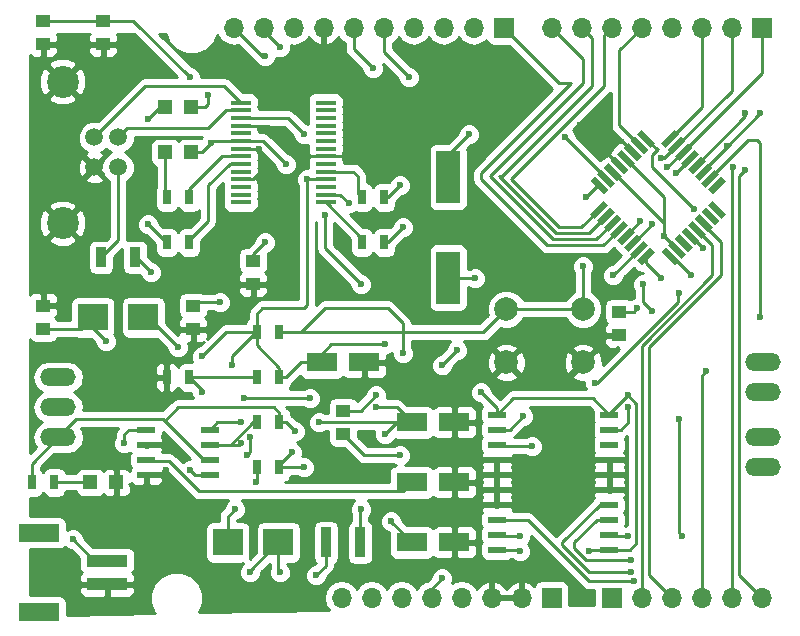
<source format=gtl>
G04 #@! TF.FileFunction,Copper,L1,Top,Signal*
%FSLAX46Y46*%
G04 Gerber Fmt 4.6, Leading zero omitted, Abs format (unit mm)*
G04 Created by KiCad (PCBNEW 4.0.7) date Sunday, September 09, 2018 'PMt' 03:54:26 PM*
%MOMM*%
%LPD*%
G01*
G04 APERTURE LIST*
%ADD10C,0.100000*%
%ADD11R,3.500000X1.000000*%
%ADD12R,3.400000X1.500000*%
%ADD13R,1.250000X1.000000*%
%ADD14R,1.200000X1.200000*%
%ADD15R,2.500000X2.300000*%
%ADD16R,0.900000X1.700000*%
%ADD17R,1.550000X0.600000*%
%ADD18R,1.750000X0.450000*%
%ADD19R,1.500000X0.600000*%
%ADD20C,1.520000*%
%ADD21C,2.700000*%
%ADD22R,1.700000X1.700000*%
%ADD23O,1.700000X1.700000*%
%ADD24R,0.900000X2.500000*%
%ADD25O,3.010000X1.510000*%
%ADD26R,0.700000X1.300000*%
%ADD27C,2.000000*%
%ADD28R,2.000000X4.500000*%
%ADD29R,2.600000X1.600000*%
%ADD30C,0.600000*%
%ADD31C,0.250000*%
%ADD32C,0.254000*%
G04 APERTURE END LIST*
D10*
G36*
X168394555Y-72113666D02*
X168783464Y-71724757D01*
X169914835Y-72856128D01*
X169525926Y-73245037D01*
X168394555Y-72113666D01*
X168394555Y-72113666D01*
G37*
G36*
X167828870Y-72679352D02*
X168217779Y-72290443D01*
X169349150Y-73421814D01*
X168960241Y-73810723D01*
X167828870Y-72679352D01*
X167828870Y-72679352D01*
G37*
G36*
X167263184Y-73245037D02*
X167652093Y-72856128D01*
X168783464Y-73987499D01*
X168394555Y-74376408D01*
X167263184Y-73245037D01*
X167263184Y-73245037D01*
G37*
G36*
X166697499Y-73810722D02*
X167086408Y-73421813D01*
X168217779Y-74553184D01*
X167828870Y-74942093D01*
X166697499Y-73810722D01*
X166697499Y-73810722D01*
G37*
G36*
X166131813Y-74376408D02*
X166520722Y-73987499D01*
X167652093Y-75118870D01*
X167263184Y-75507779D01*
X166131813Y-74376408D01*
X166131813Y-74376408D01*
G37*
G36*
X165566128Y-74942093D02*
X165955037Y-74553184D01*
X167086408Y-75684555D01*
X166697499Y-76073464D01*
X165566128Y-74942093D01*
X165566128Y-74942093D01*
G37*
G36*
X165000443Y-75507779D02*
X165389352Y-75118870D01*
X166520723Y-76250241D01*
X166131814Y-76639150D01*
X165000443Y-75507779D01*
X165000443Y-75507779D01*
G37*
G36*
X164434757Y-76073464D02*
X164823666Y-75684555D01*
X165955037Y-76815926D01*
X165566128Y-77204835D01*
X164434757Y-76073464D01*
X164434757Y-76073464D01*
G37*
G36*
X164823666Y-79255445D02*
X164434757Y-78866536D01*
X165566128Y-77735165D01*
X165955037Y-78124074D01*
X164823666Y-79255445D01*
X164823666Y-79255445D01*
G37*
G36*
X165389352Y-79821130D02*
X165000443Y-79432221D01*
X166131814Y-78300850D01*
X166520723Y-78689759D01*
X165389352Y-79821130D01*
X165389352Y-79821130D01*
G37*
G36*
X165955037Y-80386816D02*
X165566128Y-79997907D01*
X166697499Y-78866536D01*
X167086408Y-79255445D01*
X165955037Y-80386816D01*
X165955037Y-80386816D01*
G37*
G36*
X166520722Y-80952501D02*
X166131813Y-80563592D01*
X167263184Y-79432221D01*
X167652093Y-79821130D01*
X166520722Y-80952501D01*
X166520722Y-80952501D01*
G37*
G36*
X167086408Y-81518187D02*
X166697499Y-81129278D01*
X167828870Y-79997907D01*
X168217779Y-80386816D01*
X167086408Y-81518187D01*
X167086408Y-81518187D01*
G37*
G36*
X167652093Y-82083872D02*
X167263184Y-81694963D01*
X168394555Y-80563592D01*
X168783464Y-80952501D01*
X167652093Y-82083872D01*
X167652093Y-82083872D01*
G37*
G36*
X168217779Y-82649557D02*
X167828870Y-82260648D01*
X168960241Y-81129277D01*
X169349150Y-81518186D01*
X168217779Y-82649557D01*
X168217779Y-82649557D01*
G37*
G36*
X168783464Y-83215243D02*
X168394555Y-82826334D01*
X169525926Y-81694963D01*
X169914835Y-82083872D01*
X168783464Y-83215243D01*
X168783464Y-83215243D01*
G37*
G36*
X170445165Y-82083872D02*
X170834074Y-81694963D01*
X171965445Y-82826334D01*
X171576536Y-83215243D01*
X170445165Y-82083872D01*
X170445165Y-82083872D01*
G37*
G36*
X171010850Y-81518186D02*
X171399759Y-81129277D01*
X172531130Y-82260648D01*
X172142221Y-82649557D01*
X171010850Y-81518186D01*
X171010850Y-81518186D01*
G37*
G36*
X171576536Y-80952501D02*
X171965445Y-80563592D01*
X173096816Y-81694963D01*
X172707907Y-82083872D01*
X171576536Y-80952501D01*
X171576536Y-80952501D01*
G37*
G36*
X172142221Y-80386816D02*
X172531130Y-79997907D01*
X173662501Y-81129278D01*
X173273592Y-81518187D01*
X172142221Y-80386816D01*
X172142221Y-80386816D01*
G37*
G36*
X172707907Y-79821130D02*
X173096816Y-79432221D01*
X174228187Y-80563592D01*
X173839278Y-80952501D01*
X172707907Y-79821130D01*
X172707907Y-79821130D01*
G37*
G36*
X173273592Y-79255445D02*
X173662501Y-78866536D01*
X174793872Y-79997907D01*
X174404963Y-80386816D01*
X173273592Y-79255445D01*
X173273592Y-79255445D01*
G37*
G36*
X173839277Y-78689759D02*
X174228186Y-78300850D01*
X175359557Y-79432221D01*
X174970648Y-79821130D01*
X173839277Y-78689759D01*
X173839277Y-78689759D01*
G37*
G36*
X174404963Y-78124074D02*
X174793872Y-77735165D01*
X175925243Y-78866536D01*
X175536334Y-79255445D01*
X174404963Y-78124074D01*
X174404963Y-78124074D01*
G37*
G36*
X174793872Y-77204835D02*
X174404963Y-76815926D01*
X175536334Y-75684555D01*
X175925243Y-76073464D01*
X174793872Y-77204835D01*
X174793872Y-77204835D01*
G37*
G36*
X174228186Y-76639150D02*
X173839277Y-76250241D01*
X174970648Y-75118870D01*
X175359557Y-75507779D01*
X174228186Y-76639150D01*
X174228186Y-76639150D01*
G37*
G36*
X173662501Y-76073464D02*
X173273592Y-75684555D01*
X174404963Y-74553184D01*
X174793872Y-74942093D01*
X173662501Y-76073464D01*
X173662501Y-76073464D01*
G37*
G36*
X173096816Y-75507779D02*
X172707907Y-75118870D01*
X173839278Y-73987499D01*
X174228187Y-74376408D01*
X173096816Y-75507779D01*
X173096816Y-75507779D01*
G37*
G36*
X172531130Y-74942093D02*
X172142221Y-74553184D01*
X173273592Y-73421813D01*
X173662501Y-73810722D01*
X172531130Y-74942093D01*
X172531130Y-74942093D01*
G37*
G36*
X171965445Y-74376408D02*
X171576536Y-73987499D01*
X172707907Y-72856128D01*
X173096816Y-73245037D01*
X171965445Y-74376408D01*
X171965445Y-74376408D01*
G37*
G36*
X171399759Y-73810723D02*
X171010850Y-73421814D01*
X172142221Y-72290443D01*
X172531130Y-72679352D01*
X171399759Y-73810723D01*
X171399759Y-73810723D01*
G37*
G36*
X170834074Y-73245037D02*
X170445165Y-72856128D01*
X171576536Y-71724757D01*
X171965445Y-72113666D01*
X170834074Y-73245037D01*
X170834074Y-73245037D01*
G37*
D11*
X123525000Y-108220000D03*
X123525000Y-110220000D03*
D12*
X117775000Y-105870000D03*
X117775000Y-112570000D03*
D13*
X118110000Y-88630000D03*
X118110000Y-86630000D03*
X130810000Y-88630000D03*
X130810000Y-86630000D03*
X166878000Y-87138000D03*
X166878000Y-89138000D03*
X123190000Y-62500000D03*
X123190000Y-64500000D03*
X118110000Y-62500000D03*
X118110000Y-64500000D03*
X143510000Y-97520000D03*
X143510000Y-95520000D03*
X135890000Y-84820000D03*
X135890000Y-82820000D03*
D14*
X122090000Y-101600000D03*
X124290000Y-101600000D03*
D15*
X133740000Y-106680000D03*
X138040000Y-106680000D03*
X122310000Y-87630000D03*
X126610000Y-87630000D03*
D14*
X130640000Y-69850000D03*
X128440000Y-69850000D03*
X130640000Y-73660000D03*
X128440000Y-73660000D03*
D16*
X123010000Y-82550000D03*
X125910000Y-82550000D03*
D17*
X126840000Y-97155000D03*
X126840000Y-98425000D03*
X126840000Y-99695000D03*
X126840000Y-100965000D03*
X132240000Y-100965000D03*
X132240000Y-99695000D03*
X132240000Y-98425000D03*
X132240000Y-97155000D03*
D18*
X142030000Y-77885000D03*
X142030000Y-77235000D03*
X142030000Y-76585000D03*
X142030000Y-75935000D03*
X142030000Y-75285000D03*
X142030000Y-74635000D03*
X142030000Y-73985000D03*
X142030000Y-73335000D03*
X142030000Y-72685000D03*
X142030000Y-72035000D03*
X142030000Y-71385000D03*
X142030000Y-70735000D03*
X142030000Y-70085000D03*
X142030000Y-69435000D03*
X134830000Y-69435000D03*
X134830000Y-70085000D03*
X134830000Y-70735000D03*
X134830000Y-71385000D03*
X134830000Y-72035000D03*
X134830000Y-72685000D03*
X134830000Y-73335000D03*
X134830000Y-73985000D03*
X134830000Y-74635000D03*
X134830000Y-75285000D03*
X134830000Y-75935000D03*
X134830000Y-76585000D03*
X134830000Y-77235000D03*
X134830000Y-77885000D03*
D19*
X156540000Y-102235000D03*
X156540000Y-100965000D03*
X156540000Y-99695000D03*
X156540000Y-98425000D03*
X156540000Y-97155000D03*
X156540000Y-95885000D03*
X156540000Y-103505000D03*
X156540000Y-104775000D03*
X156540000Y-106045000D03*
X156540000Y-107315000D03*
X166040000Y-107315000D03*
X166040000Y-106045000D03*
X166040000Y-104775000D03*
X166040000Y-103505000D03*
X166040000Y-102235000D03*
X166040000Y-100965000D03*
X166040000Y-99695000D03*
X166040000Y-98425000D03*
X166040000Y-97155000D03*
X166040000Y-95885000D03*
D20*
X124460000Y-72390000D03*
X124460000Y-74930000D03*
X122460000Y-74930000D03*
X122460000Y-72390000D03*
D21*
X119760000Y-67660000D03*
X119760000Y-79660000D03*
D22*
X157099000Y-63119000D03*
D23*
X154559000Y-63119000D03*
X152019000Y-63119000D03*
X149479000Y-63119000D03*
X146939000Y-63119000D03*
X144399000Y-63119000D03*
X141859000Y-63119000D03*
X139319000Y-63119000D03*
X136779000Y-63119000D03*
X134239000Y-63119000D03*
D22*
X166243000Y-111379000D03*
D23*
X168783000Y-111379000D03*
X171323000Y-111379000D03*
X173863000Y-111379000D03*
X176403000Y-111379000D03*
X178943000Y-111379000D03*
D22*
X161163000Y-111379000D03*
D23*
X158623000Y-111379000D03*
X156083000Y-111379000D03*
X153543000Y-111379000D03*
X151003000Y-111379000D03*
X148463000Y-111379000D03*
X145923000Y-111379000D03*
X143383000Y-111379000D03*
D22*
X178943000Y-63119000D03*
D23*
X176403000Y-63119000D03*
X173863000Y-63119000D03*
X171323000Y-63119000D03*
X168783000Y-63119000D03*
X166243000Y-63119000D03*
X163703000Y-63119000D03*
X161163000Y-63119000D03*
D24*
X142060000Y-106680000D03*
X144960000Y-106680000D03*
D25*
X179070000Y-93980000D03*
X179070000Y-91440000D03*
X179070000Y-100330000D03*
X179070000Y-97790000D03*
D26*
X138110000Y-96520000D03*
X136210000Y-96520000D03*
X138110000Y-100330000D03*
X136210000Y-100330000D03*
X117160000Y-101600000D03*
X119060000Y-101600000D03*
X136210000Y-92710000D03*
X138110000Y-92710000D03*
X130490000Y-92710000D03*
X128590000Y-92710000D03*
X138110000Y-88900000D03*
X136210000Y-88900000D03*
X145100000Y-77470000D03*
X147000000Y-77470000D03*
X145100000Y-81280000D03*
X147000000Y-81280000D03*
X130490000Y-81280000D03*
X128590000Y-81280000D03*
X130490000Y-77470000D03*
X128590000Y-77470000D03*
D25*
X119380000Y-97790000D03*
X119380000Y-95250000D03*
X119380000Y-92710000D03*
D27*
X163830000Y-86940000D03*
X163830000Y-91440000D03*
X157330000Y-86940000D03*
X157330000Y-91440000D03*
D28*
X152400000Y-75760000D03*
X152400000Y-84260000D03*
D29*
X149330000Y-106680000D03*
X152930000Y-106680000D03*
X149330000Y-101600000D03*
X152930000Y-101600000D03*
X149330000Y-96520000D03*
X152930000Y-96520000D03*
X141710000Y-91440000D03*
X145310000Y-91440000D03*
D30*
X120650000Y-106426000D03*
X128524000Y-98806000D03*
X128524000Y-100584000D03*
X137160000Y-71628000D03*
X140462000Y-73914000D03*
X136398000Y-73406000D03*
X159766000Y-68580000D03*
X163576000Y-71374000D03*
X139446000Y-97282000D03*
X147574000Y-104902000D03*
X133096000Y-86360000D03*
X135128000Y-94488000D03*
X140716000Y-94488000D03*
X146304000Y-95250000D03*
X127254000Y-83820000D03*
X147066000Y-97536000D03*
X129540000Y-90170000D03*
X141478000Y-96520000D03*
X132334000Y-72898000D03*
X132080000Y-68834000D03*
X130556000Y-67310000D03*
X123444000Y-89662000D03*
X131572000Y-90932000D03*
X134112000Y-91694000D03*
X134366000Y-103886000D03*
X147066000Y-89916000D03*
X155194000Y-93980000D03*
X138684000Y-74676000D03*
X140462000Y-75946000D03*
X164338000Y-107442000D03*
X158496000Y-107442000D03*
X170688000Y-80772000D03*
X167640000Y-94234000D03*
X173990000Y-81788000D03*
X168402000Y-86868000D03*
X148336000Y-99314000D03*
X148590000Y-90678000D03*
X163830000Y-83312000D03*
X171704000Y-75438000D03*
X146304000Y-94234000D03*
X144018000Y-77978000D03*
X151892000Y-109728000D03*
X151892000Y-91694000D03*
X153162000Y-90424000D03*
X145034000Y-84836000D03*
X141986000Y-78994000D03*
X136906000Y-81280000D03*
X140208000Y-72136000D03*
X124968000Y-98298000D03*
X135636000Y-109220000D03*
X141224000Y-109474000D03*
X138176000Y-109220000D03*
X127000000Y-70866000D03*
X127000000Y-79756000D03*
X131572000Y-93980000D03*
X130556000Y-100584000D03*
X134874000Y-98298000D03*
X139192000Y-99060000D03*
X140208000Y-100330000D03*
X145034000Y-103886000D03*
X134874000Y-96520000D03*
X135636000Y-97790000D03*
X135382000Y-99314000D03*
X136144000Y-101600000D03*
X173228000Y-78486000D03*
X168910000Y-84836000D03*
X169672000Y-87122000D03*
X167640000Y-106172000D03*
X162306000Y-72390000D03*
X154178000Y-72136000D03*
X164084000Y-77470000D03*
X154686000Y-84328000D03*
X168656000Y-79502000D03*
X158750000Y-96012000D03*
X169672000Y-79756000D03*
X158496000Y-106172000D03*
X167640000Y-95250000D03*
X166370000Y-84074000D03*
X149098000Y-67310000D03*
X170434000Y-84328000D03*
X172974000Y-84074000D03*
X146050000Y-66548000D03*
X178816000Y-87630000D03*
X174244000Y-92202000D03*
X176530000Y-74930000D03*
X176022000Y-73152000D03*
X178816000Y-70358000D03*
X138176000Y-64770000D03*
X177546000Y-75184000D03*
X177546000Y-70358000D03*
X136906000Y-65532000D03*
X170942000Y-74930000D03*
X148590000Y-80010000D03*
X148336000Y-76454000D03*
X170434000Y-74168000D03*
X159512000Y-98552000D03*
X164846000Y-93218000D03*
X171958000Y-85598000D03*
X171958000Y-96266000D03*
X172212000Y-106172000D03*
X168148000Y-109982000D03*
X167894000Y-108204000D03*
X167894000Y-109220000D03*
D31*
X123525000Y-108220000D02*
X122444000Y-108220000D01*
X122444000Y-108220000D02*
X120650000Y-106426000D01*
X126840000Y-100965000D02*
X128143000Y-100965000D01*
X128143000Y-98425000D02*
X126840000Y-98425000D01*
X128524000Y-98806000D02*
X128143000Y-98425000D01*
X128143000Y-100965000D02*
X128524000Y-100584000D01*
X134830000Y-71385000D02*
X136917000Y-71385000D01*
X136917000Y-71385000D02*
X137160000Y-71628000D01*
X134830000Y-75935000D02*
X135901000Y-75935000D01*
X136398000Y-75438000D02*
X136398000Y-73406000D01*
X135901000Y-75935000D02*
X136398000Y-75438000D01*
X134830000Y-73335000D02*
X136327000Y-73335000D01*
X140533000Y-73985000D02*
X142030000Y-73985000D01*
X140462000Y-73914000D02*
X140533000Y-73985000D01*
X136327000Y-73335000D02*
X136398000Y-73406000D01*
X141859000Y-63119000D02*
X141859000Y-65405000D01*
X143693000Y-73985000D02*
X142030000Y-73985000D01*
X146050000Y-71628000D02*
X143693000Y-73985000D01*
X146050000Y-69596000D02*
X146050000Y-71628000D01*
X141859000Y-65405000D02*
X146050000Y-69596000D01*
X168023324Y-73616268D02*
X165781056Y-71374000D01*
X165781056Y-71374000D02*
X163576000Y-71374000D01*
X166891953Y-74747639D02*
X163576000Y-71431686D01*
X163576000Y-71431686D02*
X163576000Y-71374000D01*
X117160000Y-101600000D02*
X117160000Y-100010000D01*
X117160000Y-100010000D02*
X119380000Y-97790000D01*
X138110000Y-96520000D02*
X138110000Y-95692000D01*
X129540000Y-95250000D02*
X128397000Y-96393000D01*
X137668000Y-95250000D02*
X129540000Y-95250000D01*
X138110000Y-95692000D02*
X137668000Y-95250000D01*
X132240000Y-99695000D02*
X131699000Y-99695000D01*
X131699000Y-99695000D02*
X128397000Y-96393000D01*
X128397000Y-96393000D02*
X128270000Y-96266000D01*
X120904000Y-96266000D02*
X119380000Y-97790000D01*
X128270000Y-96266000D02*
X120904000Y-96266000D01*
X149330000Y-106680000D02*
X147574000Y-104924000D01*
X138684000Y-96520000D02*
X138110000Y-96520000D01*
X139446000Y-97282000D02*
X138684000Y-96520000D01*
X147574000Y-104924000D02*
X147574000Y-104902000D01*
X149330000Y-101600000D02*
X148568000Y-102362000D01*
X148568000Y-102362000D02*
X131318000Y-102362000D01*
X131318000Y-102362000D02*
X128778000Y-99822000D01*
X128778000Y-99822000D02*
X126967000Y-99822000D01*
X126967000Y-99822000D02*
X126840000Y-99695000D01*
X149330000Y-96520000D02*
X148060000Y-95250000D01*
X133096000Y-86360000D02*
X131080000Y-86360000D01*
X140716000Y-94488000D02*
X135128000Y-94488000D01*
X148060000Y-95250000D02*
X146304000Y-95250000D01*
X131080000Y-86360000D02*
X130810000Y-86630000D01*
X125984000Y-82550000D02*
X125910000Y-82550000D01*
X127254000Y-83820000D02*
X125984000Y-82550000D01*
X148082000Y-96520000D02*
X147066000Y-97536000D01*
X149330000Y-96520000D02*
X148082000Y-96520000D01*
X149330000Y-96520000D02*
X141478000Y-96520000D01*
X129540000Y-90170000D02*
X127000000Y-87630000D01*
X127000000Y-87630000D02*
X126610000Y-87630000D01*
X132334000Y-72898000D02*
X132547000Y-72685000D01*
X132547000Y-72685000D02*
X134830000Y-72685000D01*
X131572000Y-73660000D02*
X130640000Y-73660000D01*
X132334000Y-72898000D02*
X131572000Y-73660000D01*
X123190000Y-62500000D02*
X125746000Y-62500000D01*
X131826000Y-69850000D02*
X130640000Y-69850000D01*
X132080000Y-69596000D02*
X131826000Y-69850000D01*
X132080000Y-68834000D02*
X132080000Y-69596000D01*
X125746000Y-62500000D02*
X130556000Y-67310000D01*
X118110000Y-62500000D02*
X123190000Y-62500000D01*
X136210000Y-88900000D02*
X133604000Y-88900000D01*
X123444000Y-89662000D02*
X122310000Y-88528000D01*
X133604000Y-88900000D02*
X131572000Y-90932000D01*
X122310000Y-88528000D02*
X122310000Y-87630000D01*
X118110000Y-88630000D02*
X121310000Y-88630000D01*
X121310000Y-88630000D02*
X122310000Y-87630000D01*
X138110000Y-92710000D02*
X138110000Y-91882000D01*
X136210000Y-89982000D02*
X136210000Y-88900000D01*
X138110000Y-91882000D02*
X136210000Y-89982000D01*
X133740000Y-106680000D02*
X133740000Y-104512000D01*
X134112000Y-90932000D02*
X135890000Y-89154000D01*
X134112000Y-91694000D02*
X134112000Y-90932000D01*
X133740000Y-104512000D02*
X134366000Y-103886000D01*
X135890000Y-89154000D02*
X136210000Y-88900000D01*
X138110000Y-92710000D02*
X138684000Y-92710000D01*
X139954000Y-91440000D02*
X138684000Y-92710000D01*
X139954000Y-91440000D02*
X141710000Y-91440000D01*
X156540000Y-95885000D02*
X156540000Y-95326000D01*
X142494000Y-89916000D02*
X141710000Y-90700000D01*
X147066000Y-89916000D02*
X142494000Y-89916000D01*
X156540000Y-95326000D02*
X155194000Y-93980000D01*
X141710000Y-90700000D02*
X141710000Y-91440000D01*
X140462000Y-75946000D02*
X140462000Y-86614000D01*
X140462000Y-86614000D02*
X140208000Y-86868000D01*
X140208000Y-86868000D02*
X136652000Y-86868000D01*
X136652000Y-86868000D02*
X136210000Y-87310000D01*
X136210000Y-87310000D02*
X136210000Y-88900000D01*
X134830000Y-72685000D02*
X136693000Y-72685000D01*
X136693000Y-72685000D02*
X138684000Y-74676000D01*
X140473000Y-75935000D02*
X142030000Y-75935000D01*
X140462000Y-75946000D02*
X140473000Y-75935000D01*
X156540000Y-95885000D02*
X157937000Y-94488000D01*
X164643000Y-94488000D02*
X166040000Y-95885000D01*
X157937000Y-94488000D02*
X164643000Y-94488000D01*
X166040000Y-107315000D02*
X167767000Y-107315000D01*
X168332998Y-94926998D02*
X167640000Y-94234000D01*
X168332998Y-106749002D02*
X168332998Y-94926998D01*
X167767000Y-107315000D02*
X168332998Y-106749002D01*
X156540000Y-107315000D02*
X158369000Y-107315000D01*
X164465000Y-107315000D02*
X166040000Y-107315000D01*
X164338000Y-107442000D02*
X164465000Y-107315000D01*
X158369000Y-107315000D02*
X158496000Y-107442000D01*
X170688000Y-79756000D02*
X170688000Y-77412314D01*
X170688000Y-77412314D02*
X167457639Y-74181953D01*
X170688000Y-80772000D02*
X170688000Y-79756000D01*
X170688000Y-79756000D02*
X170688000Y-79675056D01*
X170688000Y-79675056D02*
X166326268Y-75313324D01*
X171770990Y-81889417D02*
X171770990Y-81854990D01*
X171770990Y-81854990D02*
X170688000Y-80772000D01*
X167640000Y-94234000D02*
X166040000Y-95834000D01*
X166040000Y-95834000D02*
X166040000Y-95885000D01*
X172902361Y-80758047D02*
X172960047Y-80758047D01*
X172960047Y-80758047D02*
X173990000Y-81788000D01*
X168402000Y-86868000D02*
X168132000Y-87138000D01*
X168132000Y-87138000D02*
X166878000Y-87138000D01*
X143510000Y-97520000D02*
X145304000Y-99314000D01*
X145304000Y-99314000D02*
X148336000Y-99314000D01*
X139954000Y-88900000D02*
X138110000Y-88900000D01*
X141986000Y-86868000D02*
X139954000Y-88900000D01*
X147320000Y-86868000D02*
X141986000Y-86868000D01*
X148590000Y-88138000D02*
X147320000Y-86868000D01*
X148590000Y-90678000D02*
X148590000Y-88138000D01*
X138110000Y-88900000D02*
X155370000Y-88900000D01*
X155370000Y-88900000D02*
X157330000Y-86940000D01*
X157330000Y-86940000D02*
X163830000Y-86940000D01*
X172902361Y-74181953D02*
X171704000Y-75380314D01*
X163830000Y-83312000D02*
X163830000Y-86940000D01*
X171704000Y-75380314D02*
X171704000Y-75438000D01*
X142030000Y-77235000D02*
X143275000Y-77235000D01*
X145018000Y-95520000D02*
X143510000Y-95520000D01*
X146304000Y-94234000D02*
X145018000Y-95520000D01*
X143275000Y-77235000D02*
X144018000Y-77978000D01*
X151003000Y-111379000D02*
X151003000Y-110617000D01*
X151003000Y-110617000D02*
X151892000Y-109728000D01*
X151892000Y-91694000D02*
X153162000Y-90424000D01*
X145034000Y-84836000D02*
X141986000Y-81788000D01*
X141986000Y-81788000D02*
X141986000Y-78994000D01*
X134830000Y-70735000D02*
X138807000Y-70735000D01*
X135890000Y-82296000D02*
X135890000Y-82820000D01*
X136906000Y-81280000D02*
X135890000Y-82296000D01*
X138807000Y-70735000D02*
X140208000Y-72136000D01*
X119060000Y-101600000D02*
X122090000Y-101600000D01*
X138040000Y-106680000D02*
X135636000Y-109084000D01*
X125349000Y-97155000D02*
X126840000Y-97155000D01*
X124968000Y-97536000D02*
X125349000Y-97155000D01*
X124968000Y-98298000D02*
X124968000Y-97536000D01*
X135636000Y-109084000D02*
X135636000Y-109220000D01*
X138040000Y-106680000D02*
X138040000Y-109084000D01*
X142060000Y-108638000D02*
X142060000Y-106680000D01*
X141224000Y-109474000D02*
X142060000Y-108638000D01*
X138040000Y-109084000D02*
X138176000Y-109220000D01*
X128440000Y-69850000D02*
X128016000Y-69850000D01*
X128016000Y-69850000D02*
X127000000Y-70866000D01*
X127000000Y-79756000D02*
X128524000Y-81280000D01*
X128524000Y-81280000D02*
X128590000Y-81280000D01*
X128440000Y-73660000D02*
X128440000Y-77320000D01*
X128440000Y-77320000D02*
X128590000Y-77470000D01*
X123010000Y-82550000D02*
X124460000Y-81100000D01*
X124460000Y-81100000D02*
X124460000Y-74930000D01*
X130490000Y-92710000D02*
X136210000Y-92710000D01*
X132240000Y-100965000D02*
X130937000Y-100965000D01*
X131572000Y-93792000D02*
X130490000Y-92710000D01*
X131572000Y-93980000D02*
X131572000Y-93792000D01*
X130937000Y-100965000D02*
X130556000Y-100584000D01*
X135890000Y-96520000D02*
X136210000Y-96520000D01*
X133985000Y-98425000D02*
X135890000Y-96520000D01*
X132240000Y-98425000D02*
X133985000Y-98425000D01*
X138110000Y-100330000D02*
X138110000Y-100142000D01*
X138110000Y-100142000D02*
X139192000Y-99060000D01*
X134747000Y-98425000D02*
X132240000Y-98425000D01*
X134874000Y-98298000D02*
X134747000Y-98425000D01*
X144960000Y-106680000D02*
X144960000Y-103960000D01*
X140208000Y-100330000D02*
X138110000Y-100330000D01*
X144960000Y-103960000D02*
X145034000Y-103886000D01*
X136210000Y-100330000D02*
X136210000Y-101534000D01*
X132875000Y-96520000D02*
X132240000Y-97155000D01*
X134874000Y-96520000D02*
X132875000Y-96520000D01*
X135636000Y-99060000D02*
X135636000Y-97790000D01*
X135382000Y-99314000D02*
X135636000Y-99060000D01*
X136210000Y-101534000D02*
X136144000Y-101600000D01*
X173228000Y-78486000D02*
X169672000Y-74930000D01*
X168910000Y-84836000D02*
X168910000Y-86360000D01*
X168910000Y-86360000D02*
X169672000Y-87122000D01*
X166167000Y-106172000D02*
X167640000Y-106172000D01*
X170075798Y-73406000D02*
X169154695Y-72484897D01*
X170180000Y-73406000D02*
X170075798Y-73406000D01*
X169672000Y-73914000D02*
X170180000Y-73406000D01*
X169672000Y-74168000D02*
X169672000Y-73914000D01*
X169672000Y-74422000D02*
X169672000Y-74168000D01*
X169672000Y-74930000D02*
X169672000Y-74422000D01*
X166167000Y-106172000D02*
X166040000Y-106045000D01*
X168589010Y-73050583D02*
X166912427Y-71374000D01*
X166912427Y-64989573D02*
X168783000Y-63119000D01*
X166912427Y-71374000D02*
X166912427Y-64989573D01*
X165760583Y-75879010D02*
X165760583Y-75844583D01*
X165760583Y-75844583D02*
X162306000Y-72390000D01*
X154178000Y-72136000D02*
X152400000Y-73914000D01*
X152400000Y-73914000D02*
X152400000Y-75760000D01*
X165194897Y-76444695D02*
X165109305Y-76444695D01*
X165109305Y-76444695D02*
X164084000Y-77470000D01*
X154686000Y-84328000D02*
X154618000Y-84260000D01*
X154618000Y-84260000D02*
X152400000Y-84260000D01*
X165194897Y-78495305D02*
X163680202Y-80010000D01*
X165608000Y-63754000D02*
X166243000Y-63119000D01*
X165608000Y-68072000D02*
X165608000Y-63754000D01*
X157734000Y-75946000D02*
X165608000Y-68072000D01*
X161798000Y-80010000D02*
X157734000Y-75946000D01*
X162306000Y-80010000D02*
X161798000Y-80010000D01*
X163068000Y-80010000D02*
X162306000Y-80010000D01*
X163680202Y-80010000D02*
X163068000Y-80010000D01*
X165760583Y-79060990D02*
X164303573Y-80518000D01*
X164592000Y-64008000D02*
X163703000Y-63119000D01*
X164592000Y-68072000D02*
X164592000Y-64008000D01*
X156972000Y-75692000D02*
X164592000Y-68072000D01*
X156718000Y-75692000D02*
X156972000Y-75692000D01*
X161544000Y-80518000D02*
X156718000Y-75692000D01*
X164303573Y-80518000D02*
X161544000Y-80518000D01*
X166326268Y-79626676D02*
X164926944Y-81026000D01*
X163830000Y-65786000D02*
X161163000Y-63119000D01*
X163830000Y-67818000D02*
X163830000Y-65786000D01*
X155956000Y-75692000D02*
X163830000Y-67818000D01*
X161290000Y-81026000D02*
X155956000Y-75692000D01*
X164926944Y-81026000D02*
X161290000Y-81026000D01*
X166891953Y-80192361D02*
X165550314Y-81534000D01*
X161798000Y-67818000D02*
X157099000Y-63119000D01*
X162814000Y-67818000D02*
X161798000Y-67818000D01*
X155194000Y-75438000D02*
X162814000Y-67818000D01*
X155194000Y-75946000D02*
X155194000Y-75438000D01*
X160782000Y-81534000D02*
X155194000Y-75946000D01*
X165550314Y-81534000D02*
X160782000Y-81534000D01*
X167457639Y-80758047D02*
X167457639Y-80700361D01*
X167457639Y-80700361D02*
X168656000Y-79502000D01*
X158750000Y-96012000D02*
X157607000Y-97155000D01*
X157607000Y-97155000D02*
X156540000Y-97155000D01*
X168023324Y-81323732D02*
X168104268Y-81323732D01*
X168104268Y-81323732D02*
X169672000Y-79756000D01*
X158496000Y-106172000D02*
X156667000Y-106172000D01*
X156667000Y-106172000D02*
X156540000Y-106045000D01*
X168589010Y-81889417D02*
X166404427Y-84074000D01*
X167005000Y-97155000D02*
X166040000Y-97155000D01*
X167640000Y-96520000D02*
X167005000Y-97155000D01*
X167640000Y-95250000D02*
X167640000Y-96520000D01*
X166404427Y-84074000D02*
X166370000Y-84074000D01*
X169154695Y-82455103D02*
X169154695Y-83048695D01*
X146939000Y-65151000D02*
X146939000Y-63119000D01*
X149098000Y-67310000D02*
X146939000Y-65151000D01*
X169154695Y-83048695D02*
X170434000Y-84328000D01*
X171205305Y-82455103D02*
X171355103Y-82455103D01*
X171355103Y-82455103D02*
X172974000Y-84074000D01*
X146050000Y-66548000D02*
X144399000Y-64897000D01*
X144399000Y-64897000D02*
X144399000Y-63119000D01*
X173468047Y-80192361D02*
X174752000Y-81476314D01*
X168783000Y-90043000D02*
X168783000Y-111379000D01*
X174752000Y-84074000D02*
X168783000Y-90043000D01*
X174752000Y-81476314D02*
X174752000Y-84074000D01*
X174033732Y-79626676D02*
X174033732Y-79799732D01*
X174033732Y-79799732D02*
X175514000Y-81280000D01*
X175514000Y-81280000D02*
X175514000Y-84074000D01*
X175514000Y-84074000D02*
X169418000Y-90170000D01*
X169418000Y-90170000D02*
X169418000Y-109474000D01*
X169418000Y-109474000D02*
X171323000Y-111379000D01*
X174599417Y-75879010D02*
X174599417Y-75844583D01*
X174599417Y-75844583D02*
X177800000Y-72644000D01*
X177800000Y-72644000D02*
X178562000Y-72644000D01*
X178562000Y-72644000D02*
X178816000Y-72898000D01*
X178816000Y-72898000D02*
X178816000Y-87630000D01*
X174244000Y-92202000D02*
X173863000Y-92583000D01*
X173863000Y-92583000D02*
X173863000Y-111379000D01*
X175895000Y-73279000D02*
X176022000Y-73152000D01*
X176403000Y-75057000D02*
X176403000Y-111379000D01*
X176530000Y-74930000D02*
X176403000Y-75057000D01*
X174033732Y-75313324D02*
X174033732Y-75140268D01*
X174033732Y-75140268D02*
X175895000Y-73279000D01*
X175895000Y-73279000D02*
X178816000Y-70358000D01*
X138176000Y-64770000D02*
X136779000Y-63373000D01*
X136779000Y-63373000D02*
X136779000Y-63119000D01*
X177038000Y-109474000D02*
X178943000Y-111379000D01*
X177038000Y-75692000D02*
X177038000Y-109474000D01*
X177546000Y-75184000D02*
X177038000Y-75692000D01*
X173468047Y-74747639D02*
X173468047Y-74689953D01*
X173468047Y-74689953D02*
X177546000Y-70612000D01*
X177546000Y-70612000D02*
X177546000Y-70358000D01*
X136906000Y-65532000D02*
X136652000Y-65532000D01*
X136652000Y-65532000D02*
X134239000Y-63119000D01*
X147320000Y-81280000D02*
X148590000Y-80010000D01*
X170942000Y-74930000D02*
X172255732Y-73616268D01*
X147320000Y-81280000D02*
X147000000Y-81280000D01*
X172336676Y-73616268D02*
X172255732Y-73616268D01*
X172336676Y-73616268D02*
X172336676Y-73535324D01*
X172336676Y-73535324D02*
X178943000Y-66929000D01*
X178943000Y-66929000D02*
X178943000Y-63119000D01*
X171770990Y-73050583D02*
X170653573Y-74168000D01*
X148336000Y-76454000D02*
X147320000Y-77470000D01*
X170653573Y-74168000D02*
X170434000Y-74168000D01*
X147320000Y-77470000D02*
X147000000Y-77470000D01*
X171770990Y-73050583D02*
X171805417Y-73050583D01*
X171805417Y-73050583D02*
X176403000Y-68453000D01*
X176403000Y-68453000D02*
X176403000Y-63119000D01*
X171205305Y-72484897D02*
X173863000Y-69827202D01*
X173863000Y-69827202D02*
X173863000Y-63119000D01*
X145100000Y-81280000D02*
X145100000Y-80955000D01*
X145100000Y-80955000D02*
X142030000Y-77885000D01*
X145100000Y-77470000D02*
X144780000Y-77150000D01*
X144780000Y-77150000D02*
X144780000Y-75692000D01*
X144780000Y-75692000D02*
X144373000Y-75285000D01*
X144373000Y-75285000D02*
X142030000Y-75285000D01*
X133467000Y-68072000D02*
X134830000Y-69435000D01*
X126778000Y-68072000D02*
X133467000Y-68072000D01*
X122460000Y-72390000D02*
X126778000Y-68072000D01*
X124460000Y-72390000D02*
X125222000Y-71628000D01*
X133604000Y-70104000D02*
X134811000Y-70104000D01*
X132080000Y-71628000D02*
X133604000Y-70104000D01*
X131826000Y-71628000D02*
X132080000Y-71628000D01*
X131572000Y-71628000D02*
X131826000Y-71628000D01*
X131318000Y-71628000D02*
X131572000Y-71628000D01*
X125222000Y-71628000D02*
X131318000Y-71628000D01*
X134811000Y-70104000D02*
X134830000Y-70085000D01*
X130490000Y-77470000D02*
X130490000Y-76774000D01*
X133279000Y-73985000D02*
X134830000Y-73985000D01*
X130490000Y-76774000D02*
X133279000Y-73985000D01*
X130490000Y-81280000D02*
X130490000Y-81092000D01*
X130490000Y-81092000D02*
X132080000Y-79502000D01*
X132080000Y-79502000D02*
X132080000Y-76454000D01*
X132080000Y-76454000D02*
X133899000Y-74635000D01*
X133899000Y-74635000D02*
X134830000Y-74635000D01*
X156540000Y-98425000D02*
X156667000Y-98552000D01*
X156667000Y-98552000D02*
X159512000Y-98552000D01*
X164846000Y-93218000D02*
X164971602Y-93218000D01*
X164971602Y-93218000D02*
X171893801Y-86295801D01*
X171893801Y-86295801D02*
X171893801Y-85662199D01*
X171893801Y-85662199D02*
X171958000Y-85598000D01*
X156540000Y-104775000D02*
X159131000Y-104775000D01*
X171958000Y-105918000D02*
X171958000Y-96266000D01*
X172212000Y-106172000D02*
X171958000Y-105918000D01*
X164338000Y-109982000D02*
X168148000Y-109982000D01*
X159131000Y-104775000D02*
X164338000Y-109982000D01*
X166040000Y-104775000D02*
X164973000Y-104775000D01*
X164084000Y-108204000D02*
X167894000Y-108204000D01*
X163068000Y-107188000D02*
X164084000Y-108204000D01*
X163068000Y-106680000D02*
X163068000Y-107188000D01*
X164973000Y-104775000D02*
X163068000Y-106680000D01*
X166040000Y-103505000D02*
X165227000Y-103505000D01*
X164338000Y-109220000D02*
X167894000Y-109220000D01*
X162052000Y-106934000D02*
X164338000Y-109220000D01*
X162052000Y-106680000D02*
X162052000Y-106934000D01*
X165227000Y-103505000D02*
X162052000Y-106680000D01*
D32*
G36*
X128787155Y-64383372D02*
X129415321Y-65012636D01*
X130236481Y-65353611D01*
X131125619Y-65354387D01*
X131947372Y-65014845D01*
X132576636Y-64386679D01*
X132863130Y-63696725D01*
X132867039Y-63716378D01*
X133188946Y-64198147D01*
X133670715Y-64520054D01*
X134239000Y-64633093D01*
X134605408Y-64560210D01*
X136114599Y-66069401D01*
X136134802Y-66082900D01*
X136375673Y-66324192D01*
X136719201Y-66466838D01*
X137091167Y-66467162D01*
X137434943Y-66325117D01*
X137698192Y-66062327D01*
X137840838Y-65718799D01*
X137840904Y-65643259D01*
X137989201Y-65704838D01*
X138361167Y-65705162D01*
X138704943Y-65563117D01*
X138968192Y-65300327D01*
X139110838Y-64956799D01*
X139111156Y-64591750D01*
X139319000Y-64633093D01*
X139887285Y-64520054D01*
X140369054Y-64198147D01*
X140596702Y-63857447D01*
X140663817Y-64000358D01*
X141092076Y-64390645D01*
X141502110Y-64560476D01*
X141732000Y-64439155D01*
X141732000Y-63627000D01*
X141986000Y-63627000D01*
X141986000Y-64439155D01*
X142215890Y-64560476D01*
X142625924Y-64390645D01*
X143054183Y-64000358D01*
X143121298Y-63857447D01*
X143348946Y-64198147D01*
X143639000Y-64391954D01*
X143639000Y-64897000D01*
X143696852Y-65187839D01*
X143861599Y-65434401D01*
X145114878Y-66687680D01*
X145114838Y-66733167D01*
X145256883Y-67076943D01*
X145519673Y-67340192D01*
X145863201Y-67482838D01*
X146235167Y-67483162D01*
X146578943Y-67341117D01*
X146842192Y-67078327D01*
X146984838Y-66734799D01*
X146985162Y-66362833D01*
X146921178Y-66207980D01*
X148162878Y-67449680D01*
X148162838Y-67495167D01*
X148304883Y-67838943D01*
X148567673Y-68102192D01*
X148911201Y-68244838D01*
X149283167Y-68245162D01*
X149626943Y-68103117D01*
X149890192Y-67840327D01*
X150032838Y-67496799D01*
X150033162Y-67124833D01*
X149891117Y-66781057D01*
X149628327Y-66517808D01*
X149284799Y-66375162D01*
X149237923Y-66375121D01*
X147699000Y-64836198D01*
X147699000Y-64391954D01*
X147989054Y-64198147D01*
X148209000Y-63868974D01*
X148428946Y-64198147D01*
X148910715Y-64520054D01*
X149479000Y-64633093D01*
X150047285Y-64520054D01*
X150529054Y-64198147D01*
X150749000Y-63868974D01*
X150968946Y-64198147D01*
X151450715Y-64520054D01*
X152019000Y-64633093D01*
X152587285Y-64520054D01*
X153069054Y-64198147D01*
X153289000Y-63868974D01*
X153508946Y-64198147D01*
X153990715Y-64520054D01*
X154559000Y-64633093D01*
X155127285Y-64520054D01*
X155609054Y-64198147D01*
X155636850Y-64156548D01*
X155645838Y-64204317D01*
X155784910Y-64420441D01*
X155997110Y-64565431D01*
X156249000Y-64616440D01*
X157521638Y-64616440D01*
X161231198Y-68326000D01*
X154656599Y-74900599D01*
X154491852Y-75147161D01*
X154434000Y-75438000D01*
X154434000Y-75946000D01*
X154491852Y-76236839D01*
X154656599Y-76483401D01*
X160244599Y-82071401D01*
X160491160Y-82236148D01*
X160782000Y-82294000D01*
X165550314Y-82294000D01*
X165841153Y-82236148D01*
X166087715Y-82071401D01*
X166405860Y-81753257D01*
X166628599Y-81975996D01*
X166737473Y-82050387D01*
X166805375Y-82152772D01*
X167028114Y-82375511D01*
X166264717Y-83138908D01*
X166184833Y-83138838D01*
X165841057Y-83280883D01*
X165577808Y-83543673D01*
X165435162Y-83887201D01*
X165434838Y-84259167D01*
X165576883Y-84602943D01*
X165839673Y-84866192D01*
X166183201Y-85008838D01*
X166555167Y-85009162D01*
X166898943Y-84867117D01*
X167162192Y-84604327D01*
X167304838Y-84260799D01*
X167304849Y-84248380D01*
X168102916Y-83450313D01*
X168325655Y-83673052D01*
X168523358Y-83808137D01*
X168774520Y-83862621D01*
X168874926Y-83843728D01*
X168932217Y-83901019D01*
X168724833Y-83900838D01*
X168381057Y-84042883D01*
X168117808Y-84305673D01*
X167975162Y-84649201D01*
X167974838Y-85021167D01*
X168116883Y-85364943D01*
X168150000Y-85398118D01*
X168150000Y-85960453D01*
X167873057Y-86074883D01*
X167844853Y-86103038D01*
X167754890Y-86041569D01*
X167503000Y-85990560D01*
X166253000Y-85990560D01*
X166017683Y-86034838D01*
X165801559Y-86173910D01*
X165656569Y-86386110D01*
X165605560Y-86638000D01*
X165605560Y-87638000D01*
X165649838Y-87873317D01*
X165788910Y-88089441D01*
X165857006Y-88135969D01*
X165714673Y-88278302D01*
X165618000Y-88511691D01*
X165618000Y-88852250D01*
X165776750Y-89011000D01*
X166751000Y-89011000D01*
X166751000Y-88991000D01*
X167005000Y-88991000D01*
X167005000Y-89011000D01*
X167025000Y-89011000D01*
X167025000Y-89265000D01*
X167005000Y-89265000D01*
X167005000Y-89285000D01*
X166751000Y-89285000D01*
X166751000Y-89265000D01*
X165776750Y-89265000D01*
X165618000Y-89423750D01*
X165618000Y-89764309D01*
X165714673Y-89997698D01*
X165893301Y-90176327D01*
X166126690Y-90273000D01*
X166592250Y-90273000D01*
X166750998Y-90114252D01*
X166750998Y-90273000D01*
X166841800Y-90273000D01*
X165473566Y-91641234D01*
X165451856Y-91054540D01*
X165249387Y-90565736D01*
X164982532Y-90467073D01*
X164009605Y-91440000D01*
X164023748Y-91454143D01*
X163844143Y-91633748D01*
X163830000Y-91619605D01*
X162857073Y-92592532D01*
X162955736Y-92859387D01*
X163565461Y-93085908D01*
X163911125Y-93073117D01*
X163910838Y-93403167D01*
X164045056Y-93728000D01*
X157937000Y-93728000D01*
X157646160Y-93785852D01*
X157399599Y-93950599D01*
X156819500Y-94530698D01*
X156129122Y-93840320D01*
X156129162Y-93794833D01*
X155987117Y-93451057D01*
X155724327Y-93187808D01*
X155380799Y-93045162D01*
X155008833Y-93044838D01*
X154665057Y-93186883D01*
X154401808Y-93449673D01*
X154259162Y-93793201D01*
X154258838Y-94165167D01*
X154400883Y-94508943D01*
X154663673Y-94772192D01*
X155007201Y-94914838D01*
X155054077Y-94914879D01*
X155306714Y-95167516D01*
X155193569Y-95333110D01*
X155142560Y-95585000D01*
X155142560Y-96185000D01*
X155186838Y-96420317D01*
X155250678Y-96519528D01*
X155193569Y-96603110D01*
X155142560Y-96855000D01*
X155142560Y-97455000D01*
X155186838Y-97690317D01*
X155250678Y-97789528D01*
X155193569Y-97873110D01*
X155142560Y-98125000D01*
X155142560Y-98725000D01*
X155186838Y-98960317D01*
X155245178Y-99050980D01*
X155155000Y-99268690D01*
X155155000Y-99409250D01*
X155313750Y-99568000D01*
X156413000Y-99568000D01*
X156413000Y-99548000D01*
X156667000Y-99548000D01*
X156667000Y-99568000D01*
X157766250Y-99568000D01*
X157925000Y-99409250D01*
X157925000Y-99312000D01*
X158949537Y-99312000D01*
X158981673Y-99344192D01*
X159325201Y-99486838D01*
X159697167Y-99487162D01*
X160040943Y-99345117D01*
X160304192Y-99082327D01*
X160446838Y-98738799D01*
X160447162Y-98366833D01*
X160305117Y-98023057D01*
X160042327Y-97759808D01*
X159698799Y-97617162D01*
X159326833Y-97616838D01*
X158983057Y-97758883D01*
X158949882Y-97792000D01*
X157995340Y-97792000D01*
X158144401Y-97692401D01*
X158889680Y-96947122D01*
X158935167Y-96947162D01*
X159278943Y-96805117D01*
X159542192Y-96542327D01*
X159684838Y-96198799D01*
X159685162Y-95826833D01*
X159543117Y-95483057D01*
X159308470Y-95248000D01*
X164328198Y-95248000D01*
X164646372Y-95566174D01*
X164642560Y-95585000D01*
X164642560Y-96185000D01*
X164686838Y-96420317D01*
X164750678Y-96519528D01*
X164693569Y-96603110D01*
X164642560Y-96855000D01*
X164642560Y-97455000D01*
X164686838Y-97690317D01*
X164750678Y-97789528D01*
X164693569Y-97873110D01*
X164642560Y-98125000D01*
X164642560Y-98725000D01*
X164686838Y-98960317D01*
X164745178Y-99050980D01*
X164655000Y-99268690D01*
X164655000Y-99409250D01*
X164813750Y-99568000D01*
X165913000Y-99568000D01*
X165913000Y-99548000D01*
X166167000Y-99548000D01*
X166167000Y-99568000D01*
X167266250Y-99568000D01*
X167425000Y-99409250D01*
X167425000Y-99268690D01*
X167335194Y-99051878D01*
X167386431Y-98976890D01*
X167437440Y-98725000D01*
X167437440Y-98125000D01*
X167393162Y-97889683D01*
X167349258Y-97821455D01*
X167542401Y-97692401D01*
X167572998Y-97661804D01*
X167572998Y-105236941D01*
X167454833Y-105236838D01*
X167400086Y-105259459D01*
X167437440Y-105075000D01*
X167437440Y-104475000D01*
X167393162Y-104239683D01*
X167329322Y-104140472D01*
X167386431Y-104056890D01*
X167437440Y-103805000D01*
X167437440Y-103205000D01*
X167393162Y-102969683D01*
X167334822Y-102879020D01*
X167425000Y-102661310D01*
X167425000Y-102520750D01*
X167266250Y-102362000D01*
X166167000Y-102362000D01*
X166167000Y-102382000D01*
X165913000Y-102382000D01*
X165913000Y-102362000D01*
X164813750Y-102362000D01*
X164655000Y-102520750D01*
X164655000Y-102661310D01*
X164744806Y-102878122D01*
X164693569Y-102953110D01*
X164690797Y-102966799D01*
X164689599Y-102967599D01*
X161544000Y-106113198D01*
X159668401Y-104237599D01*
X159421839Y-104072852D01*
X159131000Y-104015000D01*
X157890334Y-104015000D01*
X157925000Y-103931310D01*
X157925000Y-103790750D01*
X157766250Y-103632000D01*
X156667000Y-103632000D01*
X156667000Y-103652000D01*
X156413000Y-103652000D01*
X156413000Y-103632000D01*
X155313750Y-103632000D01*
X155155000Y-103790750D01*
X155155000Y-103931310D01*
X155244806Y-104148122D01*
X155193569Y-104223110D01*
X155142560Y-104475000D01*
X155142560Y-105075000D01*
X155186838Y-105310317D01*
X155250678Y-105409528D01*
X155193569Y-105493110D01*
X155142560Y-105745000D01*
X155142560Y-106345000D01*
X155186838Y-106580317D01*
X155250678Y-106679528D01*
X155193569Y-106763110D01*
X155142560Y-107015000D01*
X155142560Y-107615000D01*
X155186838Y-107850317D01*
X155325910Y-108066441D01*
X155538110Y-108211431D01*
X155790000Y-108262440D01*
X157290000Y-108262440D01*
X157525317Y-108218162D01*
X157741441Y-108079090D01*
X157744236Y-108075000D01*
X157806759Y-108075000D01*
X157965673Y-108234192D01*
X158309201Y-108376838D01*
X158681167Y-108377162D01*
X159024943Y-108235117D01*
X159288192Y-107972327D01*
X159430838Y-107628799D01*
X159431162Y-107256833D01*
X159289117Y-106913057D01*
X159183290Y-106807046D01*
X159288192Y-106702327D01*
X159430838Y-106358799D01*
X159431020Y-106149822D01*
X163800599Y-110519401D01*
X164047161Y-110684148D01*
X164338000Y-110742000D01*
X164745560Y-110742000D01*
X164745560Y-111944863D01*
X162660440Y-111986565D01*
X162660440Y-110529000D01*
X162616162Y-110293683D01*
X162477090Y-110077559D01*
X162264890Y-109932569D01*
X162013000Y-109881560D01*
X160313000Y-109881560D01*
X160077683Y-109925838D01*
X159861559Y-110064910D01*
X159716569Y-110277110D01*
X159694699Y-110385107D01*
X159389924Y-110107355D01*
X158979890Y-109937524D01*
X158750000Y-110058845D01*
X158750000Y-111252000D01*
X158770000Y-111252000D01*
X158770000Y-111506000D01*
X158750000Y-111506000D01*
X158750000Y-111526000D01*
X158496000Y-111526000D01*
X158496000Y-111506000D01*
X156210000Y-111506000D01*
X156210000Y-111526000D01*
X155956000Y-111526000D01*
X155956000Y-111506000D01*
X155936000Y-111506000D01*
X155936000Y-111252000D01*
X155956000Y-111252000D01*
X155956000Y-110058845D01*
X156210000Y-110058845D01*
X156210000Y-111252000D01*
X158496000Y-111252000D01*
X158496000Y-110058845D01*
X158266110Y-109937524D01*
X157856076Y-110107355D01*
X157427817Y-110497642D01*
X157353000Y-110656954D01*
X157278183Y-110497642D01*
X156849924Y-110107355D01*
X156439890Y-109937524D01*
X156210000Y-110058845D01*
X155956000Y-110058845D01*
X155726110Y-109937524D01*
X155316076Y-110107355D01*
X154887817Y-110497642D01*
X154820702Y-110640553D01*
X154593054Y-110299853D01*
X154111285Y-109977946D01*
X153543000Y-109864907D01*
X152974715Y-109977946D01*
X152733765Y-110138944D01*
X152826838Y-109914799D01*
X152827162Y-109542833D01*
X152685117Y-109199057D01*
X152422327Y-108935808D01*
X152078799Y-108793162D01*
X151706833Y-108792838D01*
X151363057Y-108934883D01*
X151099808Y-109197673D01*
X150957162Y-109541201D01*
X150957121Y-109588077D01*
X150600161Y-109945037D01*
X150434715Y-109977946D01*
X149952946Y-110299853D01*
X149733000Y-110629026D01*
X149513054Y-110299853D01*
X149031285Y-109977946D01*
X148463000Y-109864907D01*
X147894715Y-109977946D01*
X147412946Y-110299853D01*
X147193000Y-110629026D01*
X146973054Y-110299853D01*
X146491285Y-109977946D01*
X145923000Y-109864907D01*
X145354715Y-109977946D01*
X144872946Y-110299853D01*
X144653000Y-110629026D01*
X144433054Y-110299853D01*
X143951285Y-109977946D01*
X143383000Y-109864907D01*
X142814715Y-109977946D01*
X142332946Y-110299853D01*
X142011039Y-110781622D01*
X141898000Y-111349907D01*
X141898000Y-111408093D01*
X142011039Y-111976378D01*
X142290066Y-112393973D01*
X131320469Y-112613365D01*
X131647611Y-111825519D01*
X131648387Y-110936381D01*
X131308845Y-110114628D01*
X130680679Y-109485364D01*
X129859519Y-109144389D01*
X128970381Y-109143613D01*
X128148628Y-109483155D01*
X127519364Y-110111321D01*
X127178389Y-110932481D01*
X127177613Y-111821619D01*
X127517155Y-112643372D01*
X127562234Y-112688529D01*
X120122440Y-112837325D01*
X120122440Y-111820000D01*
X120078162Y-111584683D01*
X119939090Y-111368559D01*
X119726890Y-111223569D01*
X119475000Y-111172560D01*
X116967000Y-111172560D01*
X116967000Y-110505750D01*
X121140000Y-110505750D01*
X121140000Y-110846309D01*
X121236673Y-111079698D01*
X121415301Y-111258327D01*
X121648690Y-111355000D01*
X123239250Y-111355000D01*
X123398000Y-111196250D01*
X123398000Y-110347000D01*
X123652000Y-110347000D01*
X123652000Y-111196250D01*
X123810750Y-111355000D01*
X125401310Y-111355000D01*
X125634699Y-111258327D01*
X125813327Y-111079698D01*
X125910000Y-110846309D01*
X125910000Y-110505750D01*
X125751250Y-110347000D01*
X123652000Y-110347000D01*
X123398000Y-110347000D01*
X121298750Y-110347000D01*
X121140000Y-110505750D01*
X116967000Y-110505750D01*
X116967000Y-107267440D01*
X119475000Y-107267440D01*
X119710317Y-107223162D01*
X119926441Y-107084090D01*
X119950563Y-107048786D01*
X120119673Y-107218192D01*
X120463201Y-107360838D01*
X120510077Y-107360879D01*
X121127560Y-107978362D01*
X121127560Y-108720000D01*
X121171838Y-108955317D01*
X121310910Y-109171441D01*
X121379006Y-109217969D01*
X121236673Y-109360302D01*
X121140000Y-109593691D01*
X121140000Y-109934250D01*
X121298750Y-110093000D01*
X123398000Y-110093000D01*
X123398000Y-110073000D01*
X123652000Y-110073000D01*
X123652000Y-110093000D01*
X125751250Y-110093000D01*
X125910000Y-109934250D01*
X125910000Y-109593691D01*
X125813327Y-109360302D01*
X125672090Y-109219064D01*
X125726441Y-109184090D01*
X125871431Y-108971890D01*
X125922440Y-108720000D01*
X125922440Y-107720000D01*
X125878162Y-107484683D01*
X125739090Y-107268559D01*
X125526890Y-107123569D01*
X125275000Y-107072560D01*
X122371362Y-107072560D01*
X121585122Y-106286320D01*
X121585162Y-106240833D01*
X121443117Y-105897057D01*
X121180327Y-105633808D01*
X120836799Y-105491162D01*
X120464833Y-105490838D01*
X120122440Y-105632312D01*
X120122440Y-105120000D01*
X120078162Y-104884683D01*
X119939090Y-104668559D01*
X119726890Y-104523569D01*
X119475000Y-104472560D01*
X116967000Y-104472560D01*
X116967000Y-102897440D01*
X117510000Y-102897440D01*
X117745317Y-102853162D01*
X117961441Y-102714090D01*
X118106431Y-102501890D01*
X118109081Y-102488803D01*
X118245910Y-102701441D01*
X118458110Y-102846431D01*
X118710000Y-102897440D01*
X119410000Y-102897440D01*
X119645317Y-102853162D01*
X119861441Y-102714090D01*
X120006431Y-102501890D01*
X120035164Y-102360000D01*
X120872666Y-102360000D01*
X120886838Y-102435317D01*
X121025910Y-102651441D01*
X121238110Y-102796431D01*
X121490000Y-102847440D01*
X122690000Y-102847440D01*
X122925317Y-102803162D01*
X123141441Y-102664090D01*
X123187969Y-102595994D01*
X123330302Y-102738327D01*
X123563691Y-102835000D01*
X124004250Y-102835000D01*
X124163000Y-102676250D01*
X124163000Y-101727000D01*
X124143000Y-101727000D01*
X124143000Y-101473000D01*
X124163000Y-101473000D01*
X124163000Y-100523750D01*
X124004250Y-100365000D01*
X123563691Y-100365000D01*
X123330302Y-100461673D01*
X123189064Y-100602910D01*
X123154090Y-100548559D01*
X122941890Y-100403569D01*
X122690000Y-100352560D01*
X121490000Y-100352560D01*
X121254683Y-100396838D01*
X121038559Y-100535910D01*
X120893569Y-100748110D01*
X120874961Y-100840000D01*
X120036742Y-100840000D01*
X120013162Y-100714683D01*
X119874090Y-100498559D01*
X119661890Y-100353569D01*
X119410000Y-100302560D01*
X118710000Y-100302560D01*
X118474683Y-100346838D01*
X118258559Y-100485910D01*
X118113569Y-100698110D01*
X118110919Y-100711197D01*
X117974090Y-100498559D01*
X117920000Y-100461601D01*
X117920000Y-100324802D01*
X119064802Y-99180000D01*
X120171925Y-99180000D01*
X120703855Y-99074193D01*
X121154803Y-98772878D01*
X121456118Y-98321930D01*
X121561925Y-97790000D01*
X121456118Y-97258070D01*
X121301053Y-97026000D01*
X124412290Y-97026000D01*
X124265852Y-97245161D01*
X124208000Y-97536000D01*
X124208000Y-97735537D01*
X124175808Y-97767673D01*
X124033162Y-98111201D01*
X124032838Y-98483167D01*
X124174883Y-98826943D01*
X124437673Y-99090192D01*
X124781201Y-99232838D01*
X125153167Y-99233162D01*
X125496943Y-99091117D01*
X125519437Y-99068662D01*
X125468569Y-99143110D01*
X125417560Y-99395000D01*
X125417560Y-99995000D01*
X125461838Y-100230317D01*
X125520178Y-100320980D01*
X125430000Y-100538690D01*
X125430000Y-100644340D01*
X125428327Y-100640301D01*
X125249698Y-100461673D01*
X125016309Y-100365000D01*
X124575750Y-100365000D01*
X124417000Y-100523750D01*
X124417000Y-101473000D01*
X124437000Y-101473000D01*
X124437000Y-101727000D01*
X124417000Y-101727000D01*
X124417000Y-102676250D01*
X124575750Y-102835000D01*
X125016309Y-102835000D01*
X125249698Y-102738327D01*
X125428327Y-102559699D01*
X125525000Y-102326310D01*
X125525000Y-101885750D01*
X125366252Y-101727002D01*
X125525000Y-101727002D01*
X125525000Y-101620660D01*
X125526673Y-101624699D01*
X125705302Y-101803327D01*
X125938691Y-101900000D01*
X126554250Y-101900000D01*
X126713000Y-101741250D01*
X126713000Y-101092000D01*
X126967000Y-101092000D01*
X126967000Y-101741250D01*
X127125750Y-101900000D01*
X127741309Y-101900000D01*
X127974698Y-101803327D01*
X128153327Y-101624699D01*
X128250000Y-101391310D01*
X128250000Y-101250750D01*
X128091250Y-101092000D01*
X126967000Y-101092000D01*
X126713000Y-101092000D01*
X126693000Y-101092000D01*
X126693000Y-100838000D01*
X126713000Y-100838000D01*
X126713000Y-100818000D01*
X126967000Y-100818000D01*
X126967000Y-100838000D01*
X128091250Y-100838000D01*
X128250000Y-100679250D01*
X128250000Y-100582000D01*
X128463198Y-100582000D01*
X130780599Y-102899401D01*
X131027160Y-103064148D01*
X131075414Y-103073746D01*
X131318000Y-103122000D01*
X133807889Y-103122000D01*
X133573808Y-103355673D01*
X133431162Y-103699201D01*
X133431121Y-103746077D01*
X133202599Y-103974599D01*
X133037852Y-104221161D01*
X132980000Y-104512000D01*
X132980000Y-104882560D01*
X132490000Y-104882560D01*
X132254683Y-104926838D01*
X132038559Y-105065910D01*
X131893569Y-105278110D01*
X131842560Y-105530000D01*
X131842560Y-107830000D01*
X131886838Y-108065317D01*
X132025910Y-108281441D01*
X132238110Y-108426431D01*
X132490000Y-108477440D01*
X134990000Y-108477440D01*
X135071837Y-108462041D01*
X134843808Y-108689673D01*
X134701162Y-109033201D01*
X134700838Y-109405167D01*
X134842883Y-109748943D01*
X135105673Y-110012192D01*
X135449201Y-110154838D01*
X135821167Y-110155162D01*
X136164943Y-110013117D01*
X136428192Y-109750327D01*
X136570838Y-109406799D01*
X136570997Y-109223805D01*
X137280000Y-108514802D01*
X137280000Y-108939669D01*
X137241162Y-109033201D01*
X137240838Y-109405167D01*
X137382883Y-109748943D01*
X137645673Y-110012192D01*
X137989201Y-110154838D01*
X138361167Y-110155162D01*
X138704943Y-110013117D01*
X138968192Y-109750327D01*
X139006045Y-109659167D01*
X140288838Y-109659167D01*
X140430883Y-110002943D01*
X140693673Y-110266192D01*
X141037201Y-110408838D01*
X141409167Y-110409162D01*
X141752943Y-110267117D01*
X142016192Y-110004327D01*
X142158838Y-109660799D01*
X142158879Y-109613923D01*
X142597401Y-109175401D01*
X142762148Y-108928839D01*
X142820000Y-108638000D01*
X142820000Y-108485105D01*
X142961441Y-108394090D01*
X143106431Y-108181890D01*
X143157440Y-107930000D01*
X143157440Y-105430000D01*
X143113162Y-105194683D01*
X142974090Y-104978559D01*
X142761890Y-104833569D01*
X142510000Y-104782560D01*
X141610000Y-104782560D01*
X141374683Y-104826838D01*
X141158559Y-104965910D01*
X141013569Y-105178110D01*
X140962560Y-105430000D01*
X140962560Y-107930000D01*
X141006838Y-108165317D01*
X141145910Y-108381441D01*
X141202851Y-108420347D01*
X141084320Y-108538878D01*
X141038833Y-108538838D01*
X140695057Y-108680883D01*
X140431808Y-108943673D01*
X140289162Y-109287201D01*
X140288838Y-109659167D01*
X139006045Y-109659167D01*
X139110838Y-109406799D01*
X139111162Y-109034833D01*
X138969117Y-108691057D01*
X138800000Y-108521645D01*
X138800000Y-108477440D01*
X139290000Y-108477440D01*
X139525317Y-108433162D01*
X139741441Y-108294090D01*
X139886431Y-108081890D01*
X139937440Y-107830000D01*
X139937440Y-105530000D01*
X139893162Y-105294683D01*
X139754090Y-105078559D01*
X139541890Y-104933569D01*
X139290000Y-104882560D01*
X136790000Y-104882560D01*
X136554683Y-104926838D01*
X136338559Y-105065910D01*
X136193569Y-105278110D01*
X136142560Y-105530000D01*
X136142560Y-107502638D01*
X135592303Y-108052895D01*
X135637440Y-107830000D01*
X135637440Y-105530000D01*
X135593162Y-105294683D01*
X135454090Y-105078559D01*
X135241890Y-104933569D01*
X134990000Y-104882560D01*
X134500000Y-104882560D01*
X134500000Y-104826802D01*
X134505680Y-104821122D01*
X134551167Y-104821162D01*
X134894943Y-104679117D01*
X135158192Y-104416327D01*
X135300838Y-104072799D01*
X135301162Y-103700833D01*
X135159117Y-103357057D01*
X134924470Y-103122000D01*
X144475889Y-103122000D01*
X144241808Y-103355673D01*
X144099162Y-103699201D01*
X144098838Y-104071167D01*
X144200000Y-104315998D01*
X144200000Y-104874895D01*
X144058559Y-104965910D01*
X143913569Y-105178110D01*
X143862560Y-105430000D01*
X143862560Y-107930000D01*
X143906838Y-108165317D01*
X144045910Y-108381441D01*
X144258110Y-108526431D01*
X144510000Y-108577440D01*
X145410000Y-108577440D01*
X145645317Y-108533162D01*
X145861441Y-108394090D01*
X146006431Y-108181890D01*
X146057440Y-107930000D01*
X146057440Y-105430000D01*
X146013162Y-105194683D01*
X145943978Y-105087167D01*
X146638838Y-105087167D01*
X146780883Y-105430943D01*
X147043673Y-105694192D01*
X147387201Y-105836838D01*
X147391300Y-105836842D01*
X147382560Y-105880000D01*
X147382560Y-107480000D01*
X147426838Y-107715317D01*
X147565910Y-107931441D01*
X147778110Y-108076431D01*
X148030000Y-108127440D01*
X150630000Y-108127440D01*
X150865317Y-108083162D01*
X151081441Y-107944090D01*
X151127969Y-107875994D01*
X151270302Y-108018327D01*
X151503691Y-108115000D01*
X152644250Y-108115000D01*
X152803000Y-107956250D01*
X152803000Y-106807000D01*
X153057000Y-106807000D01*
X153057000Y-107956250D01*
X153215750Y-108115000D01*
X154356309Y-108115000D01*
X154589698Y-108018327D01*
X154768327Y-107839699D01*
X154865000Y-107606310D01*
X154865000Y-106965750D01*
X154706250Y-106807000D01*
X153057000Y-106807000D01*
X152803000Y-106807000D01*
X152783000Y-106807000D01*
X152783000Y-106553000D01*
X152803000Y-106553000D01*
X152803000Y-105403750D01*
X153057000Y-105403750D01*
X153057000Y-106553000D01*
X154706250Y-106553000D01*
X154865000Y-106394250D01*
X154865000Y-105753690D01*
X154768327Y-105520301D01*
X154589698Y-105341673D01*
X154356309Y-105245000D01*
X153215750Y-105245000D01*
X153057000Y-105403750D01*
X152803000Y-105403750D01*
X152644250Y-105245000D01*
X151503691Y-105245000D01*
X151270302Y-105341673D01*
X151129064Y-105482910D01*
X151094090Y-105428559D01*
X150881890Y-105283569D01*
X150630000Y-105232560D01*
X148957362Y-105232560D01*
X148509103Y-104784301D01*
X148509162Y-104716833D01*
X148367117Y-104373057D01*
X148104327Y-104109808D01*
X147760799Y-103967162D01*
X147388833Y-103966838D01*
X147045057Y-104108883D01*
X146781808Y-104371673D01*
X146639162Y-104715201D01*
X146638838Y-105087167D01*
X145943978Y-105087167D01*
X145874090Y-104978559D01*
X145720000Y-104873274D01*
X145720000Y-104522334D01*
X145826192Y-104416327D01*
X145968838Y-104072799D01*
X145969162Y-103700833D01*
X145827117Y-103357057D01*
X145592470Y-103122000D01*
X148568000Y-103122000D01*
X148858839Y-103064148D01*
X148883844Y-103047440D01*
X150630000Y-103047440D01*
X150865317Y-103003162D01*
X151081441Y-102864090D01*
X151127969Y-102795994D01*
X151270302Y-102938327D01*
X151503691Y-103035000D01*
X152644250Y-103035000D01*
X152803000Y-102876250D01*
X152803000Y-101727000D01*
X153057000Y-101727000D01*
X153057000Y-102876250D01*
X153215750Y-103035000D01*
X154356309Y-103035000D01*
X154589698Y-102938327D01*
X154768327Y-102759699D01*
X154865000Y-102526310D01*
X154865000Y-102520750D01*
X155155000Y-102520750D01*
X155155000Y-102661310D01*
X155241442Y-102870000D01*
X155155000Y-103078690D01*
X155155000Y-103219250D01*
X155313750Y-103378000D01*
X156413000Y-103378000D01*
X156413000Y-102362000D01*
X156667000Y-102362000D01*
X156667000Y-103378000D01*
X157766250Y-103378000D01*
X157925000Y-103219250D01*
X157925000Y-103078690D01*
X157838558Y-102870000D01*
X157925000Y-102661310D01*
X157925000Y-102520750D01*
X157766250Y-102362000D01*
X156667000Y-102362000D01*
X156413000Y-102362000D01*
X155313750Y-102362000D01*
X155155000Y-102520750D01*
X154865000Y-102520750D01*
X154865000Y-101885750D01*
X154706250Y-101727000D01*
X153057000Y-101727000D01*
X152803000Y-101727000D01*
X152783000Y-101727000D01*
X152783000Y-101473000D01*
X152803000Y-101473000D01*
X152803000Y-100323750D01*
X153057000Y-100323750D01*
X153057000Y-101473000D01*
X154706250Y-101473000D01*
X154865000Y-101314250D01*
X154865000Y-101250750D01*
X155155000Y-101250750D01*
X155155000Y-101391310D01*
X155241442Y-101600000D01*
X155155000Y-101808690D01*
X155155000Y-101949250D01*
X155313750Y-102108000D01*
X156413000Y-102108000D01*
X156413000Y-101092000D01*
X156667000Y-101092000D01*
X156667000Y-102108000D01*
X157766250Y-102108000D01*
X157925000Y-101949250D01*
X157925000Y-101808690D01*
X157838558Y-101600000D01*
X157925000Y-101391310D01*
X157925000Y-101250750D01*
X164655000Y-101250750D01*
X164655000Y-101391310D01*
X164741442Y-101600000D01*
X164655000Y-101808690D01*
X164655000Y-101949250D01*
X164813750Y-102108000D01*
X165913000Y-102108000D01*
X165913000Y-101092000D01*
X166167000Y-101092000D01*
X166167000Y-102108000D01*
X167266250Y-102108000D01*
X167425000Y-101949250D01*
X167425000Y-101808690D01*
X167338558Y-101600000D01*
X167425000Y-101391310D01*
X167425000Y-101250750D01*
X167266250Y-101092000D01*
X166167000Y-101092000D01*
X165913000Y-101092000D01*
X164813750Y-101092000D01*
X164655000Y-101250750D01*
X157925000Y-101250750D01*
X157766250Y-101092000D01*
X156667000Y-101092000D01*
X156413000Y-101092000D01*
X155313750Y-101092000D01*
X155155000Y-101250750D01*
X154865000Y-101250750D01*
X154865000Y-100673690D01*
X154768327Y-100440301D01*
X154589698Y-100261673D01*
X154356309Y-100165000D01*
X153215750Y-100165000D01*
X153057000Y-100323750D01*
X152803000Y-100323750D01*
X152644250Y-100165000D01*
X151503691Y-100165000D01*
X151270302Y-100261673D01*
X151129064Y-100402910D01*
X151094090Y-100348559D01*
X150881890Y-100203569D01*
X150630000Y-100152560D01*
X148754962Y-100152560D01*
X148864943Y-100107117D01*
X148991530Y-99980750D01*
X155155000Y-99980750D01*
X155155000Y-100121310D01*
X155241442Y-100330000D01*
X155155000Y-100538690D01*
X155155000Y-100679250D01*
X155313750Y-100838000D01*
X156413000Y-100838000D01*
X156413000Y-99822000D01*
X156667000Y-99822000D01*
X156667000Y-100838000D01*
X157766250Y-100838000D01*
X157925000Y-100679250D01*
X157925000Y-100538690D01*
X157838558Y-100330000D01*
X157925000Y-100121310D01*
X157925000Y-99980750D01*
X164655000Y-99980750D01*
X164655000Y-100121310D01*
X164741442Y-100330000D01*
X164655000Y-100538690D01*
X164655000Y-100679250D01*
X164813750Y-100838000D01*
X165913000Y-100838000D01*
X165913000Y-99822000D01*
X166167000Y-99822000D01*
X166167000Y-100838000D01*
X167266250Y-100838000D01*
X167425000Y-100679250D01*
X167425000Y-100538690D01*
X167338558Y-100330000D01*
X167425000Y-100121310D01*
X167425000Y-99980750D01*
X167266250Y-99822000D01*
X166167000Y-99822000D01*
X165913000Y-99822000D01*
X164813750Y-99822000D01*
X164655000Y-99980750D01*
X157925000Y-99980750D01*
X157766250Y-99822000D01*
X156667000Y-99822000D01*
X156413000Y-99822000D01*
X155313750Y-99822000D01*
X155155000Y-99980750D01*
X148991530Y-99980750D01*
X149128192Y-99844327D01*
X149270838Y-99500799D01*
X149271162Y-99128833D01*
X149129117Y-98785057D01*
X148866327Y-98521808D01*
X148522799Y-98379162D01*
X148150833Y-98378838D01*
X147807057Y-98520883D01*
X147773882Y-98554000D01*
X145618802Y-98554000D01*
X144782440Y-97717638D01*
X144782440Y-97280000D01*
X146159897Y-97280000D01*
X146131162Y-97349201D01*
X146130838Y-97721167D01*
X146272883Y-98064943D01*
X146535673Y-98328192D01*
X146879201Y-98470838D01*
X147251167Y-98471162D01*
X147594943Y-98329117D01*
X147858192Y-98066327D01*
X147909395Y-97943017D01*
X148030000Y-97967440D01*
X150630000Y-97967440D01*
X150865317Y-97923162D01*
X151081441Y-97784090D01*
X151127969Y-97715994D01*
X151270302Y-97858327D01*
X151503691Y-97955000D01*
X152644250Y-97955000D01*
X152803000Y-97796250D01*
X152803000Y-96647000D01*
X153057000Y-96647000D01*
X153057000Y-97796250D01*
X153215750Y-97955000D01*
X154356309Y-97955000D01*
X154589698Y-97858327D01*
X154768327Y-97679699D01*
X154865000Y-97446310D01*
X154865000Y-96805750D01*
X154706250Y-96647000D01*
X153057000Y-96647000D01*
X152803000Y-96647000D01*
X152783000Y-96647000D01*
X152783000Y-96393000D01*
X152803000Y-96393000D01*
X152803000Y-95243750D01*
X153057000Y-95243750D01*
X153057000Y-96393000D01*
X154706250Y-96393000D01*
X154865000Y-96234250D01*
X154865000Y-95593690D01*
X154768327Y-95360301D01*
X154589698Y-95181673D01*
X154356309Y-95085000D01*
X153215750Y-95085000D01*
X153057000Y-95243750D01*
X152803000Y-95243750D01*
X152644250Y-95085000D01*
X151503691Y-95085000D01*
X151270302Y-95181673D01*
X151129064Y-95322910D01*
X151094090Y-95268559D01*
X150881890Y-95123569D01*
X150630000Y-95072560D01*
X148957362Y-95072560D01*
X148597401Y-94712599D01*
X148350839Y-94547852D01*
X148060000Y-94490000D01*
X147210103Y-94490000D01*
X147238838Y-94420799D01*
X147239162Y-94048833D01*
X147097117Y-93705057D01*
X146834327Y-93441808D01*
X146490799Y-93299162D01*
X146118833Y-93298838D01*
X145775057Y-93440883D01*
X145511808Y-93703673D01*
X145369162Y-94047201D01*
X145369121Y-94094077D01*
X144714808Y-94748390D01*
X144599090Y-94568559D01*
X144386890Y-94423569D01*
X144135000Y-94372560D01*
X142885000Y-94372560D01*
X142649683Y-94416838D01*
X142433559Y-94555910D01*
X142288569Y-94768110D01*
X142237560Y-95020000D01*
X142237560Y-95760000D01*
X142040463Y-95760000D01*
X142008327Y-95727808D01*
X141664799Y-95585162D01*
X141292833Y-95584838D01*
X140949057Y-95726883D01*
X140685808Y-95989673D01*
X140543162Y-96333201D01*
X140542838Y-96705167D01*
X140684883Y-97048943D01*
X140947673Y-97312192D01*
X141291201Y-97454838D01*
X141663167Y-97455162D01*
X142006943Y-97313117D01*
X142040118Y-97280000D01*
X142237560Y-97280000D01*
X142237560Y-98020000D01*
X142281838Y-98255317D01*
X142420910Y-98471441D01*
X142633110Y-98616431D01*
X142885000Y-98667440D01*
X143582638Y-98667440D01*
X144766599Y-99851401D01*
X145013161Y-100016148D01*
X145304000Y-100074000D01*
X147773537Y-100074000D01*
X147805673Y-100106192D01*
X147952471Y-100167148D01*
X147794683Y-100196838D01*
X147578559Y-100335910D01*
X147433569Y-100548110D01*
X147382560Y-100800000D01*
X147382560Y-101602000D01*
X138595202Y-101602000D01*
X138695317Y-101583162D01*
X138911441Y-101444090D01*
X139056431Y-101231890D01*
X139085164Y-101090000D01*
X139645537Y-101090000D01*
X139677673Y-101122192D01*
X140021201Y-101264838D01*
X140393167Y-101265162D01*
X140736943Y-101123117D01*
X141000192Y-100860327D01*
X141142838Y-100516799D01*
X141143162Y-100144833D01*
X141001117Y-99801057D01*
X140738327Y-99537808D01*
X140394799Y-99395162D01*
X140065351Y-99394875D01*
X140126838Y-99246799D01*
X140127162Y-98874833D01*
X139985117Y-98531057D01*
X139722327Y-98267808D01*
X139600294Y-98217135D01*
X139631167Y-98217162D01*
X139974943Y-98075117D01*
X140238192Y-97812327D01*
X140380838Y-97468799D01*
X140381162Y-97096833D01*
X140239117Y-96753057D01*
X139976327Y-96489808D01*
X139632799Y-96347162D01*
X139585923Y-96347121D01*
X139221401Y-95982599D01*
X139107440Y-95906453D01*
X139107440Y-95870000D01*
X139063162Y-95634683D01*
X138924090Y-95418559D01*
X138739499Y-95292434D01*
X138709810Y-95248000D01*
X140153537Y-95248000D01*
X140185673Y-95280192D01*
X140529201Y-95422838D01*
X140901167Y-95423162D01*
X141244943Y-95281117D01*
X141508192Y-95018327D01*
X141650838Y-94674799D01*
X141651162Y-94302833D01*
X141509117Y-93959057D01*
X141246327Y-93695808D01*
X140902799Y-93553162D01*
X140530833Y-93552838D01*
X140187057Y-93694883D01*
X140153882Y-93728000D01*
X138977096Y-93728000D01*
X139056431Y-93611890D01*
X139107440Y-93360000D01*
X139107440Y-93323547D01*
X139221401Y-93247401D01*
X139879917Y-92588885D01*
X139945910Y-92691441D01*
X140158110Y-92836431D01*
X140410000Y-92887440D01*
X143010000Y-92887440D01*
X143245317Y-92843162D01*
X143461441Y-92704090D01*
X143507969Y-92635994D01*
X143650302Y-92778327D01*
X143883691Y-92875000D01*
X145024250Y-92875000D01*
X145183000Y-92716250D01*
X145183000Y-91567000D01*
X145437000Y-91567000D01*
X145437000Y-92716250D01*
X145595750Y-92875000D01*
X146736309Y-92875000D01*
X146969698Y-92778327D01*
X147148327Y-92599699D01*
X147245000Y-92366310D01*
X147245000Y-91725750D01*
X147086250Y-91567000D01*
X145437000Y-91567000D01*
X145183000Y-91567000D01*
X145163000Y-91567000D01*
X145163000Y-91313000D01*
X145183000Y-91313000D01*
X145183000Y-91293000D01*
X145437000Y-91293000D01*
X145437000Y-91313000D01*
X147086250Y-91313000D01*
X147245000Y-91154250D01*
X147245000Y-90851157D01*
X147251167Y-90851162D01*
X147594943Y-90709117D01*
X147655024Y-90649140D01*
X147654838Y-90863167D01*
X147796883Y-91206943D01*
X148059673Y-91470192D01*
X148403201Y-91612838D01*
X148775167Y-91613162D01*
X149118943Y-91471117D01*
X149382192Y-91208327D01*
X149524838Y-90864799D01*
X149525162Y-90492833D01*
X149383117Y-90149057D01*
X149350000Y-90115882D01*
X149350000Y-89660000D01*
X152603889Y-89660000D01*
X152369808Y-89893673D01*
X152227162Y-90237201D01*
X152227121Y-90284077D01*
X151752320Y-90758878D01*
X151706833Y-90758838D01*
X151363057Y-90900883D01*
X151099808Y-91163673D01*
X150957162Y-91507201D01*
X150956838Y-91879167D01*
X151098883Y-92222943D01*
X151361673Y-92486192D01*
X151705201Y-92628838D01*
X152077167Y-92629162D01*
X152165818Y-92592532D01*
X156357073Y-92592532D01*
X156455736Y-92859387D01*
X157065461Y-93085908D01*
X157715460Y-93061856D01*
X158204264Y-92859387D01*
X158302927Y-92592532D01*
X157330000Y-91619605D01*
X156357073Y-92592532D01*
X152165818Y-92592532D01*
X152420943Y-92487117D01*
X152684192Y-92224327D01*
X152826838Y-91880799D01*
X152826879Y-91833923D01*
X153301680Y-91359122D01*
X153347167Y-91359162D01*
X153690943Y-91217117D01*
X153732671Y-91175461D01*
X155684092Y-91175461D01*
X155708144Y-91825460D01*
X155910613Y-92314264D01*
X156177468Y-92412927D01*
X157150395Y-91440000D01*
X157509605Y-91440000D01*
X158482532Y-92412927D01*
X158749387Y-92314264D01*
X158975908Y-91704539D01*
X158956331Y-91175461D01*
X162184092Y-91175461D01*
X162208144Y-91825460D01*
X162410613Y-92314264D01*
X162677468Y-92412927D01*
X163650395Y-91440000D01*
X162677468Y-90467073D01*
X162410613Y-90565736D01*
X162184092Y-91175461D01*
X158956331Y-91175461D01*
X158951856Y-91054540D01*
X158749387Y-90565736D01*
X158482532Y-90467073D01*
X157509605Y-91440000D01*
X157150395Y-91440000D01*
X156177468Y-90467073D01*
X155910613Y-90565736D01*
X155684092Y-91175461D01*
X153732671Y-91175461D01*
X153954192Y-90954327D01*
X154096838Y-90610799D01*
X154097119Y-90287468D01*
X156357073Y-90287468D01*
X157330000Y-91260395D01*
X158302927Y-90287468D01*
X162857073Y-90287468D01*
X163830000Y-91260395D01*
X164802927Y-90287468D01*
X164704264Y-90020613D01*
X164094539Y-89794092D01*
X163444540Y-89818144D01*
X162955736Y-90020613D01*
X162857073Y-90287468D01*
X158302927Y-90287468D01*
X158204264Y-90020613D01*
X157594539Y-89794092D01*
X156944540Y-89818144D01*
X156455736Y-90020613D01*
X156357073Y-90287468D01*
X154097119Y-90287468D01*
X154097162Y-90238833D01*
X153955117Y-89895057D01*
X153720470Y-89660000D01*
X155370000Y-89660000D01*
X155660839Y-89602148D01*
X155907401Y-89437401D01*
X156838527Y-88506275D01*
X157003352Y-88574716D01*
X157653795Y-88575284D01*
X158254943Y-88326894D01*
X158715278Y-87867363D01*
X158784773Y-87700000D01*
X162374953Y-87700000D01*
X162443106Y-87864943D01*
X162902637Y-88325278D01*
X163503352Y-88574716D01*
X164153795Y-88575284D01*
X164754943Y-88326894D01*
X165215278Y-87867363D01*
X165464716Y-87266648D01*
X165465284Y-86616205D01*
X165216894Y-86015057D01*
X164757363Y-85554722D01*
X164590000Y-85485227D01*
X164590000Y-83874463D01*
X164622192Y-83842327D01*
X164764838Y-83498799D01*
X164765162Y-83126833D01*
X164623117Y-82783057D01*
X164360327Y-82519808D01*
X164016799Y-82377162D01*
X163644833Y-82376838D01*
X163301057Y-82518883D01*
X163037808Y-82781673D01*
X162895162Y-83125201D01*
X162894838Y-83497167D01*
X163036883Y-83840943D01*
X163070000Y-83874118D01*
X163070000Y-85484953D01*
X162905057Y-85553106D01*
X162444722Y-86012637D01*
X162375227Y-86180000D01*
X158785047Y-86180000D01*
X158716894Y-86015057D01*
X158257363Y-85554722D01*
X157656648Y-85305284D01*
X157006205Y-85304716D01*
X156405057Y-85553106D01*
X155944722Y-86012637D01*
X155695284Y-86613352D01*
X155694716Y-87263795D01*
X155763919Y-87431279D01*
X155055198Y-88140000D01*
X149350000Y-88140000D01*
X149350000Y-88138000D01*
X149306804Y-87920839D01*
X149292148Y-87847160D01*
X149127401Y-87600599D01*
X147857401Y-86330599D01*
X147610839Y-86165852D01*
X147320000Y-86108000D01*
X141986000Y-86108000D01*
X141695161Y-86165852D01*
X141448599Y-86330599D01*
X141222000Y-86557198D01*
X141222000Y-79552111D01*
X141226000Y-79556118D01*
X141226000Y-81788000D01*
X141283852Y-82078839D01*
X141448599Y-82325401D01*
X144098878Y-84975680D01*
X144098838Y-85021167D01*
X144240883Y-85364943D01*
X144503673Y-85628192D01*
X144847201Y-85770838D01*
X145219167Y-85771162D01*
X145562943Y-85629117D01*
X145826192Y-85366327D01*
X145968838Y-85022799D01*
X145969162Y-84650833D01*
X145827117Y-84307057D01*
X145564327Y-84043808D01*
X145220799Y-83901162D01*
X145173923Y-83901121D01*
X142746000Y-81473198D01*
X142746000Y-79675802D01*
X144102560Y-81032362D01*
X144102560Y-81930000D01*
X144146838Y-82165317D01*
X144285910Y-82381441D01*
X144498110Y-82526431D01*
X144750000Y-82577440D01*
X145450000Y-82577440D01*
X145685317Y-82533162D01*
X145901441Y-82394090D01*
X146046431Y-82181890D01*
X146049081Y-82168803D01*
X146185910Y-82381441D01*
X146398110Y-82526431D01*
X146650000Y-82577440D01*
X147350000Y-82577440D01*
X147585317Y-82533162D01*
X147801441Y-82394090D01*
X147946431Y-82181890D01*
X147981239Y-82010000D01*
X150752560Y-82010000D01*
X150752560Y-86510000D01*
X150796838Y-86745317D01*
X150935910Y-86961441D01*
X151148110Y-87106431D01*
X151400000Y-87157440D01*
X153400000Y-87157440D01*
X153635317Y-87113162D01*
X153851441Y-86974090D01*
X153996431Y-86761890D01*
X154047440Y-86510000D01*
X154047440Y-85020000D01*
X154055656Y-85020000D01*
X154155673Y-85120192D01*
X154499201Y-85262838D01*
X154871167Y-85263162D01*
X155214943Y-85121117D01*
X155478192Y-84858327D01*
X155620838Y-84514799D01*
X155621162Y-84142833D01*
X155479117Y-83799057D01*
X155216327Y-83535808D01*
X154872799Y-83393162D01*
X154500833Y-83392838D01*
X154241481Y-83500000D01*
X154047440Y-83500000D01*
X154047440Y-82010000D01*
X154003162Y-81774683D01*
X153864090Y-81558559D01*
X153651890Y-81413569D01*
X153400000Y-81362560D01*
X151400000Y-81362560D01*
X151164683Y-81406838D01*
X150948559Y-81545910D01*
X150803569Y-81758110D01*
X150752560Y-82010000D01*
X147981239Y-82010000D01*
X147997440Y-81930000D01*
X147997440Y-81677362D01*
X148729680Y-80945122D01*
X148775167Y-80945162D01*
X149118943Y-80803117D01*
X149382192Y-80540327D01*
X149524838Y-80196799D01*
X149525162Y-79824833D01*
X149383117Y-79481057D01*
X149120327Y-79217808D01*
X148776799Y-79075162D01*
X148404833Y-79074838D01*
X148061057Y-79216883D01*
X147797808Y-79479673D01*
X147655162Y-79823201D01*
X147655121Y-79870077D01*
X147510197Y-80015001D01*
X147350000Y-79982560D01*
X146650000Y-79982560D01*
X146414683Y-80026838D01*
X146198559Y-80165910D01*
X146053569Y-80378110D01*
X146050919Y-80391197D01*
X145914090Y-80178559D01*
X145701890Y-80033569D01*
X145450000Y-79982560D01*
X145202362Y-79982560D01*
X144132903Y-78913101D01*
X144203167Y-78913162D01*
X144546943Y-78771117D01*
X144584250Y-78733875D01*
X144750000Y-78767440D01*
X145450000Y-78767440D01*
X145685317Y-78723162D01*
X145901441Y-78584090D01*
X146046431Y-78371890D01*
X146049081Y-78358803D01*
X146185910Y-78571441D01*
X146398110Y-78716431D01*
X146650000Y-78767440D01*
X147350000Y-78767440D01*
X147585317Y-78723162D01*
X147801441Y-78584090D01*
X147946431Y-78371890D01*
X147997440Y-78120000D01*
X147997440Y-77867362D01*
X148475680Y-77389122D01*
X148521167Y-77389162D01*
X148864943Y-77247117D01*
X149128192Y-76984327D01*
X149270838Y-76640799D01*
X149271162Y-76268833D01*
X149129117Y-75925057D01*
X148866327Y-75661808D01*
X148522799Y-75519162D01*
X148150833Y-75518838D01*
X147807057Y-75660883D01*
X147543808Y-75923673D01*
X147433444Y-76189458D01*
X147350000Y-76172560D01*
X146650000Y-76172560D01*
X146414683Y-76216838D01*
X146198559Y-76355910D01*
X146053569Y-76568110D01*
X146050919Y-76581197D01*
X145914090Y-76368559D01*
X145701890Y-76223569D01*
X145540000Y-76190785D01*
X145540000Y-75692000D01*
X145482148Y-75401161D01*
X145317401Y-75154599D01*
X144910401Y-74747599D01*
X144663839Y-74582852D01*
X144373000Y-74525000D01*
X143552440Y-74525000D01*
X143552440Y-74410000D01*
X143539020Y-74338677D01*
X143540000Y-74336310D01*
X143540000Y-74256250D01*
X143519688Y-74235938D01*
X143508162Y-74174683D01*
X143384671Y-73982773D01*
X143501431Y-73811890D01*
X143516558Y-73737192D01*
X143540000Y-73713750D01*
X143540000Y-73633690D01*
X143538333Y-73629665D01*
X143552440Y-73560000D01*
X143552440Y-73510000D01*
X150752560Y-73510000D01*
X150752560Y-78010000D01*
X150796838Y-78245317D01*
X150935910Y-78461441D01*
X151148110Y-78606431D01*
X151400000Y-78657440D01*
X153400000Y-78657440D01*
X153635317Y-78613162D01*
X153851441Y-78474090D01*
X153996431Y-78261890D01*
X154047440Y-78010000D01*
X154047440Y-73510000D01*
X154020734Y-73368068D01*
X154317680Y-73071122D01*
X154363167Y-73071162D01*
X154706943Y-72929117D01*
X154970192Y-72666327D01*
X155112838Y-72322799D01*
X155113162Y-71950833D01*
X154971117Y-71607057D01*
X154708327Y-71343808D01*
X154364799Y-71201162D01*
X153992833Y-71200838D01*
X153649057Y-71342883D01*
X153385808Y-71605673D01*
X153243162Y-71949201D01*
X153243121Y-71996077D01*
X152376638Y-72862560D01*
X151400000Y-72862560D01*
X151164683Y-72906838D01*
X150948559Y-73045910D01*
X150803569Y-73258110D01*
X150752560Y-73510000D01*
X143552440Y-73510000D01*
X143552440Y-73110000D01*
X143532933Y-73006329D01*
X143552440Y-72910000D01*
X143552440Y-72460000D01*
X143532933Y-72356329D01*
X143552440Y-72260000D01*
X143552440Y-71810000D01*
X143532933Y-71706329D01*
X143552440Y-71610000D01*
X143552440Y-71160000D01*
X143532933Y-71056329D01*
X143552440Y-70960000D01*
X143552440Y-70510000D01*
X143532933Y-70406329D01*
X143552440Y-70310000D01*
X143552440Y-69860000D01*
X143532933Y-69756329D01*
X143552440Y-69660000D01*
X143552440Y-69210000D01*
X143508162Y-68974683D01*
X143369090Y-68758559D01*
X143156890Y-68613569D01*
X142905000Y-68562560D01*
X141155000Y-68562560D01*
X140919683Y-68606838D01*
X140703559Y-68745910D01*
X140558569Y-68958110D01*
X140507560Y-69210000D01*
X140507560Y-69660000D01*
X140527067Y-69763671D01*
X140507560Y-69860000D01*
X140507560Y-70310000D01*
X140527067Y-70413671D01*
X140507560Y-70510000D01*
X140507560Y-70960000D01*
X140527067Y-71063671D01*
X140507560Y-71160000D01*
X140507560Y-71247985D01*
X140394799Y-71201162D01*
X140347923Y-71201121D01*
X139344401Y-70197599D01*
X139097839Y-70032852D01*
X138807000Y-69975000D01*
X136352440Y-69975000D01*
X136352440Y-69860000D01*
X136332933Y-69756329D01*
X136352440Y-69660000D01*
X136352440Y-69210000D01*
X136308162Y-68974683D01*
X136169090Y-68758559D01*
X135956890Y-68613569D01*
X135705000Y-68562560D01*
X135032362Y-68562560D01*
X134004401Y-67534599D01*
X133757839Y-67369852D01*
X133467000Y-67312000D01*
X131490999Y-67312000D01*
X131491162Y-67124833D01*
X131349117Y-66781057D01*
X131086327Y-66517808D01*
X130742799Y-66375162D01*
X130695923Y-66375121D01*
X127947802Y-63627000D01*
X128474628Y-63627000D01*
X128787155Y-64383372D01*
X128787155Y-64383372D01*
G37*
X128787155Y-64383372D02*
X129415321Y-65012636D01*
X130236481Y-65353611D01*
X131125619Y-65354387D01*
X131947372Y-65014845D01*
X132576636Y-64386679D01*
X132863130Y-63696725D01*
X132867039Y-63716378D01*
X133188946Y-64198147D01*
X133670715Y-64520054D01*
X134239000Y-64633093D01*
X134605408Y-64560210D01*
X136114599Y-66069401D01*
X136134802Y-66082900D01*
X136375673Y-66324192D01*
X136719201Y-66466838D01*
X137091167Y-66467162D01*
X137434943Y-66325117D01*
X137698192Y-66062327D01*
X137840838Y-65718799D01*
X137840904Y-65643259D01*
X137989201Y-65704838D01*
X138361167Y-65705162D01*
X138704943Y-65563117D01*
X138968192Y-65300327D01*
X139110838Y-64956799D01*
X139111156Y-64591750D01*
X139319000Y-64633093D01*
X139887285Y-64520054D01*
X140369054Y-64198147D01*
X140596702Y-63857447D01*
X140663817Y-64000358D01*
X141092076Y-64390645D01*
X141502110Y-64560476D01*
X141732000Y-64439155D01*
X141732000Y-63627000D01*
X141986000Y-63627000D01*
X141986000Y-64439155D01*
X142215890Y-64560476D01*
X142625924Y-64390645D01*
X143054183Y-64000358D01*
X143121298Y-63857447D01*
X143348946Y-64198147D01*
X143639000Y-64391954D01*
X143639000Y-64897000D01*
X143696852Y-65187839D01*
X143861599Y-65434401D01*
X145114878Y-66687680D01*
X145114838Y-66733167D01*
X145256883Y-67076943D01*
X145519673Y-67340192D01*
X145863201Y-67482838D01*
X146235167Y-67483162D01*
X146578943Y-67341117D01*
X146842192Y-67078327D01*
X146984838Y-66734799D01*
X146985162Y-66362833D01*
X146921178Y-66207980D01*
X148162878Y-67449680D01*
X148162838Y-67495167D01*
X148304883Y-67838943D01*
X148567673Y-68102192D01*
X148911201Y-68244838D01*
X149283167Y-68245162D01*
X149626943Y-68103117D01*
X149890192Y-67840327D01*
X150032838Y-67496799D01*
X150033162Y-67124833D01*
X149891117Y-66781057D01*
X149628327Y-66517808D01*
X149284799Y-66375162D01*
X149237923Y-66375121D01*
X147699000Y-64836198D01*
X147699000Y-64391954D01*
X147989054Y-64198147D01*
X148209000Y-63868974D01*
X148428946Y-64198147D01*
X148910715Y-64520054D01*
X149479000Y-64633093D01*
X150047285Y-64520054D01*
X150529054Y-64198147D01*
X150749000Y-63868974D01*
X150968946Y-64198147D01*
X151450715Y-64520054D01*
X152019000Y-64633093D01*
X152587285Y-64520054D01*
X153069054Y-64198147D01*
X153289000Y-63868974D01*
X153508946Y-64198147D01*
X153990715Y-64520054D01*
X154559000Y-64633093D01*
X155127285Y-64520054D01*
X155609054Y-64198147D01*
X155636850Y-64156548D01*
X155645838Y-64204317D01*
X155784910Y-64420441D01*
X155997110Y-64565431D01*
X156249000Y-64616440D01*
X157521638Y-64616440D01*
X161231198Y-68326000D01*
X154656599Y-74900599D01*
X154491852Y-75147161D01*
X154434000Y-75438000D01*
X154434000Y-75946000D01*
X154491852Y-76236839D01*
X154656599Y-76483401D01*
X160244599Y-82071401D01*
X160491160Y-82236148D01*
X160782000Y-82294000D01*
X165550314Y-82294000D01*
X165841153Y-82236148D01*
X166087715Y-82071401D01*
X166405860Y-81753257D01*
X166628599Y-81975996D01*
X166737473Y-82050387D01*
X166805375Y-82152772D01*
X167028114Y-82375511D01*
X166264717Y-83138908D01*
X166184833Y-83138838D01*
X165841057Y-83280883D01*
X165577808Y-83543673D01*
X165435162Y-83887201D01*
X165434838Y-84259167D01*
X165576883Y-84602943D01*
X165839673Y-84866192D01*
X166183201Y-85008838D01*
X166555167Y-85009162D01*
X166898943Y-84867117D01*
X167162192Y-84604327D01*
X167304838Y-84260799D01*
X167304849Y-84248380D01*
X168102916Y-83450313D01*
X168325655Y-83673052D01*
X168523358Y-83808137D01*
X168774520Y-83862621D01*
X168874926Y-83843728D01*
X168932217Y-83901019D01*
X168724833Y-83900838D01*
X168381057Y-84042883D01*
X168117808Y-84305673D01*
X167975162Y-84649201D01*
X167974838Y-85021167D01*
X168116883Y-85364943D01*
X168150000Y-85398118D01*
X168150000Y-85960453D01*
X167873057Y-86074883D01*
X167844853Y-86103038D01*
X167754890Y-86041569D01*
X167503000Y-85990560D01*
X166253000Y-85990560D01*
X166017683Y-86034838D01*
X165801559Y-86173910D01*
X165656569Y-86386110D01*
X165605560Y-86638000D01*
X165605560Y-87638000D01*
X165649838Y-87873317D01*
X165788910Y-88089441D01*
X165857006Y-88135969D01*
X165714673Y-88278302D01*
X165618000Y-88511691D01*
X165618000Y-88852250D01*
X165776750Y-89011000D01*
X166751000Y-89011000D01*
X166751000Y-88991000D01*
X167005000Y-88991000D01*
X167005000Y-89011000D01*
X167025000Y-89011000D01*
X167025000Y-89265000D01*
X167005000Y-89265000D01*
X167005000Y-89285000D01*
X166751000Y-89285000D01*
X166751000Y-89265000D01*
X165776750Y-89265000D01*
X165618000Y-89423750D01*
X165618000Y-89764309D01*
X165714673Y-89997698D01*
X165893301Y-90176327D01*
X166126690Y-90273000D01*
X166592250Y-90273000D01*
X166750998Y-90114252D01*
X166750998Y-90273000D01*
X166841800Y-90273000D01*
X165473566Y-91641234D01*
X165451856Y-91054540D01*
X165249387Y-90565736D01*
X164982532Y-90467073D01*
X164009605Y-91440000D01*
X164023748Y-91454143D01*
X163844143Y-91633748D01*
X163830000Y-91619605D01*
X162857073Y-92592532D01*
X162955736Y-92859387D01*
X163565461Y-93085908D01*
X163911125Y-93073117D01*
X163910838Y-93403167D01*
X164045056Y-93728000D01*
X157937000Y-93728000D01*
X157646160Y-93785852D01*
X157399599Y-93950599D01*
X156819500Y-94530698D01*
X156129122Y-93840320D01*
X156129162Y-93794833D01*
X155987117Y-93451057D01*
X155724327Y-93187808D01*
X155380799Y-93045162D01*
X155008833Y-93044838D01*
X154665057Y-93186883D01*
X154401808Y-93449673D01*
X154259162Y-93793201D01*
X154258838Y-94165167D01*
X154400883Y-94508943D01*
X154663673Y-94772192D01*
X155007201Y-94914838D01*
X155054077Y-94914879D01*
X155306714Y-95167516D01*
X155193569Y-95333110D01*
X155142560Y-95585000D01*
X155142560Y-96185000D01*
X155186838Y-96420317D01*
X155250678Y-96519528D01*
X155193569Y-96603110D01*
X155142560Y-96855000D01*
X155142560Y-97455000D01*
X155186838Y-97690317D01*
X155250678Y-97789528D01*
X155193569Y-97873110D01*
X155142560Y-98125000D01*
X155142560Y-98725000D01*
X155186838Y-98960317D01*
X155245178Y-99050980D01*
X155155000Y-99268690D01*
X155155000Y-99409250D01*
X155313750Y-99568000D01*
X156413000Y-99568000D01*
X156413000Y-99548000D01*
X156667000Y-99548000D01*
X156667000Y-99568000D01*
X157766250Y-99568000D01*
X157925000Y-99409250D01*
X157925000Y-99312000D01*
X158949537Y-99312000D01*
X158981673Y-99344192D01*
X159325201Y-99486838D01*
X159697167Y-99487162D01*
X160040943Y-99345117D01*
X160304192Y-99082327D01*
X160446838Y-98738799D01*
X160447162Y-98366833D01*
X160305117Y-98023057D01*
X160042327Y-97759808D01*
X159698799Y-97617162D01*
X159326833Y-97616838D01*
X158983057Y-97758883D01*
X158949882Y-97792000D01*
X157995340Y-97792000D01*
X158144401Y-97692401D01*
X158889680Y-96947122D01*
X158935167Y-96947162D01*
X159278943Y-96805117D01*
X159542192Y-96542327D01*
X159684838Y-96198799D01*
X159685162Y-95826833D01*
X159543117Y-95483057D01*
X159308470Y-95248000D01*
X164328198Y-95248000D01*
X164646372Y-95566174D01*
X164642560Y-95585000D01*
X164642560Y-96185000D01*
X164686838Y-96420317D01*
X164750678Y-96519528D01*
X164693569Y-96603110D01*
X164642560Y-96855000D01*
X164642560Y-97455000D01*
X164686838Y-97690317D01*
X164750678Y-97789528D01*
X164693569Y-97873110D01*
X164642560Y-98125000D01*
X164642560Y-98725000D01*
X164686838Y-98960317D01*
X164745178Y-99050980D01*
X164655000Y-99268690D01*
X164655000Y-99409250D01*
X164813750Y-99568000D01*
X165913000Y-99568000D01*
X165913000Y-99548000D01*
X166167000Y-99548000D01*
X166167000Y-99568000D01*
X167266250Y-99568000D01*
X167425000Y-99409250D01*
X167425000Y-99268690D01*
X167335194Y-99051878D01*
X167386431Y-98976890D01*
X167437440Y-98725000D01*
X167437440Y-98125000D01*
X167393162Y-97889683D01*
X167349258Y-97821455D01*
X167542401Y-97692401D01*
X167572998Y-97661804D01*
X167572998Y-105236941D01*
X167454833Y-105236838D01*
X167400086Y-105259459D01*
X167437440Y-105075000D01*
X167437440Y-104475000D01*
X167393162Y-104239683D01*
X167329322Y-104140472D01*
X167386431Y-104056890D01*
X167437440Y-103805000D01*
X167437440Y-103205000D01*
X167393162Y-102969683D01*
X167334822Y-102879020D01*
X167425000Y-102661310D01*
X167425000Y-102520750D01*
X167266250Y-102362000D01*
X166167000Y-102362000D01*
X166167000Y-102382000D01*
X165913000Y-102382000D01*
X165913000Y-102362000D01*
X164813750Y-102362000D01*
X164655000Y-102520750D01*
X164655000Y-102661310D01*
X164744806Y-102878122D01*
X164693569Y-102953110D01*
X164690797Y-102966799D01*
X164689599Y-102967599D01*
X161544000Y-106113198D01*
X159668401Y-104237599D01*
X159421839Y-104072852D01*
X159131000Y-104015000D01*
X157890334Y-104015000D01*
X157925000Y-103931310D01*
X157925000Y-103790750D01*
X157766250Y-103632000D01*
X156667000Y-103632000D01*
X156667000Y-103652000D01*
X156413000Y-103652000D01*
X156413000Y-103632000D01*
X155313750Y-103632000D01*
X155155000Y-103790750D01*
X155155000Y-103931310D01*
X155244806Y-104148122D01*
X155193569Y-104223110D01*
X155142560Y-104475000D01*
X155142560Y-105075000D01*
X155186838Y-105310317D01*
X155250678Y-105409528D01*
X155193569Y-105493110D01*
X155142560Y-105745000D01*
X155142560Y-106345000D01*
X155186838Y-106580317D01*
X155250678Y-106679528D01*
X155193569Y-106763110D01*
X155142560Y-107015000D01*
X155142560Y-107615000D01*
X155186838Y-107850317D01*
X155325910Y-108066441D01*
X155538110Y-108211431D01*
X155790000Y-108262440D01*
X157290000Y-108262440D01*
X157525317Y-108218162D01*
X157741441Y-108079090D01*
X157744236Y-108075000D01*
X157806759Y-108075000D01*
X157965673Y-108234192D01*
X158309201Y-108376838D01*
X158681167Y-108377162D01*
X159024943Y-108235117D01*
X159288192Y-107972327D01*
X159430838Y-107628799D01*
X159431162Y-107256833D01*
X159289117Y-106913057D01*
X159183290Y-106807046D01*
X159288192Y-106702327D01*
X159430838Y-106358799D01*
X159431020Y-106149822D01*
X163800599Y-110519401D01*
X164047161Y-110684148D01*
X164338000Y-110742000D01*
X164745560Y-110742000D01*
X164745560Y-111944863D01*
X162660440Y-111986565D01*
X162660440Y-110529000D01*
X162616162Y-110293683D01*
X162477090Y-110077559D01*
X162264890Y-109932569D01*
X162013000Y-109881560D01*
X160313000Y-109881560D01*
X160077683Y-109925838D01*
X159861559Y-110064910D01*
X159716569Y-110277110D01*
X159694699Y-110385107D01*
X159389924Y-110107355D01*
X158979890Y-109937524D01*
X158750000Y-110058845D01*
X158750000Y-111252000D01*
X158770000Y-111252000D01*
X158770000Y-111506000D01*
X158750000Y-111506000D01*
X158750000Y-111526000D01*
X158496000Y-111526000D01*
X158496000Y-111506000D01*
X156210000Y-111506000D01*
X156210000Y-111526000D01*
X155956000Y-111526000D01*
X155956000Y-111506000D01*
X155936000Y-111506000D01*
X155936000Y-111252000D01*
X155956000Y-111252000D01*
X155956000Y-110058845D01*
X156210000Y-110058845D01*
X156210000Y-111252000D01*
X158496000Y-111252000D01*
X158496000Y-110058845D01*
X158266110Y-109937524D01*
X157856076Y-110107355D01*
X157427817Y-110497642D01*
X157353000Y-110656954D01*
X157278183Y-110497642D01*
X156849924Y-110107355D01*
X156439890Y-109937524D01*
X156210000Y-110058845D01*
X155956000Y-110058845D01*
X155726110Y-109937524D01*
X155316076Y-110107355D01*
X154887817Y-110497642D01*
X154820702Y-110640553D01*
X154593054Y-110299853D01*
X154111285Y-109977946D01*
X153543000Y-109864907D01*
X152974715Y-109977946D01*
X152733765Y-110138944D01*
X152826838Y-109914799D01*
X152827162Y-109542833D01*
X152685117Y-109199057D01*
X152422327Y-108935808D01*
X152078799Y-108793162D01*
X151706833Y-108792838D01*
X151363057Y-108934883D01*
X151099808Y-109197673D01*
X150957162Y-109541201D01*
X150957121Y-109588077D01*
X150600161Y-109945037D01*
X150434715Y-109977946D01*
X149952946Y-110299853D01*
X149733000Y-110629026D01*
X149513054Y-110299853D01*
X149031285Y-109977946D01*
X148463000Y-109864907D01*
X147894715Y-109977946D01*
X147412946Y-110299853D01*
X147193000Y-110629026D01*
X146973054Y-110299853D01*
X146491285Y-109977946D01*
X145923000Y-109864907D01*
X145354715Y-109977946D01*
X144872946Y-110299853D01*
X144653000Y-110629026D01*
X144433054Y-110299853D01*
X143951285Y-109977946D01*
X143383000Y-109864907D01*
X142814715Y-109977946D01*
X142332946Y-110299853D01*
X142011039Y-110781622D01*
X141898000Y-111349907D01*
X141898000Y-111408093D01*
X142011039Y-111976378D01*
X142290066Y-112393973D01*
X131320469Y-112613365D01*
X131647611Y-111825519D01*
X131648387Y-110936381D01*
X131308845Y-110114628D01*
X130680679Y-109485364D01*
X129859519Y-109144389D01*
X128970381Y-109143613D01*
X128148628Y-109483155D01*
X127519364Y-110111321D01*
X127178389Y-110932481D01*
X127177613Y-111821619D01*
X127517155Y-112643372D01*
X127562234Y-112688529D01*
X120122440Y-112837325D01*
X120122440Y-111820000D01*
X120078162Y-111584683D01*
X119939090Y-111368559D01*
X119726890Y-111223569D01*
X119475000Y-111172560D01*
X116967000Y-111172560D01*
X116967000Y-110505750D01*
X121140000Y-110505750D01*
X121140000Y-110846309D01*
X121236673Y-111079698D01*
X121415301Y-111258327D01*
X121648690Y-111355000D01*
X123239250Y-111355000D01*
X123398000Y-111196250D01*
X123398000Y-110347000D01*
X123652000Y-110347000D01*
X123652000Y-111196250D01*
X123810750Y-111355000D01*
X125401310Y-111355000D01*
X125634699Y-111258327D01*
X125813327Y-111079698D01*
X125910000Y-110846309D01*
X125910000Y-110505750D01*
X125751250Y-110347000D01*
X123652000Y-110347000D01*
X123398000Y-110347000D01*
X121298750Y-110347000D01*
X121140000Y-110505750D01*
X116967000Y-110505750D01*
X116967000Y-107267440D01*
X119475000Y-107267440D01*
X119710317Y-107223162D01*
X119926441Y-107084090D01*
X119950563Y-107048786D01*
X120119673Y-107218192D01*
X120463201Y-107360838D01*
X120510077Y-107360879D01*
X121127560Y-107978362D01*
X121127560Y-108720000D01*
X121171838Y-108955317D01*
X121310910Y-109171441D01*
X121379006Y-109217969D01*
X121236673Y-109360302D01*
X121140000Y-109593691D01*
X121140000Y-109934250D01*
X121298750Y-110093000D01*
X123398000Y-110093000D01*
X123398000Y-110073000D01*
X123652000Y-110073000D01*
X123652000Y-110093000D01*
X125751250Y-110093000D01*
X125910000Y-109934250D01*
X125910000Y-109593691D01*
X125813327Y-109360302D01*
X125672090Y-109219064D01*
X125726441Y-109184090D01*
X125871431Y-108971890D01*
X125922440Y-108720000D01*
X125922440Y-107720000D01*
X125878162Y-107484683D01*
X125739090Y-107268559D01*
X125526890Y-107123569D01*
X125275000Y-107072560D01*
X122371362Y-107072560D01*
X121585122Y-106286320D01*
X121585162Y-106240833D01*
X121443117Y-105897057D01*
X121180327Y-105633808D01*
X120836799Y-105491162D01*
X120464833Y-105490838D01*
X120122440Y-105632312D01*
X120122440Y-105120000D01*
X120078162Y-104884683D01*
X119939090Y-104668559D01*
X119726890Y-104523569D01*
X119475000Y-104472560D01*
X116967000Y-104472560D01*
X116967000Y-102897440D01*
X117510000Y-102897440D01*
X117745317Y-102853162D01*
X117961441Y-102714090D01*
X118106431Y-102501890D01*
X118109081Y-102488803D01*
X118245910Y-102701441D01*
X118458110Y-102846431D01*
X118710000Y-102897440D01*
X119410000Y-102897440D01*
X119645317Y-102853162D01*
X119861441Y-102714090D01*
X120006431Y-102501890D01*
X120035164Y-102360000D01*
X120872666Y-102360000D01*
X120886838Y-102435317D01*
X121025910Y-102651441D01*
X121238110Y-102796431D01*
X121490000Y-102847440D01*
X122690000Y-102847440D01*
X122925317Y-102803162D01*
X123141441Y-102664090D01*
X123187969Y-102595994D01*
X123330302Y-102738327D01*
X123563691Y-102835000D01*
X124004250Y-102835000D01*
X124163000Y-102676250D01*
X124163000Y-101727000D01*
X124143000Y-101727000D01*
X124143000Y-101473000D01*
X124163000Y-101473000D01*
X124163000Y-100523750D01*
X124004250Y-100365000D01*
X123563691Y-100365000D01*
X123330302Y-100461673D01*
X123189064Y-100602910D01*
X123154090Y-100548559D01*
X122941890Y-100403569D01*
X122690000Y-100352560D01*
X121490000Y-100352560D01*
X121254683Y-100396838D01*
X121038559Y-100535910D01*
X120893569Y-100748110D01*
X120874961Y-100840000D01*
X120036742Y-100840000D01*
X120013162Y-100714683D01*
X119874090Y-100498559D01*
X119661890Y-100353569D01*
X119410000Y-100302560D01*
X118710000Y-100302560D01*
X118474683Y-100346838D01*
X118258559Y-100485910D01*
X118113569Y-100698110D01*
X118110919Y-100711197D01*
X117974090Y-100498559D01*
X117920000Y-100461601D01*
X117920000Y-100324802D01*
X119064802Y-99180000D01*
X120171925Y-99180000D01*
X120703855Y-99074193D01*
X121154803Y-98772878D01*
X121456118Y-98321930D01*
X121561925Y-97790000D01*
X121456118Y-97258070D01*
X121301053Y-97026000D01*
X124412290Y-97026000D01*
X124265852Y-97245161D01*
X124208000Y-97536000D01*
X124208000Y-97735537D01*
X124175808Y-97767673D01*
X124033162Y-98111201D01*
X124032838Y-98483167D01*
X124174883Y-98826943D01*
X124437673Y-99090192D01*
X124781201Y-99232838D01*
X125153167Y-99233162D01*
X125496943Y-99091117D01*
X125519437Y-99068662D01*
X125468569Y-99143110D01*
X125417560Y-99395000D01*
X125417560Y-99995000D01*
X125461838Y-100230317D01*
X125520178Y-100320980D01*
X125430000Y-100538690D01*
X125430000Y-100644340D01*
X125428327Y-100640301D01*
X125249698Y-100461673D01*
X125016309Y-100365000D01*
X124575750Y-100365000D01*
X124417000Y-100523750D01*
X124417000Y-101473000D01*
X124437000Y-101473000D01*
X124437000Y-101727000D01*
X124417000Y-101727000D01*
X124417000Y-102676250D01*
X124575750Y-102835000D01*
X125016309Y-102835000D01*
X125249698Y-102738327D01*
X125428327Y-102559699D01*
X125525000Y-102326310D01*
X125525000Y-101885750D01*
X125366252Y-101727002D01*
X125525000Y-101727002D01*
X125525000Y-101620660D01*
X125526673Y-101624699D01*
X125705302Y-101803327D01*
X125938691Y-101900000D01*
X126554250Y-101900000D01*
X126713000Y-101741250D01*
X126713000Y-101092000D01*
X126967000Y-101092000D01*
X126967000Y-101741250D01*
X127125750Y-101900000D01*
X127741309Y-101900000D01*
X127974698Y-101803327D01*
X128153327Y-101624699D01*
X128250000Y-101391310D01*
X128250000Y-101250750D01*
X128091250Y-101092000D01*
X126967000Y-101092000D01*
X126713000Y-101092000D01*
X126693000Y-101092000D01*
X126693000Y-100838000D01*
X126713000Y-100838000D01*
X126713000Y-100818000D01*
X126967000Y-100818000D01*
X126967000Y-100838000D01*
X128091250Y-100838000D01*
X128250000Y-100679250D01*
X128250000Y-100582000D01*
X128463198Y-100582000D01*
X130780599Y-102899401D01*
X131027160Y-103064148D01*
X131075414Y-103073746D01*
X131318000Y-103122000D01*
X133807889Y-103122000D01*
X133573808Y-103355673D01*
X133431162Y-103699201D01*
X133431121Y-103746077D01*
X133202599Y-103974599D01*
X133037852Y-104221161D01*
X132980000Y-104512000D01*
X132980000Y-104882560D01*
X132490000Y-104882560D01*
X132254683Y-104926838D01*
X132038559Y-105065910D01*
X131893569Y-105278110D01*
X131842560Y-105530000D01*
X131842560Y-107830000D01*
X131886838Y-108065317D01*
X132025910Y-108281441D01*
X132238110Y-108426431D01*
X132490000Y-108477440D01*
X134990000Y-108477440D01*
X135071837Y-108462041D01*
X134843808Y-108689673D01*
X134701162Y-109033201D01*
X134700838Y-109405167D01*
X134842883Y-109748943D01*
X135105673Y-110012192D01*
X135449201Y-110154838D01*
X135821167Y-110155162D01*
X136164943Y-110013117D01*
X136428192Y-109750327D01*
X136570838Y-109406799D01*
X136570997Y-109223805D01*
X137280000Y-108514802D01*
X137280000Y-108939669D01*
X137241162Y-109033201D01*
X137240838Y-109405167D01*
X137382883Y-109748943D01*
X137645673Y-110012192D01*
X137989201Y-110154838D01*
X138361167Y-110155162D01*
X138704943Y-110013117D01*
X138968192Y-109750327D01*
X139006045Y-109659167D01*
X140288838Y-109659167D01*
X140430883Y-110002943D01*
X140693673Y-110266192D01*
X141037201Y-110408838D01*
X141409167Y-110409162D01*
X141752943Y-110267117D01*
X142016192Y-110004327D01*
X142158838Y-109660799D01*
X142158879Y-109613923D01*
X142597401Y-109175401D01*
X142762148Y-108928839D01*
X142820000Y-108638000D01*
X142820000Y-108485105D01*
X142961441Y-108394090D01*
X143106431Y-108181890D01*
X143157440Y-107930000D01*
X143157440Y-105430000D01*
X143113162Y-105194683D01*
X142974090Y-104978559D01*
X142761890Y-104833569D01*
X142510000Y-104782560D01*
X141610000Y-104782560D01*
X141374683Y-104826838D01*
X141158559Y-104965910D01*
X141013569Y-105178110D01*
X140962560Y-105430000D01*
X140962560Y-107930000D01*
X141006838Y-108165317D01*
X141145910Y-108381441D01*
X141202851Y-108420347D01*
X141084320Y-108538878D01*
X141038833Y-108538838D01*
X140695057Y-108680883D01*
X140431808Y-108943673D01*
X140289162Y-109287201D01*
X140288838Y-109659167D01*
X139006045Y-109659167D01*
X139110838Y-109406799D01*
X139111162Y-109034833D01*
X138969117Y-108691057D01*
X138800000Y-108521645D01*
X138800000Y-108477440D01*
X139290000Y-108477440D01*
X139525317Y-108433162D01*
X139741441Y-108294090D01*
X139886431Y-108081890D01*
X139937440Y-107830000D01*
X139937440Y-105530000D01*
X139893162Y-105294683D01*
X139754090Y-105078559D01*
X139541890Y-104933569D01*
X139290000Y-104882560D01*
X136790000Y-104882560D01*
X136554683Y-104926838D01*
X136338559Y-105065910D01*
X136193569Y-105278110D01*
X136142560Y-105530000D01*
X136142560Y-107502638D01*
X135592303Y-108052895D01*
X135637440Y-107830000D01*
X135637440Y-105530000D01*
X135593162Y-105294683D01*
X135454090Y-105078559D01*
X135241890Y-104933569D01*
X134990000Y-104882560D01*
X134500000Y-104882560D01*
X134500000Y-104826802D01*
X134505680Y-104821122D01*
X134551167Y-104821162D01*
X134894943Y-104679117D01*
X135158192Y-104416327D01*
X135300838Y-104072799D01*
X135301162Y-103700833D01*
X135159117Y-103357057D01*
X134924470Y-103122000D01*
X144475889Y-103122000D01*
X144241808Y-103355673D01*
X144099162Y-103699201D01*
X144098838Y-104071167D01*
X144200000Y-104315998D01*
X144200000Y-104874895D01*
X144058559Y-104965910D01*
X143913569Y-105178110D01*
X143862560Y-105430000D01*
X143862560Y-107930000D01*
X143906838Y-108165317D01*
X144045910Y-108381441D01*
X144258110Y-108526431D01*
X144510000Y-108577440D01*
X145410000Y-108577440D01*
X145645317Y-108533162D01*
X145861441Y-108394090D01*
X146006431Y-108181890D01*
X146057440Y-107930000D01*
X146057440Y-105430000D01*
X146013162Y-105194683D01*
X145943978Y-105087167D01*
X146638838Y-105087167D01*
X146780883Y-105430943D01*
X147043673Y-105694192D01*
X147387201Y-105836838D01*
X147391300Y-105836842D01*
X147382560Y-105880000D01*
X147382560Y-107480000D01*
X147426838Y-107715317D01*
X147565910Y-107931441D01*
X147778110Y-108076431D01*
X148030000Y-108127440D01*
X150630000Y-108127440D01*
X150865317Y-108083162D01*
X151081441Y-107944090D01*
X151127969Y-107875994D01*
X151270302Y-108018327D01*
X151503691Y-108115000D01*
X152644250Y-108115000D01*
X152803000Y-107956250D01*
X152803000Y-106807000D01*
X153057000Y-106807000D01*
X153057000Y-107956250D01*
X153215750Y-108115000D01*
X154356309Y-108115000D01*
X154589698Y-108018327D01*
X154768327Y-107839699D01*
X154865000Y-107606310D01*
X154865000Y-106965750D01*
X154706250Y-106807000D01*
X153057000Y-106807000D01*
X152803000Y-106807000D01*
X152783000Y-106807000D01*
X152783000Y-106553000D01*
X152803000Y-106553000D01*
X152803000Y-105403750D01*
X153057000Y-105403750D01*
X153057000Y-106553000D01*
X154706250Y-106553000D01*
X154865000Y-106394250D01*
X154865000Y-105753690D01*
X154768327Y-105520301D01*
X154589698Y-105341673D01*
X154356309Y-105245000D01*
X153215750Y-105245000D01*
X153057000Y-105403750D01*
X152803000Y-105403750D01*
X152644250Y-105245000D01*
X151503691Y-105245000D01*
X151270302Y-105341673D01*
X151129064Y-105482910D01*
X151094090Y-105428559D01*
X150881890Y-105283569D01*
X150630000Y-105232560D01*
X148957362Y-105232560D01*
X148509103Y-104784301D01*
X148509162Y-104716833D01*
X148367117Y-104373057D01*
X148104327Y-104109808D01*
X147760799Y-103967162D01*
X147388833Y-103966838D01*
X147045057Y-104108883D01*
X146781808Y-104371673D01*
X146639162Y-104715201D01*
X146638838Y-105087167D01*
X145943978Y-105087167D01*
X145874090Y-104978559D01*
X145720000Y-104873274D01*
X145720000Y-104522334D01*
X145826192Y-104416327D01*
X145968838Y-104072799D01*
X145969162Y-103700833D01*
X145827117Y-103357057D01*
X145592470Y-103122000D01*
X148568000Y-103122000D01*
X148858839Y-103064148D01*
X148883844Y-103047440D01*
X150630000Y-103047440D01*
X150865317Y-103003162D01*
X151081441Y-102864090D01*
X151127969Y-102795994D01*
X151270302Y-102938327D01*
X151503691Y-103035000D01*
X152644250Y-103035000D01*
X152803000Y-102876250D01*
X152803000Y-101727000D01*
X153057000Y-101727000D01*
X153057000Y-102876250D01*
X153215750Y-103035000D01*
X154356309Y-103035000D01*
X154589698Y-102938327D01*
X154768327Y-102759699D01*
X154865000Y-102526310D01*
X154865000Y-102520750D01*
X155155000Y-102520750D01*
X155155000Y-102661310D01*
X155241442Y-102870000D01*
X155155000Y-103078690D01*
X155155000Y-103219250D01*
X155313750Y-103378000D01*
X156413000Y-103378000D01*
X156413000Y-102362000D01*
X156667000Y-102362000D01*
X156667000Y-103378000D01*
X157766250Y-103378000D01*
X157925000Y-103219250D01*
X157925000Y-103078690D01*
X157838558Y-102870000D01*
X157925000Y-102661310D01*
X157925000Y-102520750D01*
X157766250Y-102362000D01*
X156667000Y-102362000D01*
X156413000Y-102362000D01*
X155313750Y-102362000D01*
X155155000Y-102520750D01*
X154865000Y-102520750D01*
X154865000Y-101885750D01*
X154706250Y-101727000D01*
X153057000Y-101727000D01*
X152803000Y-101727000D01*
X152783000Y-101727000D01*
X152783000Y-101473000D01*
X152803000Y-101473000D01*
X152803000Y-100323750D01*
X153057000Y-100323750D01*
X153057000Y-101473000D01*
X154706250Y-101473000D01*
X154865000Y-101314250D01*
X154865000Y-101250750D01*
X155155000Y-101250750D01*
X155155000Y-101391310D01*
X155241442Y-101600000D01*
X155155000Y-101808690D01*
X155155000Y-101949250D01*
X155313750Y-102108000D01*
X156413000Y-102108000D01*
X156413000Y-101092000D01*
X156667000Y-101092000D01*
X156667000Y-102108000D01*
X157766250Y-102108000D01*
X157925000Y-101949250D01*
X157925000Y-101808690D01*
X157838558Y-101600000D01*
X157925000Y-101391310D01*
X157925000Y-101250750D01*
X164655000Y-101250750D01*
X164655000Y-101391310D01*
X164741442Y-101600000D01*
X164655000Y-101808690D01*
X164655000Y-101949250D01*
X164813750Y-102108000D01*
X165913000Y-102108000D01*
X165913000Y-101092000D01*
X166167000Y-101092000D01*
X166167000Y-102108000D01*
X167266250Y-102108000D01*
X167425000Y-101949250D01*
X167425000Y-101808690D01*
X167338558Y-101600000D01*
X167425000Y-101391310D01*
X167425000Y-101250750D01*
X167266250Y-101092000D01*
X166167000Y-101092000D01*
X165913000Y-101092000D01*
X164813750Y-101092000D01*
X164655000Y-101250750D01*
X157925000Y-101250750D01*
X157766250Y-101092000D01*
X156667000Y-101092000D01*
X156413000Y-101092000D01*
X155313750Y-101092000D01*
X155155000Y-101250750D01*
X154865000Y-101250750D01*
X154865000Y-100673690D01*
X154768327Y-100440301D01*
X154589698Y-100261673D01*
X154356309Y-100165000D01*
X153215750Y-100165000D01*
X153057000Y-100323750D01*
X152803000Y-100323750D01*
X152644250Y-100165000D01*
X151503691Y-100165000D01*
X151270302Y-100261673D01*
X151129064Y-100402910D01*
X151094090Y-100348559D01*
X150881890Y-100203569D01*
X150630000Y-100152560D01*
X148754962Y-100152560D01*
X148864943Y-100107117D01*
X148991530Y-99980750D01*
X155155000Y-99980750D01*
X155155000Y-100121310D01*
X155241442Y-100330000D01*
X155155000Y-100538690D01*
X155155000Y-100679250D01*
X155313750Y-100838000D01*
X156413000Y-100838000D01*
X156413000Y-99822000D01*
X156667000Y-99822000D01*
X156667000Y-100838000D01*
X157766250Y-100838000D01*
X157925000Y-100679250D01*
X157925000Y-100538690D01*
X157838558Y-100330000D01*
X157925000Y-100121310D01*
X157925000Y-99980750D01*
X164655000Y-99980750D01*
X164655000Y-100121310D01*
X164741442Y-100330000D01*
X164655000Y-100538690D01*
X164655000Y-100679250D01*
X164813750Y-100838000D01*
X165913000Y-100838000D01*
X165913000Y-99822000D01*
X166167000Y-99822000D01*
X166167000Y-100838000D01*
X167266250Y-100838000D01*
X167425000Y-100679250D01*
X167425000Y-100538690D01*
X167338558Y-100330000D01*
X167425000Y-100121310D01*
X167425000Y-99980750D01*
X167266250Y-99822000D01*
X166167000Y-99822000D01*
X165913000Y-99822000D01*
X164813750Y-99822000D01*
X164655000Y-99980750D01*
X157925000Y-99980750D01*
X157766250Y-99822000D01*
X156667000Y-99822000D01*
X156413000Y-99822000D01*
X155313750Y-99822000D01*
X155155000Y-99980750D01*
X148991530Y-99980750D01*
X149128192Y-99844327D01*
X149270838Y-99500799D01*
X149271162Y-99128833D01*
X149129117Y-98785057D01*
X148866327Y-98521808D01*
X148522799Y-98379162D01*
X148150833Y-98378838D01*
X147807057Y-98520883D01*
X147773882Y-98554000D01*
X145618802Y-98554000D01*
X144782440Y-97717638D01*
X144782440Y-97280000D01*
X146159897Y-97280000D01*
X146131162Y-97349201D01*
X146130838Y-97721167D01*
X146272883Y-98064943D01*
X146535673Y-98328192D01*
X146879201Y-98470838D01*
X147251167Y-98471162D01*
X147594943Y-98329117D01*
X147858192Y-98066327D01*
X147909395Y-97943017D01*
X148030000Y-97967440D01*
X150630000Y-97967440D01*
X150865317Y-97923162D01*
X151081441Y-97784090D01*
X151127969Y-97715994D01*
X151270302Y-97858327D01*
X151503691Y-97955000D01*
X152644250Y-97955000D01*
X152803000Y-97796250D01*
X152803000Y-96647000D01*
X153057000Y-96647000D01*
X153057000Y-97796250D01*
X153215750Y-97955000D01*
X154356309Y-97955000D01*
X154589698Y-97858327D01*
X154768327Y-97679699D01*
X154865000Y-97446310D01*
X154865000Y-96805750D01*
X154706250Y-96647000D01*
X153057000Y-96647000D01*
X152803000Y-96647000D01*
X152783000Y-96647000D01*
X152783000Y-96393000D01*
X152803000Y-96393000D01*
X152803000Y-95243750D01*
X153057000Y-95243750D01*
X153057000Y-96393000D01*
X154706250Y-96393000D01*
X154865000Y-96234250D01*
X154865000Y-95593690D01*
X154768327Y-95360301D01*
X154589698Y-95181673D01*
X154356309Y-95085000D01*
X153215750Y-95085000D01*
X153057000Y-95243750D01*
X152803000Y-95243750D01*
X152644250Y-95085000D01*
X151503691Y-95085000D01*
X151270302Y-95181673D01*
X151129064Y-95322910D01*
X151094090Y-95268559D01*
X150881890Y-95123569D01*
X150630000Y-95072560D01*
X148957362Y-95072560D01*
X148597401Y-94712599D01*
X148350839Y-94547852D01*
X148060000Y-94490000D01*
X147210103Y-94490000D01*
X147238838Y-94420799D01*
X147239162Y-94048833D01*
X147097117Y-93705057D01*
X146834327Y-93441808D01*
X146490799Y-93299162D01*
X146118833Y-93298838D01*
X145775057Y-93440883D01*
X145511808Y-93703673D01*
X145369162Y-94047201D01*
X145369121Y-94094077D01*
X144714808Y-94748390D01*
X144599090Y-94568559D01*
X144386890Y-94423569D01*
X144135000Y-94372560D01*
X142885000Y-94372560D01*
X142649683Y-94416838D01*
X142433559Y-94555910D01*
X142288569Y-94768110D01*
X142237560Y-95020000D01*
X142237560Y-95760000D01*
X142040463Y-95760000D01*
X142008327Y-95727808D01*
X141664799Y-95585162D01*
X141292833Y-95584838D01*
X140949057Y-95726883D01*
X140685808Y-95989673D01*
X140543162Y-96333201D01*
X140542838Y-96705167D01*
X140684883Y-97048943D01*
X140947673Y-97312192D01*
X141291201Y-97454838D01*
X141663167Y-97455162D01*
X142006943Y-97313117D01*
X142040118Y-97280000D01*
X142237560Y-97280000D01*
X142237560Y-98020000D01*
X142281838Y-98255317D01*
X142420910Y-98471441D01*
X142633110Y-98616431D01*
X142885000Y-98667440D01*
X143582638Y-98667440D01*
X144766599Y-99851401D01*
X145013161Y-100016148D01*
X145304000Y-100074000D01*
X147773537Y-100074000D01*
X147805673Y-100106192D01*
X147952471Y-100167148D01*
X147794683Y-100196838D01*
X147578559Y-100335910D01*
X147433569Y-100548110D01*
X147382560Y-100800000D01*
X147382560Y-101602000D01*
X138595202Y-101602000D01*
X138695317Y-101583162D01*
X138911441Y-101444090D01*
X139056431Y-101231890D01*
X139085164Y-101090000D01*
X139645537Y-101090000D01*
X139677673Y-101122192D01*
X140021201Y-101264838D01*
X140393167Y-101265162D01*
X140736943Y-101123117D01*
X141000192Y-100860327D01*
X141142838Y-100516799D01*
X141143162Y-100144833D01*
X141001117Y-99801057D01*
X140738327Y-99537808D01*
X140394799Y-99395162D01*
X140065351Y-99394875D01*
X140126838Y-99246799D01*
X140127162Y-98874833D01*
X139985117Y-98531057D01*
X139722327Y-98267808D01*
X139600294Y-98217135D01*
X139631167Y-98217162D01*
X139974943Y-98075117D01*
X140238192Y-97812327D01*
X140380838Y-97468799D01*
X140381162Y-97096833D01*
X140239117Y-96753057D01*
X139976327Y-96489808D01*
X139632799Y-96347162D01*
X139585923Y-96347121D01*
X139221401Y-95982599D01*
X139107440Y-95906453D01*
X139107440Y-95870000D01*
X139063162Y-95634683D01*
X138924090Y-95418559D01*
X138739499Y-95292434D01*
X138709810Y-95248000D01*
X140153537Y-95248000D01*
X140185673Y-95280192D01*
X140529201Y-95422838D01*
X140901167Y-95423162D01*
X141244943Y-95281117D01*
X141508192Y-95018327D01*
X141650838Y-94674799D01*
X141651162Y-94302833D01*
X141509117Y-93959057D01*
X141246327Y-93695808D01*
X140902799Y-93553162D01*
X140530833Y-93552838D01*
X140187057Y-93694883D01*
X140153882Y-93728000D01*
X138977096Y-93728000D01*
X139056431Y-93611890D01*
X139107440Y-93360000D01*
X139107440Y-93323547D01*
X139221401Y-93247401D01*
X139879917Y-92588885D01*
X139945910Y-92691441D01*
X140158110Y-92836431D01*
X140410000Y-92887440D01*
X143010000Y-92887440D01*
X143245317Y-92843162D01*
X143461441Y-92704090D01*
X143507969Y-92635994D01*
X143650302Y-92778327D01*
X143883691Y-92875000D01*
X145024250Y-92875000D01*
X145183000Y-92716250D01*
X145183000Y-91567000D01*
X145437000Y-91567000D01*
X145437000Y-92716250D01*
X145595750Y-92875000D01*
X146736309Y-92875000D01*
X146969698Y-92778327D01*
X147148327Y-92599699D01*
X147245000Y-92366310D01*
X147245000Y-91725750D01*
X147086250Y-91567000D01*
X145437000Y-91567000D01*
X145183000Y-91567000D01*
X145163000Y-91567000D01*
X145163000Y-91313000D01*
X145183000Y-91313000D01*
X145183000Y-91293000D01*
X145437000Y-91293000D01*
X145437000Y-91313000D01*
X147086250Y-91313000D01*
X147245000Y-91154250D01*
X147245000Y-90851157D01*
X147251167Y-90851162D01*
X147594943Y-90709117D01*
X147655024Y-90649140D01*
X147654838Y-90863167D01*
X147796883Y-91206943D01*
X148059673Y-91470192D01*
X148403201Y-91612838D01*
X148775167Y-91613162D01*
X149118943Y-91471117D01*
X149382192Y-91208327D01*
X149524838Y-90864799D01*
X149525162Y-90492833D01*
X149383117Y-90149057D01*
X149350000Y-90115882D01*
X149350000Y-89660000D01*
X152603889Y-89660000D01*
X152369808Y-89893673D01*
X152227162Y-90237201D01*
X152227121Y-90284077D01*
X151752320Y-90758878D01*
X151706833Y-90758838D01*
X151363057Y-90900883D01*
X151099808Y-91163673D01*
X150957162Y-91507201D01*
X150956838Y-91879167D01*
X151098883Y-92222943D01*
X151361673Y-92486192D01*
X151705201Y-92628838D01*
X152077167Y-92629162D01*
X152165818Y-92592532D01*
X156357073Y-92592532D01*
X156455736Y-92859387D01*
X157065461Y-93085908D01*
X157715460Y-93061856D01*
X158204264Y-92859387D01*
X158302927Y-92592532D01*
X157330000Y-91619605D01*
X156357073Y-92592532D01*
X152165818Y-92592532D01*
X152420943Y-92487117D01*
X152684192Y-92224327D01*
X152826838Y-91880799D01*
X152826879Y-91833923D01*
X153301680Y-91359122D01*
X153347167Y-91359162D01*
X153690943Y-91217117D01*
X153732671Y-91175461D01*
X155684092Y-91175461D01*
X155708144Y-91825460D01*
X155910613Y-92314264D01*
X156177468Y-92412927D01*
X157150395Y-91440000D01*
X157509605Y-91440000D01*
X158482532Y-92412927D01*
X158749387Y-92314264D01*
X158975908Y-91704539D01*
X158956331Y-91175461D01*
X162184092Y-91175461D01*
X162208144Y-91825460D01*
X162410613Y-92314264D01*
X162677468Y-92412927D01*
X163650395Y-91440000D01*
X162677468Y-90467073D01*
X162410613Y-90565736D01*
X162184092Y-91175461D01*
X158956331Y-91175461D01*
X158951856Y-91054540D01*
X158749387Y-90565736D01*
X158482532Y-90467073D01*
X157509605Y-91440000D01*
X157150395Y-91440000D01*
X156177468Y-90467073D01*
X155910613Y-90565736D01*
X155684092Y-91175461D01*
X153732671Y-91175461D01*
X153954192Y-90954327D01*
X154096838Y-90610799D01*
X154097119Y-90287468D01*
X156357073Y-90287468D01*
X157330000Y-91260395D01*
X158302927Y-90287468D01*
X162857073Y-90287468D01*
X163830000Y-91260395D01*
X164802927Y-90287468D01*
X164704264Y-90020613D01*
X164094539Y-89794092D01*
X163444540Y-89818144D01*
X162955736Y-90020613D01*
X162857073Y-90287468D01*
X158302927Y-90287468D01*
X158204264Y-90020613D01*
X157594539Y-89794092D01*
X156944540Y-89818144D01*
X156455736Y-90020613D01*
X156357073Y-90287468D01*
X154097119Y-90287468D01*
X154097162Y-90238833D01*
X153955117Y-89895057D01*
X153720470Y-89660000D01*
X155370000Y-89660000D01*
X155660839Y-89602148D01*
X155907401Y-89437401D01*
X156838527Y-88506275D01*
X157003352Y-88574716D01*
X157653795Y-88575284D01*
X158254943Y-88326894D01*
X158715278Y-87867363D01*
X158784773Y-87700000D01*
X162374953Y-87700000D01*
X162443106Y-87864943D01*
X162902637Y-88325278D01*
X163503352Y-88574716D01*
X164153795Y-88575284D01*
X164754943Y-88326894D01*
X165215278Y-87867363D01*
X165464716Y-87266648D01*
X165465284Y-86616205D01*
X165216894Y-86015057D01*
X164757363Y-85554722D01*
X164590000Y-85485227D01*
X164590000Y-83874463D01*
X164622192Y-83842327D01*
X164764838Y-83498799D01*
X164765162Y-83126833D01*
X164623117Y-82783057D01*
X164360327Y-82519808D01*
X164016799Y-82377162D01*
X163644833Y-82376838D01*
X163301057Y-82518883D01*
X163037808Y-82781673D01*
X162895162Y-83125201D01*
X162894838Y-83497167D01*
X163036883Y-83840943D01*
X163070000Y-83874118D01*
X163070000Y-85484953D01*
X162905057Y-85553106D01*
X162444722Y-86012637D01*
X162375227Y-86180000D01*
X158785047Y-86180000D01*
X158716894Y-86015057D01*
X158257363Y-85554722D01*
X157656648Y-85305284D01*
X157006205Y-85304716D01*
X156405057Y-85553106D01*
X155944722Y-86012637D01*
X155695284Y-86613352D01*
X155694716Y-87263795D01*
X155763919Y-87431279D01*
X155055198Y-88140000D01*
X149350000Y-88140000D01*
X149350000Y-88138000D01*
X149306804Y-87920839D01*
X149292148Y-87847160D01*
X149127401Y-87600599D01*
X147857401Y-86330599D01*
X147610839Y-86165852D01*
X147320000Y-86108000D01*
X141986000Y-86108000D01*
X141695161Y-86165852D01*
X141448599Y-86330599D01*
X141222000Y-86557198D01*
X141222000Y-79552111D01*
X141226000Y-79556118D01*
X141226000Y-81788000D01*
X141283852Y-82078839D01*
X141448599Y-82325401D01*
X144098878Y-84975680D01*
X144098838Y-85021167D01*
X144240883Y-85364943D01*
X144503673Y-85628192D01*
X144847201Y-85770838D01*
X145219167Y-85771162D01*
X145562943Y-85629117D01*
X145826192Y-85366327D01*
X145968838Y-85022799D01*
X145969162Y-84650833D01*
X145827117Y-84307057D01*
X145564327Y-84043808D01*
X145220799Y-83901162D01*
X145173923Y-83901121D01*
X142746000Y-81473198D01*
X142746000Y-79675802D01*
X144102560Y-81032362D01*
X144102560Y-81930000D01*
X144146838Y-82165317D01*
X144285910Y-82381441D01*
X144498110Y-82526431D01*
X144750000Y-82577440D01*
X145450000Y-82577440D01*
X145685317Y-82533162D01*
X145901441Y-82394090D01*
X146046431Y-82181890D01*
X146049081Y-82168803D01*
X146185910Y-82381441D01*
X146398110Y-82526431D01*
X146650000Y-82577440D01*
X147350000Y-82577440D01*
X147585317Y-82533162D01*
X147801441Y-82394090D01*
X147946431Y-82181890D01*
X147981239Y-82010000D01*
X150752560Y-82010000D01*
X150752560Y-86510000D01*
X150796838Y-86745317D01*
X150935910Y-86961441D01*
X151148110Y-87106431D01*
X151400000Y-87157440D01*
X153400000Y-87157440D01*
X153635317Y-87113162D01*
X153851441Y-86974090D01*
X153996431Y-86761890D01*
X154047440Y-86510000D01*
X154047440Y-85020000D01*
X154055656Y-85020000D01*
X154155673Y-85120192D01*
X154499201Y-85262838D01*
X154871167Y-85263162D01*
X155214943Y-85121117D01*
X155478192Y-84858327D01*
X155620838Y-84514799D01*
X155621162Y-84142833D01*
X155479117Y-83799057D01*
X155216327Y-83535808D01*
X154872799Y-83393162D01*
X154500833Y-83392838D01*
X154241481Y-83500000D01*
X154047440Y-83500000D01*
X154047440Y-82010000D01*
X154003162Y-81774683D01*
X153864090Y-81558559D01*
X153651890Y-81413569D01*
X153400000Y-81362560D01*
X151400000Y-81362560D01*
X151164683Y-81406838D01*
X150948559Y-81545910D01*
X150803569Y-81758110D01*
X150752560Y-82010000D01*
X147981239Y-82010000D01*
X147997440Y-81930000D01*
X147997440Y-81677362D01*
X148729680Y-80945122D01*
X148775167Y-80945162D01*
X149118943Y-80803117D01*
X149382192Y-80540327D01*
X149524838Y-80196799D01*
X149525162Y-79824833D01*
X149383117Y-79481057D01*
X149120327Y-79217808D01*
X148776799Y-79075162D01*
X148404833Y-79074838D01*
X148061057Y-79216883D01*
X147797808Y-79479673D01*
X147655162Y-79823201D01*
X147655121Y-79870077D01*
X147510197Y-80015001D01*
X147350000Y-79982560D01*
X146650000Y-79982560D01*
X146414683Y-80026838D01*
X146198559Y-80165910D01*
X146053569Y-80378110D01*
X146050919Y-80391197D01*
X145914090Y-80178559D01*
X145701890Y-80033569D01*
X145450000Y-79982560D01*
X145202362Y-79982560D01*
X144132903Y-78913101D01*
X144203167Y-78913162D01*
X144546943Y-78771117D01*
X144584250Y-78733875D01*
X144750000Y-78767440D01*
X145450000Y-78767440D01*
X145685317Y-78723162D01*
X145901441Y-78584090D01*
X146046431Y-78371890D01*
X146049081Y-78358803D01*
X146185910Y-78571441D01*
X146398110Y-78716431D01*
X146650000Y-78767440D01*
X147350000Y-78767440D01*
X147585317Y-78723162D01*
X147801441Y-78584090D01*
X147946431Y-78371890D01*
X147997440Y-78120000D01*
X147997440Y-77867362D01*
X148475680Y-77389122D01*
X148521167Y-77389162D01*
X148864943Y-77247117D01*
X149128192Y-76984327D01*
X149270838Y-76640799D01*
X149271162Y-76268833D01*
X149129117Y-75925057D01*
X148866327Y-75661808D01*
X148522799Y-75519162D01*
X148150833Y-75518838D01*
X147807057Y-75660883D01*
X147543808Y-75923673D01*
X147433444Y-76189458D01*
X147350000Y-76172560D01*
X146650000Y-76172560D01*
X146414683Y-76216838D01*
X146198559Y-76355910D01*
X146053569Y-76568110D01*
X146050919Y-76581197D01*
X145914090Y-76368559D01*
X145701890Y-76223569D01*
X145540000Y-76190785D01*
X145540000Y-75692000D01*
X145482148Y-75401161D01*
X145317401Y-75154599D01*
X144910401Y-74747599D01*
X144663839Y-74582852D01*
X144373000Y-74525000D01*
X143552440Y-74525000D01*
X143552440Y-74410000D01*
X143539020Y-74338677D01*
X143540000Y-74336310D01*
X143540000Y-74256250D01*
X143519688Y-74235938D01*
X143508162Y-74174683D01*
X143384671Y-73982773D01*
X143501431Y-73811890D01*
X143516558Y-73737192D01*
X143540000Y-73713750D01*
X143540000Y-73633690D01*
X143538333Y-73629665D01*
X143552440Y-73560000D01*
X143552440Y-73510000D01*
X150752560Y-73510000D01*
X150752560Y-78010000D01*
X150796838Y-78245317D01*
X150935910Y-78461441D01*
X151148110Y-78606431D01*
X151400000Y-78657440D01*
X153400000Y-78657440D01*
X153635317Y-78613162D01*
X153851441Y-78474090D01*
X153996431Y-78261890D01*
X154047440Y-78010000D01*
X154047440Y-73510000D01*
X154020734Y-73368068D01*
X154317680Y-73071122D01*
X154363167Y-73071162D01*
X154706943Y-72929117D01*
X154970192Y-72666327D01*
X155112838Y-72322799D01*
X155113162Y-71950833D01*
X154971117Y-71607057D01*
X154708327Y-71343808D01*
X154364799Y-71201162D01*
X153992833Y-71200838D01*
X153649057Y-71342883D01*
X153385808Y-71605673D01*
X153243162Y-71949201D01*
X153243121Y-71996077D01*
X152376638Y-72862560D01*
X151400000Y-72862560D01*
X151164683Y-72906838D01*
X150948559Y-73045910D01*
X150803569Y-73258110D01*
X150752560Y-73510000D01*
X143552440Y-73510000D01*
X143552440Y-73110000D01*
X143532933Y-73006329D01*
X143552440Y-72910000D01*
X143552440Y-72460000D01*
X143532933Y-72356329D01*
X143552440Y-72260000D01*
X143552440Y-71810000D01*
X143532933Y-71706329D01*
X143552440Y-71610000D01*
X143552440Y-71160000D01*
X143532933Y-71056329D01*
X143552440Y-70960000D01*
X143552440Y-70510000D01*
X143532933Y-70406329D01*
X143552440Y-70310000D01*
X143552440Y-69860000D01*
X143532933Y-69756329D01*
X143552440Y-69660000D01*
X143552440Y-69210000D01*
X143508162Y-68974683D01*
X143369090Y-68758559D01*
X143156890Y-68613569D01*
X142905000Y-68562560D01*
X141155000Y-68562560D01*
X140919683Y-68606838D01*
X140703559Y-68745910D01*
X140558569Y-68958110D01*
X140507560Y-69210000D01*
X140507560Y-69660000D01*
X140527067Y-69763671D01*
X140507560Y-69860000D01*
X140507560Y-70310000D01*
X140527067Y-70413671D01*
X140507560Y-70510000D01*
X140507560Y-70960000D01*
X140527067Y-71063671D01*
X140507560Y-71160000D01*
X140507560Y-71247985D01*
X140394799Y-71201162D01*
X140347923Y-71201121D01*
X139344401Y-70197599D01*
X139097839Y-70032852D01*
X138807000Y-69975000D01*
X136352440Y-69975000D01*
X136352440Y-69860000D01*
X136332933Y-69756329D01*
X136352440Y-69660000D01*
X136352440Y-69210000D01*
X136308162Y-68974683D01*
X136169090Y-68758559D01*
X135956890Y-68613569D01*
X135705000Y-68562560D01*
X135032362Y-68562560D01*
X134004401Y-67534599D01*
X133757839Y-67369852D01*
X133467000Y-67312000D01*
X131490999Y-67312000D01*
X131491162Y-67124833D01*
X131349117Y-66781057D01*
X131086327Y-66517808D01*
X130742799Y-66375162D01*
X130695923Y-66375121D01*
X127947802Y-63627000D01*
X128474628Y-63627000D01*
X128787155Y-64383372D01*
G36*
X130578217Y-99649019D02*
X130370833Y-99648838D01*
X130027057Y-99790883D01*
X129924281Y-99893479D01*
X129315401Y-99284599D01*
X129068839Y-99119852D01*
X128778000Y-99062000D01*
X128162729Y-99062000D01*
X128250000Y-98851310D01*
X128250000Y-98710750D01*
X128091250Y-98552000D01*
X126967000Y-98552000D01*
X126967000Y-98572000D01*
X126713000Y-98572000D01*
X126713000Y-98552000D01*
X126693000Y-98552000D01*
X126693000Y-98298000D01*
X126713000Y-98298000D01*
X126713000Y-98278000D01*
X126967000Y-98278000D01*
X126967000Y-98298000D01*
X128091250Y-98298000D01*
X128250000Y-98139250D01*
X128250000Y-97998690D01*
X128160194Y-97781878D01*
X128211431Y-97706890D01*
X128262440Y-97455000D01*
X128262440Y-97333242D01*
X130578217Y-99649019D01*
X130578217Y-99649019D01*
G37*
X130578217Y-99649019D02*
X130370833Y-99648838D01*
X130027057Y-99790883D01*
X129924281Y-99893479D01*
X129315401Y-99284599D01*
X129068839Y-99119852D01*
X128778000Y-99062000D01*
X128162729Y-99062000D01*
X128250000Y-98851310D01*
X128250000Y-98710750D01*
X128091250Y-98552000D01*
X126967000Y-98552000D01*
X126967000Y-98572000D01*
X126713000Y-98572000D01*
X126713000Y-98552000D01*
X126693000Y-98552000D01*
X126693000Y-98298000D01*
X126713000Y-98298000D01*
X126713000Y-98278000D01*
X126967000Y-98278000D01*
X126967000Y-98298000D01*
X128091250Y-98298000D01*
X128250000Y-98139250D01*
X128250000Y-97998690D01*
X128160194Y-97781878D01*
X128211431Y-97706890D01*
X128262440Y-97455000D01*
X128262440Y-97333242D01*
X130578217Y-99649019D01*
G36*
X122026673Y-63640302D02*
X121930000Y-63873691D01*
X121930000Y-64214250D01*
X122088750Y-64373000D01*
X123063000Y-64373000D01*
X123063000Y-64353000D01*
X123317000Y-64353000D01*
X123317000Y-64373000D01*
X124291250Y-64373000D01*
X124450000Y-64214250D01*
X124450000Y-63873691D01*
X124353327Y-63640302D01*
X124340025Y-63627000D01*
X125798198Y-63627000D01*
X129483198Y-67312000D01*
X126778000Y-67312000D01*
X126487161Y-67369852D01*
X126240599Y-67534599D01*
X122767851Y-71007347D01*
X122738700Y-70995242D01*
X122183735Y-70994758D01*
X121670828Y-71206687D01*
X121278066Y-71598764D01*
X121065242Y-72111300D01*
X121064758Y-72666265D01*
X121276687Y-73179172D01*
X121668764Y-73571934D01*
X121864934Y-73653391D01*
X121730059Y-73709258D01*
X121660841Y-73951236D01*
X122460000Y-74750395D01*
X123259159Y-73951236D01*
X123189941Y-73709258D01*
X123045138Y-73657618D01*
X123249172Y-73573313D01*
X123460024Y-73362829D01*
X123668764Y-73571934D01*
X123880738Y-73659954D01*
X123670828Y-73746687D01*
X123278066Y-74138764D01*
X123169581Y-74400024D01*
X122639605Y-74930000D01*
X123169595Y-75459990D01*
X123276687Y-75719172D01*
X123668764Y-76111934D01*
X123700000Y-76124904D01*
X123700000Y-80785198D01*
X123432638Y-81052560D01*
X122560000Y-81052560D01*
X122324683Y-81096838D01*
X122108559Y-81235910D01*
X121963569Y-81448110D01*
X121912560Y-81700000D01*
X121912560Y-83400000D01*
X121956838Y-83635317D01*
X122095910Y-83851441D01*
X122308110Y-83996431D01*
X122560000Y-84047440D01*
X123460000Y-84047440D01*
X123695317Y-84003162D01*
X123911441Y-83864090D01*
X124056431Y-83651890D01*
X124107440Y-83400000D01*
X124107440Y-82527362D01*
X124812560Y-81822242D01*
X124812560Y-83400000D01*
X124856838Y-83635317D01*
X124995910Y-83851441D01*
X125208110Y-83996431D01*
X125460000Y-84047440D01*
X126336305Y-84047440D01*
X126460883Y-84348943D01*
X126723673Y-84612192D01*
X127067201Y-84754838D01*
X127439167Y-84755162D01*
X127782943Y-84613117D01*
X128046192Y-84350327D01*
X128188838Y-84006799D01*
X128189162Y-83634833D01*
X128047117Y-83291057D01*
X127784327Y-83027808D01*
X127440799Y-82885162D01*
X127393923Y-82885121D01*
X127007440Y-82498638D01*
X127007440Y-81700000D01*
X126963162Y-81464683D01*
X126824090Y-81248559D01*
X126611890Y-81103569D01*
X126360000Y-81052560D01*
X125460000Y-81052560D01*
X125224683Y-81096838D01*
X125220000Y-81099851D01*
X125220000Y-76125367D01*
X125249172Y-76113313D01*
X125641934Y-75721236D01*
X125854758Y-75208700D01*
X125855242Y-74653735D01*
X125643313Y-74140828D01*
X125251236Y-73748066D01*
X125039262Y-73660046D01*
X125249172Y-73573313D01*
X125641934Y-73181236D01*
X125854758Y-72668700D01*
X125855003Y-72388000D01*
X131533367Y-72388000D01*
X131499756Y-72468944D01*
X131491890Y-72463569D01*
X131240000Y-72412560D01*
X130040000Y-72412560D01*
X129804683Y-72456838D01*
X129588559Y-72595910D01*
X129540866Y-72665711D01*
X129504090Y-72608559D01*
X129291890Y-72463569D01*
X129040000Y-72412560D01*
X127840000Y-72412560D01*
X127604683Y-72456838D01*
X127388559Y-72595910D01*
X127243569Y-72808110D01*
X127192560Y-73060000D01*
X127192560Y-74260000D01*
X127236838Y-74495317D01*
X127375910Y-74711441D01*
X127588110Y-74856431D01*
X127680000Y-74875039D01*
X127680000Y-76514791D01*
X127643569Y-76568110D01*
X127592560Y-76820000D01*
X127592560Y-78120000D01*
X127636838Y-78355317D01*
X127775910Y-78571441D01*
X127988110Y-78716431D01*
X128240000Y-78767440D01*
X128940000Y-78767440D01*
X129175317Y-78723162D01*
X129391441Y-78584090D01*
X129536431Y-78371890D01*
X129539081Y-78358803D01*
X129675910Y-78571441D01*
X129888110Y-78716431D01*
X130140000Y-78767440D01*
X130840000Y-78767440D01*
X131075317Y-78723162D01*
X131291441Y-78584090D01*
X131320000Y-78542292D01*
X131320000Y-79187198D01*
X130524638Y-79982560D01*
X130140000Y-79982560D01*
X129904683Y-80026838D01*
X129688559Y-80165910D01*
X129543569Y-80378110D01*
X129540919Y-80391197D01*
X129404090Y-80178559D01*
X129191890Y-80033569D01*
X128940000Y-79982560D01*
X128301362Y-79982560D01*
X127935122Y-79616320D01*
X127935162Y-79570833D01*
X127793117Y-79227057D01*
X127530327Y-78963808D01*
X127186799Y-78821162D01*
X126814833Y-78820838D01*
X126471057Y-78962883D01*
X126207808Y-79225673D01*
X126065162Y-79569201D01*
X126064838Y-79941167D01*
X126206883Y-80284943D01*
X126469673Y-80548192D01*
X126813201Y-80690838D01*
X126860077Y-80690879D01*
X127592560Y-81423362D01*
X127592560Y-81930000D01*
X127636838Y-82165317D01*
X127775910Y-82381441D01*
X127988110Y-82526431D01*
X128240000Y-82577440D01*
X128940000Y-82577440D01*
X129175317Y-82533162D01*
X129391441Y-82394090D01*
X129536431Y-82181890D01*
X129539081Y-82168803D01*
X129675910Y-82381441D01*
X129888110Y-82526431D01*
X130140000Y-82577440D01*
X130840000Y-82577440D01*
X131075317Y-82533162D01*
X131291441Y-82394090D01*
X131342064Y-82320000D01*
X134617560Y-82320000D01*
X134617560Y-83320000D01*
X134661838Y-83555317D01*
X134800910Y-83771441D01*
X134869006Y-83817969D01*
X134726673Y-83960302D01*
X134630000Y-84193691D01*
X134630000Y-84534250D01*
X134788750Y-84693000D01*
X135763000Y-84693000D01*
X135763000Y-84673000D01*
X136017000Y-84673000D01*
X136017000Y-84693000D01*
X136991250Y-84693000D01*
X137150000Y-84534250D01*
X137150000Y-84193691D01*
X137053327Y-83960302D01*
X136912090Y-83819064D01*
X136966441Y-83784090D01*
X137111431Y-83571890D01*
X137162440Y-83320000D01*
X137162440Y-82320000D01*
X137138995Y-82195400D01*
X137434943Y-82073117D01*
X137698192Y-81810327D01*
X137840838Y-81466799D01*
X137841162Y-81094833D01*
X137699117Y-80751057D01*
X137436327Y-80487808D01*
X137092799Y-80345162D01*
X136720833Y-80344838D01*
X136377057Y-80486883D01*
X136113808Y-80749673D01*
X135971162Y-81093201D01*
X135971121Y-81140077D01*
X135438638Y-81672560D01*
X135265000Y-81672560D01*
X135029683Y-81716838D01*
X134813559Y-81855910D01*
X134668569Y-82068110D01*
X134617560Y-82320000D01*
X131342064Y-82320000D01*
X131436431Y-82181890D01*
X131487440Y-81930000D01*
X131487440Y-81169362D01*
X132617401Y-80039401D01*
X132782148Y-79792839D01*
X132840000Y-79502000D01*
X132840000Y-76768802D01*
X133320730Y-76288072D01*
X133321667Y-76290335D01*
X133307560Y-76360000D01*
X133307560Y-76810000D01*
X133327067Y-76913671D01*
X133307560Y-77010000D01*
X133307560Y-77460000D01*
X133327067Y-77563671D01*
X133307560Y-77660000D01*
X133307560Y-78110000D01*
X133351838Y-78345317D01*
X133490910Y-78561441D01*
X133703110Y-78706431D01*
X133955000Y-78757440D01*
X135705000Y-78757440D01*
X135940317Y-78713162D01*
X136156441Y-78574090D01*
X136301431Y-78361890D01*
X136352440Y-78110000D01*
X136352440Y-77660000D01*
X136332933Y-77556329D01*
X136352440Y-77460000D01*
X136352440Y-77010000D01*
X136332933Y-76906329D01*
X136352440Y-76810000D01*
X136352440Y-76360000D01*
X136339020Y-76288677D01*
X136340000Y-76286310D01*
X136340000Y-76206250D01*
X136319688Y-76185938D01*
X136308162Y-76124683D01*
X136184671Y-75932773D01*
X136301431Y-75761890D01*
X136316558Y-75687192D01*
X136340000Y-75663750D01*
X136340000Y-75583690D01*
X136338333Y-75579665D01*
X136352440Y-75510000D01*
X136352440Y-75060000D01*
X136332933Y-74956329D01*
X136352440Y-74860000D01*
X136352440Y-74410000D01*
X136332933Y-74306329D01*
X136352440Y-74210000D01*
X136352440Y-73760000D01*
X136339020Y-73688677D01*
X136340000Y-73686310D01*
X136340000Y-73606250D01*
X136319688Y-73585938D01*
X136308162Y-73524683D01*
X136267828Y-73462002D01*
X136340000Y-73462002D01*
X136340000Y-73445000D01*
X136378198Y-73445000D01*
X137748878Y-74815680D01*
X137748838Y-74861167D01*
X137890883Y-75204943D01*
X138153673Y-75468192D01*
X138497201Y-75610838D01*
X138869167Y-75611162D01*
X139212943Y-75469117D01*
X139476192Y-75206327D01*
X139618838Y-74862799D01*
X139619162Y-74490833D01*
X139477117Y-74147057D01*
X139214327Y-73883808D01*
X138870799Y-73741162D01*
X138823923Y-73741121D01*
X137230401Y-72147599D01*
X136983839Y-71982852D01*
X136693000Y-71925000D01*
X136352440Y-71925000D01*
X136352440Y-71810000D01*
X136339020Y-71738677D01*
X136340000Y-71736310D01*
X136340000Y-71656250D01*
X136319688Y-71635938D01*
X136308162Y-71574683D01*
X136267828Y-71512002D01*
X136340000Y-71512002D01*
X136340000Y-71495000D01*
X138492198Y-71495000D01*
X139272878Y-72275680D01*
X139272838Y-72321167D01*
X139414883Y-72664943D01*
X139677673Y-72928192D01*
X140021201Y-73070838D01*
X140393167Y-73071162D01*
X140526589Y-73016033D01*
X140507560Y-73110000D01*
X140507560Y-73560000D01*
X140520980Y-73631323D01*
X140520000Y-73633690D01*
X140520000Y-73713750D01*
X140540312Y-73734062D01*
X140551838Y-73795317D01*
X140675329Y-73987227D01*
X140558569Y-74158110D01*
X140543442Y-74232808D01*
X140520000Y-74256250D01*
X140520000Y-74336310D01*
X140521667Y-74340335D01*
X140507560Y-74410000D01*
X140507560Y-74860000D01*
X140527067Y-74963671D01*
X140517473Y-75011048D01*
X140276833Y-75010838D01*
X139933057Y-75152883D01*
X139669808Y-75415673D01*
X139527162Y-75759201D01*
X139526838Y-76131167D01*
X139668883Y-76474943D01*
X139702000Y-76508118D01*
X139702000Y-86108000D01*
X136652000Y-86108000D01*
X136361160Y-86165852D01*
X136114599Y-86330599D01*
X135672599Y-86772599D01*
X135507852Y-87019161D01*
X135450000Y-87310000D01*
X135450000Y-87759243D01*
X135408559Y-87785910D01*
X135263569Y-87998110D01*
X135234836Y-88140000D01*
X133604000Y-88140000D01*
X133313161Y-88197852D01*
X133066599Y-88362599D01*
X131997246Y-89431952D01*
X132070000Y-89256309D01*
X132070000Y-88915750D01*
X131911250Y-88757000D01*
X130937000Y-88757000D01*
X130937000Y-89606250D01*
X131095750Y-89765000D01*
X131561310Y-89765000D01*
X131736951Y-89692247D01*
X131432320Y-89996878D01*
X131386833Y-89996838D01*
X131043057Y-90138883D01*
X130779808Y-90401673D01*
X130637162Y-90745201D01*
X130636838Y-91117167D01*
X130758892Y-91412560D01*
X130140000Y-91412560D01*
X129904683Y-91456838D01*
X129688559Y-91595910D01*
X129543569Y-91808110D01*
X129536809Y-91841490D01*
X129478327Y-91700301D01*
X129299698Y-91521673D01*
X129066309Y-91425000D01*
X128875750Y-91425000D01*
X128717000Y-91583750D01*
X128717000Y-92583000D01*
X128737000Y-92583000D01*
X128737000Y-92837000D01*
X128717000Y-92837000D01*
X128717000Y-93836250D01*
X128875750Y-93995000D01*
X129066309Y-93995000D01*
X129299698Y-93898327D01*
X129478327Y-93719699D01*
X129534654Y-93583713D01*
X129536838Y-93595317D01*
X129675910Y-93811441D01*
X129888110Y-93956431D01*
X130140000Y-94007440D01*
X130636975Y-94007440D01*
X130636838Y-94165167D01*
X130771056Y-94490000D01*
X129540000Y-94490000D01*
X129249161Y-94547852D01*
X129002599Y-94712599D01*
X128209198Y-95506000D01*
X121511004Y-95506000D01*
X121561925Y-95250000D01*
X121456118Y-94718070D01*
X121154803Y-94267122D01*
X120725096Y-93980000D01*
X121154803Y-93692878D01*
X121456118Y-93241930D01*
X121505086Y-92995750D01*
X127605000Y-92995750D01*
X127605000Y-93486310D01*
X127701673Y-93719699D01*
X127880302Y-93898327D01*
X128113691Y-93995000D01*
X128304250Y-93995000D01*
X128463000Y-93836250D01*
X128463000Y-92837000D01*
X127763750Y-92837000D01*
X127605000Y-92995750D01*
X121505086Y-92995750D01*
X121561925Y-92710000D01*
X121456118Y-92178070D01*
X121292828Y-91933690D01*
X127605000Y-91933690D01*
X127605000Y-92424250D01*
X127763750Y-92583000D01*
X128463000Y-92583000D01*
X128463000Y-91583750D01*
X128304250Y-91425000D01*
X128113691Y-91425000D01*
X127880302Y-91521673D01*
X127701673Y-91700301D01*
X127605000Y-91933690D01*
X121292828Y-91933690D01*
X121154803Y-91727122D01*
X120703855Y-91425807D01*
X120171925Y-91320000D01*
X118588075Y-91320000D01*
X118056145Y-91425807D01*
X117605197Y-91727122D01*
X117303882Y-92178070D01*
X117198075Y-92710000D01*
X117303882Y-93241930D01*
X117605197Y-93692878D01*
X118034904Y-93980000D01*
X117605197Y-94267122D01*
X117303882Y-94718070D01*
X117198075Y-95250000D01*
X117303882Y-95781930D01*
X117605197Y-96232878D01*
X118034904Y-96520000D01*
X117605197Y-96807122D01*
X117303882Y-97258070D01*
X117198075Y-97790000D01*
X117303882Y-98321930D01*
X117491892Y-98603306D01*
X116967000Y-99128198D01*
X116967000Y-89497662D01*
X117020910Y-89581441D01*
X117233110Y-89726431D01*
X117485000Y-89777440D01*
X118735000Y-89777440D01*
X118970317Y-89733162D01*
X119186441Y-89594090D01*
X119325890Y-89390000D01*
X120875116Y-89390000D01*
X121060000Y-89427440D01*
X122134638Y-89427440D01*
X122508878Y-89801680D01*
X122508838Y-89847167D01*
X122650883Y-90190943D01*
X122913673Y-90454192D01*
X123257201Y-90596838D01*
X123629167Y-90597162D01*
X123972943Y-90455117D01*
X124236192Y-90192327D01*
X124378838Y-89848799D01*
X124379162Y-89476833D01*
X124237117Y-89133057D01*
X124148180Y-89043965D01*
X124156431Y-89031890D01*
X124207440Y-88780000D01*
X124207440Y-86480000D01*
X124712560Y-86480000D01*
X124712560Y-88780000D01*
X124756838Y-89015317D01*
X124895910Y-89231441D01*
X125108110Y-89376431D01*
X125360000Y-89427440D01*
X127722638Y-89427440D01*
X128604878Y-90309680D01*
X128604838Y-90355167D01*
X128746883Y-90698943D01*
X129009673Y-90962192D01*
X129353201Y-91104838D01*
X129725167Y-91105162D01*
X130068943Y-90963117D01*
X130332192Y-90700327D01*
X130474838Y-90356799D01*
X130475162Y-89984833D01*
X130384329Y-89765000D01*
X130524250Y-89765000D01*
X130683000Y-89606250D01*
X130683000Y-88757000D01*
X129708750Y-88757000D01*
X129550000Y-88915750D01*
X129550000Y-89105198D01*
X128507440Y-88062638D01*
X128507440Y-86480000D01*
X128463162Y-86244683D01*
X128389366Y-86130000D01*
X129537560Y-86130000D01*
X129537560Y-87130000D01*
X129581838Y-87365317D01*
X129720910Y-87581441D01*
X129789006Y-87627969D01*
X129646673Y-87770302D01*
X129550000Y-88003691D01*
X129550000Y-88344250D01*
X129708750Y-88503000D01*
X130683000Y-88503000D01*
X130683000Y-88483000D01*
X130937000Y-88483000D01*
X130937000Y-88503000D01*
X131911250Y-88503000D01*
X132070000Y-88344250D01*
X132070000Y-88003691D01*
X131973327Y-87770302D01*
X131832090Y-87629064D01*
X131886441Y-87594090D01*
X132031431Y-87381890D01*
X132082440Y-87130000D01*
X132082440Y-87120000D01*
X132533537Y-87120000D01*
X132565673Y-87152192D01*
X132909201Y-87294838D01*
X133281167Y-87295162D01*
X133624943Y-87153117D01*
X133888192Y-86890327D01*
X134030838Y-86546799D01*
X134031162Y-86174833D01*
X133889117Y-85831057D01*
X133626327Y-85567808D01*
X133282799Y-85425162D01*
X132910833Y-85424838D01*
X132567057Y-85566883D01*
X132533882Y-85600000D01*
X131784115Y-85600000D01*
X131686890Y-85533569D01*
X131435000Y-85482560D01*
X130185000Y-85482560D01*
X129949683Y-85526838D01*
X129733559Y-85665910D01*
X129588569Y-85878110D01*
X129537560Y-86130000D01*
X128389366Y-86130000D01*
X128324090Y-86028559D01*
X128111890Y-85883569D01*
X127860000Y-85832560D01*
X125360000Y-85832560D01*
X125124683Y-85876838D01*
X124908559Y-86015910D01*
X124763569Y-86228110D01*
X124712560Y-86480000D01*
X124207440Y-86480000D01*
X124163162Y-86244683D01*
X124024090Y-86028559D01*
X123811890Y-85883569D01*
X123560000Y-85832560D01*
X121060000Y-85832560D01*
X120824683Y-85876838D01*
X120608559Y-86015910D01*
X120463569Y-86228110D01*
X120412560Y-86480000D01*
X120412560Y-87870000D01*
X119322279Y-87870000D01*
X119199090Y-87678559D01*
X119130994Y-87632031D01*
X119273327Y-87489698D01*
X119370000Y-87256309D01*
X119370000Y-86915750D01*
X119211250Y-86757000D01*
X118237000Y-86757000D01*
X118237000Y-86777000D01*
X117983000Y-86777000D01*
X117983000Y-86757000D01*
X117963000Y-86757000D01*
X117963000Y-86503000D01*
X117983000Y-86503000D01*
X117983000Y-85653750D01*
X118237000Y-85653750D01*
X118237000Y-86503000D01*
X119211250Y-86503000D01*
X119370000Y-86344250D01*
X119370000Y-86003691D01*
X119273327Y-85770302D01*
X119094699Y-85591673D01*
X118861310Y-85495000D01*
X118395750Y-85495000D01*
X118237000Y-85653750D01*
X117983000Y-85653750D01*
X117824250Y-85495000D01*
X117358690Y-85495000D01*
X117125301Y-85591673D01*
X116967000Y-85749975D01*
X116967000Y-85105750D01*
X134630000Y-85105750D01*
X134630000Y-85446309D01*
X134726673Y-85679698D01*
X134905301Y-85858327D01*
X135138690Y-85955000D01*
X135604250Y-85955000D01*
X135763000Y-85796250D01*
X135763000Y-84947000D01*
X136017000Y-84947000D01*
X136017000Y-85796250D01*
X136175750Y-85955000D01*
X136641310Y-85955000D01*
X136874699Y-85858327D01*
X137053327Y-85679698D01*
X137150000Y-85446309D01*
X137150000Y-85105750D01*
X136991250Y-84947000D01*
X136017000Y-84947000D01*
X135763000Y-84947000D01*
X134788750Y-84947000D01*
X134630000Y-85105750D01*
X116967000Y-85105750D01*
X116967000Y-81065593D01*
X118534012Y-81065593D01*
X118675478Y-81368782D01*
X119411955Y-81653737D01*
X120201418Y-81635164D01*
X120844522Y-81368782D01*
X120985988Y-81065593D01*
X119760000Y-79839605D01*
X118534012Y-81065593D01*
X116967000Y-81065593D01*
X116967000Y-79311955D01*
X117766263Y-79311955D01*
X117784836Y-80101418D01*
X118051218Y-80744522D01*
X118354407Y-80885988D01*
X119580395Y-79660000D01*
X119939605Y-79660000D01*
X121165593Y-80885988D01*
X121468782Y-80744522D01*
X121753737Y-80008045D01*
X121735164Y-79218582D01*
X121468782Y-78575478D01*
X121165593Y-78434012D01*
X119939605Y-79660000D01*
X119580395Y-79660000D01*
X118354407Y-78434012D01*
X118051218Y-78575478D01*
X117766263Y-79311955D01*
X116967000Y-79311955D01*
X116967000Y-78254407D01*
X118534012Y-78254407D01*
X119760000Y-79480395D01*
X120985988Y-78254407D01*
X120844522Y-77951218D01*
X120108045Y-77666263D01*
X119318582Y-77684836D01*
X118675478Y-77951218D01*
X118534012Y-78254407D01*
X116967000Y-78254407D01*
X116967000Y-75908764D01*
X121660841Y-75908764D01*
X121730059Y-76150742D01*
X122252780Y-76337155D01*
X122807049Y-76309341D01*
X123189941Y-76150742D01*
X123259159Y-75908764D01*
X122460000Y-75109605D01*
X121660841Y-75908764D01*
X116967000Y-75908764D01*
X116967000Y-74722780D01*
X121052845Y-74722780D01*
X121080659Y-75277049D01*
X121239258Y-75659941D01*
X121481236Y-75729159D01*
X122280395Y-74930000D01*
X121481236Y-74130841D01*
X121239258Y-74200059D01*
X121052845Y-74722780D01*
X116967000Y-74722780D01*
X116967000Y-69065593D01*
X118534012Y-69065593D01*
X118675478Y-69368782D01*
X119411955Y-69653737D01*
X120201418Y-69635164D01*
X120844522Y-69368782D01*
X120985988Y-69065593D01*
X119760000Y-67839605D01*
X118534012Y-69065593D01*
X116967000Y-69065593D01*
X116967000Y-67311955D01*
X117766263Y-67311955D01*
X117784836Y-68101418D01*
X118051218Y-68744522D01*
X118354407Y-68885988D01*
X119580395Y-67660000D01*
X119939605Y-67660000D01*
X121165593Y-68885988D01*
X121468782Y-68744522D01*
X121753737Y-68008045D01*
X121735164Y-67218582D01*
X121468782Y-66575478D01*
X121165593Y-66434012D01*
X119939605Y-67660000D01*
X119580395Y-67660000D01*
X118354407Y-66434012D01*
X118051218Y-66575478D01*
X117766263Y-67311955D01*
X116967000Y-67311955D01*
X116967000Y-66254407D01*
X118534012Y-66254407D01*
X119760000Y-67480395D01*
X120985988Y-66254407D01*
X120844522Y-65951218D01*
X120108045Y-65666263D01*
X119318582Y-65684836D01*
X118675478Y-65951218D01*
X118534012Y-66254407D01*
X116967000Y-66254407D01*
X116967000Y-65380025D01*
X117125301Y-65538327D01*
X117358690Y-65635000D01*
X117824250Y-65635000D01*
X117983000Y-65476250D01*
X117983000Y-64627000D01*
X118237000Y-64627000D01*
X118237000Y-65476250D01*
X118395750Y-65635000D01*
X118861310Y-65635000D01*
X119094699Y-65538327D01*
X119273327Y-65359698D01*
X119370000Y-65126309D01*
X119370000Y-64785750D01*
X121930000Y-64785750D01*
X121930000Y-65126309D01*
X122026673Y-65359698D01*
X122205301Y-65538327D01*
X122438690Y-65635000D01*
X122904250Y-65635000D01*
X123063000Y-65476250D01*
X123063000Y-64627000D01*
X123317000Y-64627000D01*
X123317000Y-65476250D01*
X123475750Y-65635000D01*
X123941310Y-65635000D01*
X124174699Y-65538327D01*
X124353327Y-65359698D01*
X124450000Y-65126309D01*
X124450000Y-64785750D01*
X124291250Y-64627000D01*
X123317000Y-64627000D01*
X123063000Y-64627000D01*
X122088750Y-64627000D01*
X121930000Y-64785750D01*
X119370000Y-64785750D01*
X119211250Y-64627000D01*
X118237000Y-64627000D01*
X117983000Y-64627000D01*
X117963000Y-64627000D01*
X117963000Y-64373000D01*
X117983000Y-64373000D01*
X117983000Y-64353000D01*
X118237000Y-64353000D01*
X118237000Y-64373000D01*
X119211250Y-64373000D01*
X119370000Y-64214250D01*
X119370000Y-63873691D01*
X119273327Y-63640302D01*
X119260025Y-63627000D01*
X122039975Y-63627000D01*
X122026673Y-63640302D01*
X122026673Y-63640302D01*
G37*
X122026673Y-63640302D02*
X121930000Y-63873691D01*
X121930000Y-64214250D01*
X122088750Y-64373000D01*
X123063000Y-64373000D01*
X123063000Y-64353000D01*
X123317000Y-64353000D01*
X123317000Y-64373000D01*
X124291250Y-64373000D01*
X124450000Y-64214250D01*
X124450000Y-63873691D01*
X124353327Y-63640302D01*
X124340025Y-63627000D01*
X125798198Y-63627000D01*
X129483198Y-67312000D01*
X126778000Y-67312000D01*
X126487161Y-67369852D01*
X126240599Y-67534599D01*
X122767851Y-71007347D01*
X122738700Y-70995242D01*
X122183735Y-70994758D01*
X121670828Y-71206687D01*
X121278066Y-71598764D01*
X121065242Y-72111300D01*
X121064758Y-72666265D01*
X121276687Y-73179172D01*
X121668764Y-73571934D01*
X121864934Y-73653391D01*
X121730059Y-73709258D01*
X121660841Y-73951236D01*
X122460000Y-74750395D01*
X123259159Y-73951236D01*
X123189941Y-73709258D01*
X123045138Y-73657618D01*
X123249172Y-73573313D01*
X123460024Y-73362829D01*
X123668764Y-73571934D01*
X123880738Y-73659954D01*
X123670828Y-73746687D01*
X123278066Y-74138764D01*
X123169581Y-74400024D01*
X122639605Y-74930000D01*
X123169595Y-75459990D01*
X123276687Y-75719172D01*
X123668764Y-76111934D01*
X123700000Y-76124904D01*
X123700000Y-80785198D01*
X123432638Y-81052560D01*
X122560000Y-81052560D01*
X122324683Y-81096838D01*
X122108559Y-81235910D01*
X121963569Y-81448110D01*
X121912560Y-81700000D01*
X121912560Y-83400000D01*
X121956838Y-83635317D01*
X122095910Y-83851441D01*
X122308110Y-83996431D01*
X122560000Y-84047440D01*
X123460000Y-84047440D01*
X123695317Y-84003162D01*
X123911441Y-83864090D01*
X124056431Y-83651890D01*
X124107440Y-83400000D01*
X124107440Y-82527362D01*
X124812560Y-81822242D01*
X124812560Y-83400000D01*
X124856838Y-83635317D01*
X124995910Y-83851441D01*
X125208110Y-83996431D01*
X125460000Y-84047440D01*
X126336305Y-84047440D01*
X126460883Y-84348943D01*
X126723673Y-84612192D01*
X127067201Y-84754838D01*
X127439167Y-84755162D01*
X127782943Y-84613117D01*
X128046192Y-84350327D01*
X128188838Y-84006799D01*
X128189162Y-83634833D01*
X128047117Y-83291057D01*
X127784327Y-83027808D01*
X127440799Y-82885162D01*
X127393923Y-82885121D01*
X127007440Y-82498638D01*
X127007440Y-81700000D01*
X126963162Y-81464683D01*
X126824090Y-81248559D01*
X126611890Y-81103569D01*
X126360000Y-81052560D01*
X125460000Y-81052560D01*
X125224683Y-81096838D01*
X125220000Y-81099851D01*
X125220000Y-76125367D01*
X125249172Y-76113313D01*
X125641934Y-75721236D01*
X125854758Y-75208700D01*
X125855242Y-74653735D01*
X125643313Y-74140828D01*
X125251236Y-73748066D01*
X125039262Y-73660046D01*
X125249172Y-73573313D01*
X125641934Y-73181236D01*
X125854758Y-72668700D01*
X125855003Y-72388000D01*
X131533367Y-72388000D01*
X131499756Y-72468944D01*
X131491890Y-72463569D01*
X131240000Y-72412560D01*
X130040000Y-72412560D01*
X129804683Y-72456838D01*
X129588559Y-72595910D01*
X129540866Y-72665711D01*
X129504090Y-72608559D01*
X129291890Y-72463569D01*
X129040000Y-72412560D01*
X127840000Y-72412560D01*
X127604683Y-72456838D01*
X127388559Y-72595910D01*
X127243569Y-72808110D01*
X127192560Y-73060000D01*
X127192560Y-74260000D01*
X127236838Y-74495317D01*
X127375910Y-74711441D01*
X127588110Y-74856431D01*
X127680000Y-74875039D01*
X127680000Y-76514791D01*
X127643569Y-76568110D01*
X127592560Y-76820000D01*
X127592560Y-78120000D01*
X127636838Y-78355317D01*
X127775910Y-78571441D01*
X127988110Y-78716431D01*
X128240000Y-78767440D01*
X128940000Y-78767440D01*
X129175317Y-78723162D01*
X129391441Y-78584090D01*
X129536431Y-78371890D01*
X129539081Y-78358803D01*
X129675910Y-78571441D01*
X129888110Y-78716431D01*
X130140000Y-78767440D01*
X130840000Y-78767440D01*
X131075317Y-78723162D01*
X131291441Y-78584090D01*
X131320000Y-78542292D01*
X131320000Y-79187198D01*
X130524638Y-79982560D01*
X130140000Y-79982560D01*
X129904683Y-80026838D01*
X129688559Y-80165910D01*
X129543569Y-80378110D01*
X129540919Y-80391197D01*
X129404090Y-80178559D01*
X129191890Y-80033569D01*
X128940000Y-79982560D01*
X128301362Y-79982560D01*
X127935122Y-79616320D01*
X127935162Y-79570833D01*
X127793117Y-79227057D01*
X127530327Y-78963808D01*
X127186799Y-78821162D01*
X126814833Y-78820838D01*
X126471057Y-78962883D01*
X126207808Y-79225673D01*
X126065162Y-79569201D01*
X126064838Y-79941167D01*
X126206883Y-80284943D01*
X126469673Y-80548192D01*
X126813201Y-80690838D01*
X126860077Y-80690879D01*
X127592560Y-81423362D01*
X127592560Y-81930000D01*
X127636838Y-82165317D01*
X127775910Y-82381441D01*
X127988110Y-82526431D01*
X128240000Y-82577440D01*
X128940000Y-82577440D01*
X129175317Y-82533162D01*
X129391441Y-82394090D01*
X129536431Y-82181890D01*
X129539081Y-82168803D01*
X129675910Y-82381441D01*
X129888110Y-82526431D01*
X130140000Y-82577440D01*
X130840000Y-82577440D01*
X131075317Y-82533162D01*
X131291441Y-82394090D01*
X131342064Y-82320000D01*
X134617560Y-82320000D01*
X134617560Y-83320000D01*
X134661838Y-83555317D01*
X134800910Y-83771441D01*
X134869006Y-83817969D01*
X134726673Y-83960302D01*
X134630000Y-84193691D01*
X134630000Y-84534250D01*
X134788750Y-84693000D01*
X135763000Y-84693000D01*
X135763000Y-84673000D01*
X136017000Y-84673000D01*
X136017000Y-84693000D01*
X136991250Y-84693000D01*
X137150000Y-84534250D01*
X137150000Y-84193691D01*
X137053327Y-83960302D01*
X136912090Y-83819064D01*
X136966441Y-83784090D01*
X137111431Y-83571890D01*
X137162440Y-83320000D01*
X137162440Y-82320000D01*
X137138995Y-82195400D01*
X137434943Y-82073117D01*
X137698192Y-81810327D01*
X137840838Y-81466799D01*
X137841162Y-81094833D01*
X137699117Y-80751057D01*
X137436327Y-80487808D01*
X137092799Y-80345162D01*
X136720833Y-80344838D01*
X136377057Y-80486883D01*
X136113808Y-80749673D01*
X135971162Y-81093201D01*
X135971121Y-81140077D01*
X135438638Y-81672560D01*
X135265000Y-81672560D01*
X135029683Y-81716838D01*
X134813559Y-81855910D01*
X134668569Y-82068110D01*
X134617560Y-82320000D01*
X131342064Y-82320000D01*
X131436431Y-82181890D01*
X131487440Y-81930000D01*
X131487440Y-81169362D01*
X132617401Y-80039401D01*
X132782148Y-79792839D01*
X132840000Y-79502000D01*
X132840000Y-76768802D01*
X133320730Y-76288072D01*
X133321667Y-76290335D01*
X133307560Y-76360000D01*
X133307560Y-76810000D01*
X133327067Y-76913671D01*
X133307560Y-77010000D01*
X133307560Y-77460000D01*
X133327067Y-77563671D01*
X133307560Y-77660000D01*
X133307560Y-78110000D01*
X133351838Y-78345317D01*
X133490910Y-78561441D01*
X133703110Y-78706431D01*
X133955000Y-78757440D01*
X135705000Y-78757440D01*
X135940317Y-78713162D01*
X136156441Y-78574090D01*
X136301431Y-78361890D01*
X136352440Y-78110000D01*
X136352440Y-77660000D01*
X136332933Y-77556329D01*
X136352440Y-77460000D01*
X136352440Y-77010000D01*
X136332933Y-76906329D01*
X136352440Y-76810000D01*
X136352440Y-76360000D01*
X136339020Y-76288677D01*
X136340000Y-76286310D01*
X136340000Y-76206250D01*
X136319688Y-76185938D01*
X136308162Y-76124683D01*
X136184671Y-75932773D01*
X136301431Y-75761890D01*
X136316558Y-75687192D01*
X136340000Y-75663750D01*
X136340000Y-75583690D01*
X136338333Y-75579665D01*
X136352440Y-75510000D01*
X136352440Y-75060000D01*
X136332933Y-74956329D01*
X136352440Y-74860000D01*
X136352440Y-74410000D01*
X136332933Y-74306329D01*
X136352440Y-74210000D01*
X136352440Y-73760000D01*
X136339020Y-73688677D01*
X136340000Y-73686310D01*
X136340000Y-73606250D01*
X136319688Y-73585938D01*
X136308162Y-73524683D01*
X136267828Y-73462002D01*
X136340000Y-73462002D01*
X136340000Y-73445000D01*
X136378198Y-73445000D01*
X137748878Y-74815680D01*
X137748838Y-74861167D01*
X137890883Y-75204943D01*
X138153673Y-75468192D01*
X138497201Y-75610838D01*
X138869167Y-75611162D01*
X139212943Y-75469117D01*
X139476192Y-75206327D01*
X139618838Y-74862799D01*
X139619162Y-74490833D01*
X139477117Y-74147057D01*
X139214327Y-73883808D01*
X138870799Y-73741162D01*
X138823923Y-73741121D01*
X137230401Y-72147599D01*
X136983839Y-71982852D01*
X136693000Y-71925000D01*
X136352440Y-71925000D01*
X136352440Y-71810000D01*
X136339020Y-71738677D01*
X136340000Y-71736310D01*
X136340000Y-71656250D01*
X136319688Y-71635938D01*
X136308162Y-71574683D01*
X136267828Y-71512002D01*
X136340000Y-71512002D01*
X136340000Y-71495000D01*
X138492198Y-71495000D01*
X139272878Y-72275680D01*
X139272838Y-72321167D01*
X139414883Y-72664943D01*
X139677673Y-72928192D01*
X140021201Y-73070838D01*
X140393167Y-73071162D01*
X140526589Y-73016033D01*
X140507560Y-73110000D01*
X140507560Y-73560000D01*
X140520980Y-73631323D01*
X140520000Y-73633690D01*
X140520000Y-73713750D01*
X140540312Y-73734062D01*
X140551838Y-73795317D01*
X140675329Y-73987227D01*
X140558569Y-74158110D01*
X140543442Y-74232808D01*
X140520000Y-74256250D01*
X140520000Y-74336310D01*
X140521667Y-74340335D01*
X140507560Y-74410000D01*
X140507560Y-74860000D01*
X140527067Y-74963671D01*
X140517473Y-75011048D01*
X140276833Y-75010838D01*
X139933057Y-75152883D01*
X139669808Y-75415673D01*
X139527162Y-75759201D01*
X139526838Y-76131167D01*
X139668883Y-76474943D01*
X139702000Y-76508118D01*
X139702000Y-86108000D01*
X136652000Y-86108000D01*
X136361160Y-86165852D01*
X136114599Y-86330599D01*
X135672599Y-86772599D01*
X135507852Y-87019161D01*
X135450000Y-87310000D01*
X135450000Y-87759243D01*
X135408559Y-87785910D01*
X135263569Y-87998110D01*
X135234836Y-88140000D01*
X133604000Y-88140000D01*
X133313161Y-88197852D01*
X133066599Y-88362599D01*
X131997246Y-89431952D01*
X132070000Y-89256309D01*
X132070000Y-88915750D01*
X131911250Y-88757000D01*
X130937000Y-88757000D01*
X130937000Y-89606250D01*
X131095750Y-89765000D01*
X131561310Y-89765000D01*
X131736951Y-89692247D01*
X131432320Y-89996878D01*
X131386833Y-89996838D01*
X131043057Y-90138883D01*
X130779808Y-90401673D01*
X130637162Y-90745201D01*
X130636838Y-91117167D01*
X130758892Y-91412560D01*
X130140000Y-91412560D01*
X129904683Y-91456838D01*
X129688559Y-91595910D01*
X129543569Y-91808110D01*
X129536809Y-91841490D01*
X129478327Y-91700301D01*
X129299698Y-91521673D01*
X129066309Y-91425000D01*
X128875750Y-91425000D01*
X128717000Y-91583750D01*
X128717000Y-92583000D01*
X128737000Y-92583000D01*
X128737000Y-92837000D01*
X128717000Y-92837000D01*
X128717000Y-93836250D01*
X128875750Y-93995000D01*
X129066309Y-93995000D01*
X129299698Y-93898327D01*
X129478327Y-93719699D01*
X129534654Y-93583713D01*
X129536838Y-93595317D01*
X129675910Y-93811441D01*
X129888110Y-93956431D01*
X130140000Y-94007440D01*
X130636975Y-94007440D01*
X130636838Y-94165167D01*
X130771056Y-94490000D01*
X129540000Y-94490000D01*
X129249161Y-94547852D01*
X129002599Y-94712599D01*
X128209198Y-95506000D01*
X121511004Y-95506000D01*
X121561925Y-95250000D01*
X121456118Y-94718070D01*
X121154803Y-94267122D01*
X120725096Y-93980000D01*
X121154803Y-93692878D01*
X121456118Y-93241930D01*
X121505086Y-92995750D01*
X127605000Y-92995750D01*
X127605000Y-93486310D01*
X127701673Y-93719699D01*
X127880302Y-93898327D01*
X128113691Y-93995000D01*
X128304250Y-93995000D01*
X128463000Y-93836250D01*
X128463000Y-92837000D01*
X127763750Y-92837000D01*
X127605000Y-92995750D01*
X121505086Y-92995750D01*
X121561925Y-92710000D01*
X121456118Y-92178070D01*
X121292828Y-91933690D01*
X127605000Y-91933690D01*
X127605000Y-92424250D01*
X127763750Y-92583000D01*
X128463000Y-92583000D01*
X128463000Y-91583750D01*
X128304250Y-91425000D01*
X128113691Y-91425000D01*
X127880302Y-91521673D01*
X127701673Y-91700301D01*
X127605000Y-91933690D01*
X121292828Y-91933690D01*
X121154803Y-91727122D01*
X120703855Y-91425807D01*
X120171925Y-91320000D01*
X118588075Y-91320000D01*
X118056145Y-91425807D01*
X117605197Y-91727122D01*
X117303882Y-92178070D01*
X117198075Y-92710000D01*
X117303882Y-93241930D01*
X117605197Y-93692878D01*
X118034904Y-93980000D01*
X117605197Y-94267122D01*
X117303882Y-94718070D01*
X117198075Y-95250000D01*
X117303882Y-95781930D01*
X117605197Y-96232878D01*
X118034904Y-96520000D01*
X117605197Y-96807122D01*
X117303882Y-97258070D01*
X117198075Y-97790000D01*
X117303882Y-98321930D01*
X117491892Y-98603306D01*
X116967000Y-99128198D01*
X116967000Y-89497662D01*
X117020910Y-89581441D01*
X117233110Y-89726431D01*
X117485000Y-89777440D01*
X118735000Y-89777440D01*
X118970317Y-89733162D01*
X119186441Y-89594090D01*
X119325890Y-89390000D01*
X120875116Y-89390000D01*
X121060000Y-89427440D01*
X122134638Y-89427440D01*
X122508878Y-89801680D01*
X122508838Y-89847167D01*
X122650883Y-90190943D01*
X122913673Y-90454192D01*
X123257201Y-90596838D01*
X123629167Y-90597162D01*
X123972943Y-90455117D01*
X124236192Y-90192327D01*
X124378838Y-89848799D01*
X124379162Y-89476833D01*
X124237117Y-89133057D01*
X124148180Y-89043965D01*
X124156431Y-89031890D01*
X124207440Y-88780000D01*
X124207440Y-86480000D01*
X124712560Y-86480000D01*
X124712560Y-88780000D01*
X124756838Y-89015317D01*
X124895910Y-89231441D01*
X125108110Y-89376431D01*
X125360000Y-89427440D01*
X127722638Y-89427440D01*
X128604878Y-90309680D01*
X128604838Y-90355167D01*
X128746883Y-90698943D01*
X129009673Y-90962192D01*
X129353201Y-91104838D01*
X129725167Y-91105162D01*
X130068943Y-90963117D01*
X130332192Y-90700327D01*
X130474838Y-90356799D01*
X130475162Y-89984833D01*
X130384329Y-89765000D01*
X130524250Y-89765000D01*
X130683000Y-89606250D01*
X130683000Y-88757000D01*
X129708750Y-88757000D01*
X129550000Y-88915750D01*
X129550000Y-89105198D01*
X128507440Y-88062638D01*
X128507440Y-86480000D01*
X128463162Y-86244683D01*
X128389366Y-86130000D01*
X129537560Y-86130000D01*
X129537560Y-87130000D01*
X129581838Y-87365317D01*
X129720910Y-87581441D01*
X129789006Y-87627969D01*
X129646673Y-87770302D01*
X129550000Y-88003691D01*
X129550000Y-88344250D01*
X129708750Y-88503000D01*
X130683000Y-88503000D01*
X130683000Y-88483000D01*
X130937000Y-88483000D01*
X130937000Y-88503000D01*
X131911250Y-88503000D01*
X132070000Y-88344250D01*
X132070000Y-88003691D01*
X131973327Y-87770302D01*
X131832090Y-87629064D01*
X131886441Y-87594090D01*
X132031431Y-87381890D01*
X132082440Y-87130000D01*
X132082440Y-87120000D01*
X132533537Y-87120000D01*
X132565673Y-87152192D01*
X132909201Y-87294838D01*
X133281167Y-87295162D01*
X133624943Y-87153117D01*
X133888192Y-86890327D01*
X134030838Y-86546799D01*
X134031162Y-86174833D01*
X133889117Y-85831057D01*
X133626327Y-85567808D01*
X133282799Y-85425162D01*
X132910833Y-85424838D01*
X132567057Y-85566883D01*
X132533882Y-85600000D01*
X131784115Y-85600000D01*
X131686890Y-85533569D01*
X131435000Y-85482560D01*
X130185000Y-85482560D01*
X129949683Y-85526838D01*
X129733559Y-85665910D01*
X129588569Y-85878110D01*
X129537560Y-86130000D01*
X128389366Y-86130000D01*
X128324090Y-86028559D01*
X128111890Y-85883569D01*
X127860000Y-85832560D01*
X125360000Y-85832560D01*
X125124683Y-85876838D01*
X124908559Y-86015910D01*
X124763569Y-86228110D01*
X124712560Y-86480000D01*
X124207440Y-86480000D01*
X124163162Y-86244683D01*
X124024090Y-86028559D01*
X123811890Y-85883569D01*
X123560000Y-85832560D01*
X121060000Y-85832560D01*
X120824683Y-85876838D01*
X120608559Y-86015910D01*
X120463569Y-86228110D01*
X120412560Y-86480000D01*
X120412560Y-87870000D01*
X119322279Y-87870000D01*
X119199090Y-87678559D01*
X119130994Y-87632031D01*
X119273327Y-87489698D01*
X119370000Y-87256309D01*
X119370000Y-86915750D01*
X119211250Y-86757000D01*
X118237000Y-86757000D01*
X118237000Y-86777000D01*
X117983000Y-86777000D01*
X117983000Y-86757000D01*
X117963000Y-86757000D01*
X117963000Y-86503000D01*
X117983000Y-86503000D01*
X117983000Y-85653750D01*
X118237000Y-85653750D01*
X118237000Y-86503000D01*
X119211250Y-86503000D01*
X119370000Y-86344250D01*
X119370000Y-86003691D01*
X119273327Y-85770302D01*
X119094699Y-85591673D01*
X118861310Y-85495000D01*
X118395750Y-85495000D01*
X118237000Y-85653750D01*
X117983000Y-85653750D01*
X117824250Y-85495000D01*
X117358690Y-85495000D01*
X117125301Y-85591673D01*
X116967000Y-85749975D01*
X116967000Y-85105750D01*
X134630000Y-85105750D01*
X134630000Y-85446309D01*
X134726673Y-85679698D01*
X134905301Y-85858327D01*
X135138690Y-85955000D01*
X135604250Y-85955000D01*
X135763000Y-85796250D01*
X135763000Y-84947000D01*
X136017000Y-84947000D01*
X136017000Y-85796250D01*
X136175750Y-85955000D01*
X136641310Y-85955000D01*
X136874699Y-85858327D01*
X137053327Y-85679698D01*
X137150000Y-85446309D01*
X137150000Y-85105750D01*
X136991250Y-84947000D01*
X136017000Y-84947000D01*
X135763000Y-84947000D01*
X134788750Y-84947000D01*
X134630000Y-85105750D01*
X116967000Y-85105750D01*
X116967000Y-81065593D01*
X118534012Y-81065593D01*
X118675478Y-81368782D01*
X119411955Y-81653737D01*
X120201418Y-81635164D01*
X120844522Y-81368782D01*
X120985988Y-81065593D01*
X119760000Y-79839605D01*
X118534012Y-81065593D01*
X116967000Y-81065593D01*
X116967000Y-79311955D01*
X117766263Y-79311955D01*
X117784836Y-80101418D01*
X118051218Y-80744522D01*
X118354407Y-80885988D01*
X119580395Y-79660000D01*
X119939605Y-79660000D01*
X121165593Y-80885988D01*
X121468782Y-80744522D01*
X121753737Y-80008045D01*
X121735164Y-79218582D01*
X121468782Y-78575478D01*
X121165593Y-78434012D01*
X119939605Y-79660000D01*
X119580395Y-79660000D01*
X118354407Y-78434012D01*
X118051218Y-78575478D01*
X117766263Y-79311955D01*
X116967000Y-79311955D01*
X116967000Y-78254407D01*
X118534012Y-78254407D01*
X119760000Y-79480395D01*
X120985988Y-78254407D01*
X120844522Y-77951218D01*
X120108045Y-77666263D01*
X119318582Y-77684836D01*
X118675478Y-77951218D01*
X118534012Y-78254407D01*
X116967000Y-78254407D01*
X116967000Y-75908764D01*
X121660841Y-75908764D01*
X121730059Y-76150742D01*
X122252780Y-76337155D01*
X122807049Y-76309341D01*
X123189941Y-76150742D01*
X123259159Y-75908764D01*
X122460000Y-75109605D01*
X121660841Y-75908764D01*
X116967000Y-75908764D01*
X116967000Y-74722780D01*
X121052845Y-74722780D01*
X121080659Y-75277049D01*
X121239258Y-75659941D01*
X121481236Y-75729159D01*
X122280395Y-74930000D01*
X121481236Y-74130841D01*
X121239258Y-74200059D01*
X121052845Y-74722780D01*
X116967000Y-74722780D01*
X116967000Y-69065593D01*
X118534012Y-69065593D01*
X118675478Y-69368782D01*
X119411955Y-69653737D01*
X120201418Y-69635164D01*
X120844522Y-69368782D01*
X120985988Y-69065593D01*
X119760000Y-67839605D01*
X118534012Y-69065593D01*
X116967000Y-69065593D01*
X116967000Y-67311955D01*
X117766263Y-67311955D01*
X117784836Y-68101418D01*
X118051218Y-68744522D01*
X118354407Y-68885988D01*
X119580395Y-67660000D01*
X119939605Y-67660000D01*
X121165593Y-68885988D01*
X121468782Y-68744522D01*
X121753737Y-68008045D01*
X121735164Y-67218582D01*
X121468782Y-66575478D01*
X121165593Y-66434012D01*
X119939605Y-67660000D01*
X119580395Y-67660000D01*
X118354407Y-66434012D01*
X118051218Y-66575478D01*
X117766263Y-67311955D01*
X116967000Y-67311955D01*
X116967000Y-66254407D01*
X118534012Y-66254407D01*
X119760000Y-67480395D01*
X120985988Y-66254407D01*
X120844522Y-65951218D01*
X120108045Y-65666263D01*
X119318582Y-65684836D01*
X118675478Y-65951218D01*
X118534012Y-66254407D01*
X116967000Y-66254407D01*
X116967000Y-65380025D01*
X117125301Y-65538327D01*
X117358690Y-65635000D01*
X117824250Y-65635000D01*
X117983000Y-65476250D01*
X117983000Y-64627000D01*
X118237000Y-64627000D01*
X118237000Y-65476250D01*
X118395750Y-65635000D01*
X118861310Y-65635000D01*
X119094699Y-65538327D01*
X119273327Y-65359698D01*
X119370000Y-65126309D01*
X119370000Y-64785750D01*
X121930000Y-64785750D01*
X121930000Y-65126309D01*
X122026673Y-65359698D01*
X122205301Y-65538327D01*
X122438690Y-65635000D01*
X122904250Y-65635000D01*
X123063000Y-65476250D01*
X123063000Y-64627000D01*
X123317000Y-64627000D01*
X123317000Y-65476250D01*
X123475750Y-65635000D01*
X123941310Y-65635000D01*
X124174699Y-65538327D01*
X124353327Y-65359698D01*
X124450000Y-65126309D01*
X124450000Y-64785750D01*
X124291250Y-64627000D01*
X123317000Y-64627000D01*
X123063000Y-64627000D01*
X122088750Y-64627000D01*
X121930000Y-64785750D01*
X119370000Y-64785750D01*
X119211250Y-64627000D01*
X118237000Y-64627000D01*
X117983000Y-64627000D01*
X117963000Y-64627000D01*
X117963000Y-64373000D01*
X117983000Y-64373000D01*
X117983000Y-64353000D01*
X118237000Y-64353000D01*
X118237000Y-64373000D01*
X119211250Y-64373000D01*
X119370000Y-64214250D01*
X119370000Y-63873691D01*
X119273327Y-63640302D01*
X119260025Y-63627000D01*
X122039975Y-63627000D01*
X122026673Y-63640302D01*
G36*
X166152427Y-71374000D02*
X166210279Y-71664839D01*
X166375026Y-71911401D01*
X167192492Y-72728867D01*
X167205564Y-72798343D01*
X167095352Y-72774435D01*
X166940214Y-72803626D01*
X166806570Y-72803626D01*
X166724857Y-72885339D01*
X166716389Y-72905782D01*
X166628599Y-72964004D01*
X166239690Y-73352913D01*
X166179009Y-73441722D01*
X166161024Y-73449172D01*
X166079311Y-73530885D01*
X166079311Y-73667217D01*
X166050121Y-73801778D01*
X166074194Y-73929714D01*
X165963981Y-73905806D01*
X165808843Y-73934997D01*
X165675199Y-73934997D01*
X165593486Y-74016710D01*
X165585018Y-74037153D01*
X165497228Y-74095375D01*
X165291703Y-74300901D01*
X163241122Y-72250320D01*
X163241162Y-72204833D01*
X163099117Y-71861057D01*
X162996521Y-71758281D01*
X166145401Y-68609401D01*
X166152427Y-68598886D01*
X166152427Y-71374000D01*
X166152427Y-71374000D01*
G37*
X166152427Y-71374000D02*
X166210279Y-71664839D01*
X166375026Y-71911401D01*
X167192492Y-72728867D01*
X167205564Y-72798343D01*
X167095352Y-72774435D01*
X166940214Y-72803626D01*
X166806570Y-72803626D01*
X166724857Y-72885339D01*
X166716389Y-72905782D01*
X166628599Y-72964004D01*
X166239690Y-73352913D01*
X166179009Y-73441722D01*
X166161024Y-73449172D01*
X166079311Y-73530885D01*
X166079311Y-73667217D01*
X166050121Y-73801778D01*
X166074194Y-73929714D01*
X165963981Y-73905806D01*
X165808843Y-73934997D01*
X165675199Y-73934997D01*
X165593486Y-74016710D01*
X165585018Y-74037153D01*
X165497228Y-74095375D01*
X165291703Y-74300901D01*
X163241122Y-72250320D01*
X163241162Y-72204833D01*
X163099117Y-71861057D01*
X162996521Y-71758281D01*
X166145401Y-68609401D01*
X166152427Y-68598886D01*
X166152427Y-71374000D01*
M02*

</source>
